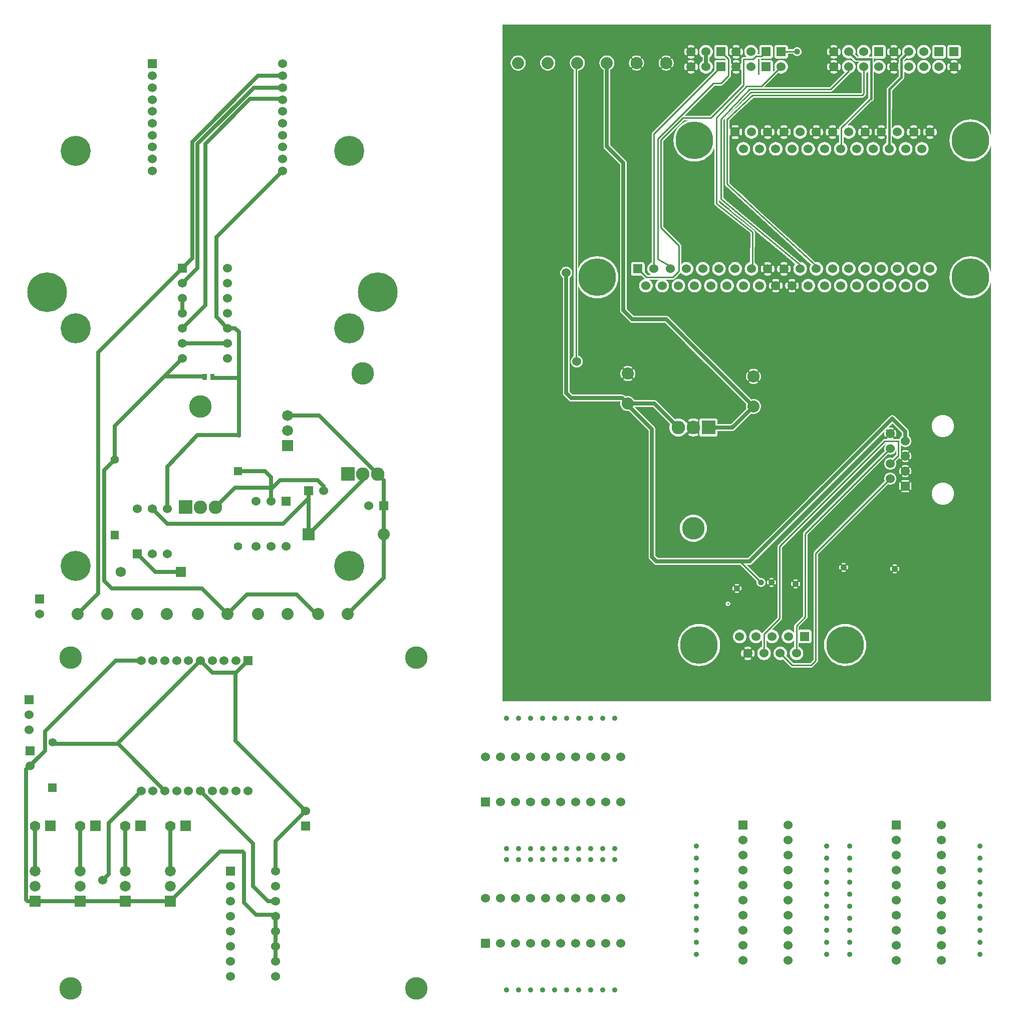
<source format=gbr>
G04 start of page 3 for group 1 idx 1 *
G04 Title: combined, solder *
G04 Creator: pcb 20110918 *
G04 CreationDate: Tue 12 Jun 2012 05:40:10 PM GMT UTC *
G04 For: ed *
G04 Format: Gerber/RS-274X *
G04 PCB-Dimensions: 650000 650000 *
G04 PCB-Coordinate-Origin: lower left *
%MOIN*%
%FSLAX25Y25*%
%LNBOTTOM*%
%ADD70C,0.0420*%
%ADD69C,0.0300*%
%ADD68C,0.1300*%
%ADD67C,0.1280*%
%ADD66C,0.0280*%
%ADD65C,0.0380*%
%ADD64C,0.1250*%
%ADD63C,0.0200*%
%ADD62C,0.1200*%
%ADD61C,0.0350*%
%ADD60C,0.1000*%
%ADD59C,0.2600*%
%ADD58C,0.0360*%
%ADD57C,0.0400*%
%ADD56C,0.2000*%
%ADD55C,0.2640*%
%ADD54R,0.0295X0.0295*%
%ADD53C,0.0700*%
%ADD52C,0.0720*%
%ADD51C,0.0680*%
%ADD50C,0.0550*%
%ADD49C,0.0900*%
%ADD48C,0.1500*%
%ADD47C,0.0800*%
%ADD46C,0.2500*%
%ADD45C,0.0600*%
%ADD44C,0.0150*%
%ADD43C,0.0100*%
%ADD42C,0.0250*%
%ADD41C,0.0001*%
G54D41*G36*
X474997Y409821D02*X487241Y397577D01*
X487230Y397550D01*
X487046Y396785D01*
X486985Y396000D01*
X487046Y395215D01*
X487230Y394450D01*
X487241Y394423D01*
X477068Y384250D01*
X474997D01*
Y409821D01*
G37*
G36*
X515010Y486372D02*X514972Y486261D01*
X514965Y486213D01*
Y488763D01*
X514969Y488739D01*
X515007Y488626D01*
X515106Y488355D01*
X515174Y488075D01*
X515216Y487789D01*
X515230Y487500D01*
X515216Y487211D01*
X515174Y486925D01*
X515106Y486645D01*
X515010Y486372D01*
G37*
G36*
Y577372D02*X514972Y577261D01*
X514965Y577213D01*
Y579763D01*
X514969Y579739D01*
X515007Y579626D01*
X515106Y579355D01*
X515174Y579075D01*
X515216Y578789D01*
X515230Y578500D01*
X515216Y578211D01*
X515174Y577925D01*
X515106Y577645D01*
X515010Y577372D01*
G37*
G36*
X522409Y313757D02*X580051Y371400D01*
X580893D01*
X580642Y371246D01*
X580163Y370837D01*
X579754Y370358D01*
X579425Y369822D01*
X579184Y369240D01*
X579037Y368628D01*
X578988Y368000D01*
X579037Y367372D01*
X579184Y366760D01*
X579317Y366439D01*
X525411Y312532D01*
X525366Y312494D01*
X525213Y312314D01*
X525089Y312113D01*
X524999Y311895D01*
X524944Y311665D01*
X524944Y311665D01*
X524925Y311430D01*
X524930Y311371D01*
Y256521D01*
X522409Y254000D01*
Y276569D01*
X522437Y276573D01*
X522512Y276598D01*
X522582Y276634D01*
X522645Y276681D01*
X522700Y276737D01*
X522746Y276801D01*
X522780Y276872D01*
X522879Y277144D01*
X522948Y277425D01*
X522990Y277711D01*
X523003Y278000D01*
X522990Y278289D01*
X522948Y278575D01*
X522879Y278856D01*
X522783Y279129D01*
X522748Y279200D01*
X522702Y279264D01*
X522647Y279321D01*
X522583Y279368D01*
X522513Y279404D01*
X522438Y279429D01*
X522409Y279434D01*
Y313757D01*
G37*
G36*
X520001Y311350D02*X522409Y313757D01*
Y279434D01*
X522360Y279442D01*
X522281Y279442D01*
X522203Y279431D01*
X522127Y279407D01*
X522056Y279371D01*
X521992Y279325D01*
X521936Y279270D01*
X521889Y279206D01*
X521853Y279136D01*
X521828Y279061D01*
X521815Y278983D01*
X521814Y278904D01*
X521826Y278826D01*
X521851Y278751D01*
X521917Y278570D01*
X521963Y278383D01*
X521991Y278192D01*
X522000Y278000D01*
X521991Y277808D01*
X521963Y277617D01*
X521917Y277430D01*
X521853Y277248D01*
X521828Y277174D01*
X521816Y277096D01*
X521817Y277017D01*
X521830Y276940D01*
X521855Y276865D01*
X521891Y276795D01*
X521938Y276732D01*
X521994Y276676D01*
X522058Y276631D01*
X522128Y276595D01*
X522203Y276572D01*
X522281Y276560D01*
X522360Y276560D01*
X522409Y276569D01*
Y254000D01*
X520001Y251592D01*
Y274997D01*
X520289Y275010D01*
X520575Y275052D01*
X520856Y275121D01*
X521129Y275217D01*
X521200Y275252D01*
X521264Y275298D01*
X521321Y275353D01*
X521368Y275417D01*
X521404Y275487D01*
X521429Y275562D01*
X521442Y275640D01*
X521442Y275719D01*
X521431Y275797D01*
X521407Y275873D01*
X521371Y275944D01*
X521325Y276008D01*
X521270Y276064D01*
X521206Y276111D01*
X521136Y276147D01*
X521061Y276172D01*
X520983Y276185D01*
X520904Y276186D01*
X520826Y276174D01*
X520751Y276149D01*
X520570Y276083D01*
X520383Y276037D01*
X520192Y276009D01*
X520001Y276000D01*
Y280000D01*
X520192Y279991D01*
X520383Y279963D01*
X520570Y279917D01*
X520752Y279853D01*
X520826Y279828D01*
X520904Y279816D01*
X520983Y279817D01*
X521060Y279830D01*
X521135Y279855D01*
X521205Y279891D01*
X521268Y279938D01*
X521324Y279994D01*
X521369Y280058D01*
X521405Y280128D01*
X521428Y280203D01*
X521440Y280281D01*
X521440Y280360D01*
X521427Y280437D01*
X521402Y280512D01*
X521366Y280582D01*
X521319Y280645D01*
X521263Y280700D01*
X521199Y280746D01*
X521128Y280780D01*
X520856Y280879D01*
X520575Y280948D01*
X520289Y280990D01*
X520001Y281003D01*
Y311350D01*
G37*
G36*
X517591Y308940D02*X520001Y311350D01*
Y281003D01*
X520000Y281003D01*
X519711Y280990D01*
X519425Y280948D01*
X519144Y280879D01*
X518871Y280783D01*
X518800Y280748D01*
X518736Y280702D01*
X518679Y280647D01*
X518632Y280583D01*
X518596Y280513D01*
X518571Y280438D01*
X518558Y280360D01*
X518558Y280281D01*
X518569Y280203D01*
X518593Y280127D01*
X518629Y280056D01*
X518675Y279992D01*
X518730Y279936D01*
X518794Y279889D01*
X518864Y279853D01*
X518939Y279828D01*
X519017Y279815D01*
X519096Y279814D01*
X519174Y279826D01*
X519249Y279851D01*
X519430Y279917D01*
X519617Y279963D01*
X519808Y279991D01*
X520000Y280000D01*
X520001Y280000D01*
Y276000D01*
X520000Y276000D01*
X519808Y276009D01*
X519617Y276037D01*
X519430Y276083D01*
X519248Y276147D01*
X519174Y276172D01*
X519096Y276184D01*
X519017Y276183D01*
X518940Y276170D01*
X518865Y276145D01*
X518795Y276109D01*
X518732Y276062D01*
X518676Y276006D01*
X518631Y275942D01*
X518595Y275872D01*
X518572Y275797D01*
X518560Y275719D01*
X518560Y275640D01*
X518573Y275563D01*
X518598Y275488D01*
X518634Y275418D01*
X518681Y275355D01*
X518737Y275300D01*
X518801Y275254D01*
X518872Y275220D01*
X519144Y275121D01*
X519425Y275052D01*
X519711Y275010D01*
X520000Y274997D01*
X520001Y274997D01*
Y251592D01*
X519611Y251202D01*
X519566Y251164D01*
X519413Y250984D01*
X519289Y250783D01*
X519199Y250565D01*
X519144Y250335D01*
X519144Y250335D01*
X519125Y250100D01*
X519130Y250041D01*
Y245248D01*
X518882Y245653D01*
X518422Y246192D01*
X517883Y246652D01*
X517591Y246831D01*
Y276566D01*
X517640Y276558D01*
X517719Y276558D01*
X517797Y276569D01*
X517873Y276593D01*
X517944Y276629D01*
X518008Y276675D01*
X518064Y276730D01*
X518111Y276794D01*
X518147Y276864D01*
X518172Y276939D01*
X518185Y277017D01*
X518186Y277096D01*
X518174Y277174D01*
X518149Y277249D01*
X518083Y277430D01*
X518037Y277617D01*
X518009Y277808D01*
X518000Y278000D01*
X518009Y278192D01*
X518037Y278383D01*
X518083Y278570D01*
X518147Y278752D01*
X518172Y278826D01*
X518184Y278904D01*
X518183Y278983D01*
X518170Y279060D01*
X518145Y279135D01*
X518109Y279205D01*
X518062Y279268D01*
X518006Y279324D01*
X517942Y279369D01*
X517872Y279405D01*
X517797Y279428D01*
X517719Y279440D01*
X517640Y279440D01*
X517591Y279431D01*
Y308940D01*
G37*
G36*
X514965Y306314D02*X517591Y308940D01*
Y279431D01*
X517563Y279427D01*
X517488Y279402D01*
X517418Y279366D01*
X517355Y279319D01*
X517300Y279263D01*
X517254Y279199D01*
X517220Y279128D01*
X517121Y278856D01*
X517052Y278575D01*
X517010Y278289D01*
X516997Y278000D01*
X517010Y277711D01*
X517052Y277425D01*
X517121Y277144D01*
X517217Y276871D01*
X517252Y276800D01*
X517298Y276736D01*
X517353Y276679D01*
X517417Y276632D01*
X517487Y276596D01*
X517562Y276571D01*
X517591Y276566D01*
Y246831D01*
X517279Y247022D01*
X516625Y247293D01*
X515936Y247458D01*
X515230Y247514D01*
X514965Y247493D01*
Y306314D01*
G37*
G36*
X586284Y382864D02*X590750Y378398D01*
Y376312D01*
X590642Y376246D01*
X590163Y375837D01*
X589754Y375358D01*
X589425Y374822D01*
X589184Y374241D01*
X589184Y374241D01*
X588966Y374331D01*
X588736Y374386D01*
X588501Y374400D01*
X588489D01*
X588430Y374405D01*
X588371Y374400D01*
X586284D01*
Y375869D01*
X586287Y375870D01*
X586355Y375909D01*
X586416Y375958D01*
X586469Y376017D01*
X586511Y376083D01*
X586674Y376408D01*
X586803Y376748D01*
X586901Y377098D01*
X586967Y377456D01*
X587000Y377818D01*
Y378182D01*
X586967Y378544D01*
X586901Y378902D01*
X586803Y379252D01*
X586674Y379592D01*
X586515Y379919D01*
X586472Y379985D01*
X586419Y380044D01*
X586357Y380094D01*
X586288Y380133D01*
X586284Y380135D01*
Y382864D01*
G37*
G36*
X514965Y315253D02*X579348Y379636D01*
X579326Y379592D01*
X579197Y379252D01*
X579099Y378902D01*
X579033Y378544D01*
X579000Y378182D01*
Y377818D01*
X579033Y377456D01*
X579099Y377098D01*
X579197Y376748D01*
X579326Y376408D01*
X579485Y376081D01*
X579528Y376015D01*
X579581Y375956D01*
X579643Y375906D01*
X579712Y375867D01*
X579786Y375839D01*
X579863Y375823D01*
X579942Y375819D01*
X580021Y375827D01*
X580097Y375848D01*
X580170Y375880D01*
X580236Y375923D01*
X580295Y375976D01*
X580344Y376038D01*
X580384Y376107D01*
X580412Y376181D01*
X580428Y376258D01*
X580432Y376337D01*
X580424Y376416D01*
X580403Y376493D01*
X580370Y376564D01*
X580247Y376807D01*
X580150Y377062D01*
X580077Y377324D01*
X580028Y377592D01*
X580003Y377864D01*
Y378136D01*
X580028Y378408D01*
X580077Y378676D01*
X580150Y378938D01*
X580247Y379193D01*
X580367Y379437D01*
X580400Y379509D01*
X580421Y379585D01*
X580429Y379663D01*
X580425Y379741D01*
X580409Y379818D01*
X580381Y379892D01*
X580342Y379960D01*
X580293Y380021D01*
X580234Y380074D01*
X580168Y380117D01*
X580096Y380149D01*
X580020Y380170D01*
X579942Y380178D01*
X579888Y380176D01*
X580821Y381109D01*
X580819Y381058D01*
X580827Y380979D01*
X580848Y380903D01*
X580880Y380830D01*
X580923Y380764D01*
X580976Y380705D01*
X581038Y380656D01*
X581107Y380616D01*
X581181Y380588D01*
X581258Y380572D01*
X581337Y380568D01*
X581416Y380576D01*
X581493Y380597D01*
X581564Y380630D01*
X581807Y380753D01*
X582062Y380850D01*
X582324Y380923D01*
X582592Y380972D01*
X582864Y380997D01*
X583136D01*
X583408Y380972D01*
X583676Y380923D01*
X583938Y380850D01*
X584193Y380753D01*
X584437Y380633D01*
X584509Y380600D01*
X584584Y380579D01*
X584663Y380571D01*
X584741Y380575D01*
X584818Y380591D01*
X584892Y380619D01*
X584960Y380658D01*
X585021Y380707D01*
X585074Y380766D01*
X585117Y380832D01*
X585149Y380904D01*
X585170Y380980D01*
X585178Y381058D01*
X585174Y381136D01*
X585158Y381213D01*
X585130Y381287D01*
X585091Y381355D01*
X585042Y381416D01*
X584983Y381469D01*
X584917Y381511D01*
X584592Y381674D01*
X584252Y381803D01*
X583902Y381901D01*
X583544Y381967D01*
X583182Y382000D01*
X582818D01*
X582456Y381967D01*
X582098Y381901D01*
X581748Y381803D01*
X581408Y381674D01*
X581365Y381653D01*
X584430Y384718D01*
X586284Y382864D01*
Y380135D01*
X586214Y380161D01*
X586137Y380177D01*
X586058Y380181D01*
X585979Y380173D01*
X585903Y380152D01*
X585830Y380120D01*
X585764Y380077D01*
X585705Y380024D01*
X585656Y379962D01*
X585616Y379893D01*
X585588Y379819D01*
X585572Y379742D01*
X585568Y379663D01*
X585576Y379584D01*
X585597Y379507D01*
X585630Y379436D01*
X585753Y379193D01*
X585850Y378938D01*
X585923Y378676D01*
X585972Y378408D01*
X585997Y378136D01*
Y377864D01*
X585972Y377592D01*
X585923Y377324D01*
X585850Y377062D01*
X585753Y376807D01*
X585633Y376563D01*
X585600Y376491D01*
X585579Y376416D01*
X585571Y376337D01*
X585575Y376259D01*
X585591Y376182D01*
X585619Y376108D01*
X585658Y376040D01*
X585707Y375979D01*
X585766Y375926D01*
X585832Y375883D01*
X585904Y375851D01*
X585980Y375830D01*
X586058Y375822D01*
X586136Y375826D01*
X586213Y375842D01*
X586284Y375869D01*
Y374400D01*
X584744D01*
X584919Y374485D01*
X584985Y374528D01*
X585044Y374581D01*
X585094Y374643D01*
X585133Y374712D01*
X585161Y374786D01*
X585177Y374863D01*
X585181Y374942D01*
X585173Y375021D01*
X585152Y375097D01*
X585120Y375170D01*
X585077Y375236D01*
X585024Y375295D01*
X584962Y375344D01*
X584893Y375384D01*
X584819Y375412D01*
X584742Y375428D01*
X584663Y375432D01*
X584584Y375424D01*
X584507Y375403D01*
X584436Y375370D01*
X584193Y375247D01*
X583938Y375150D01*
X583676Y375077D01*
X583408Y375028D01*
X583136Y375003D01*
X582864D01*
X582592Y375028D01*
X582324Y375077D01*
X582062Y375150D01*
X581807Y375247D01*
X581563Y375367D01*
X581491Y375400D01*
X581415Y375421D01*
X581337Y375429D01*
X581259Y375425D01*
X581182Y375409D01*
X581108Y375381D01*
X581040Y375342D01*
X580979Y375293D01*
X580926Y375234D01*
X580883Y375168D01*
X580851Y375096D01*
X580830Y375020D01*
X580822Y374942D01*
X580826Y374864D01*
X580842Y374787D01*
X580870Y374713D01*
X580909Y374645D01*
X580958Y374584D01*
X581017Y374531D01*
X581083Y374489D01*
X581261Y374400D01*
X579489D01*
X579430Y374405D01*
X579195Y374386D01*
X578965Y374331D01*
X578747Y374241D01*
X578546Y374117D01*
X578545Y374117D01*
X578366Y373964D01*
X578328Y373919D01*
X514965Y310556D01*
Y315253D01*
G37*
G36*
X625432Y473221D02*X626500Y471970D01*
X628176Y470539D01*
X630055Y469387D01*
X632090Y468544D01*
X634233Y468030D01*
X636430Y467857D01*
X638627Y468030D01*
X640770Y468544D01*
X642805Y469387D01*
X644684Y470539D01*
X646360Y471970D01*
X647791Y473646D01*
X648943Y475525D01*
X649786Y477560D01*
X650000Y478452D01*
Y200000D01*
X625432D01*
Y473221D01*
G37*
G36*
Y564221D02*X626500Y562970D01*
X628176Y561539D01*
X630055Y560387D01*
X632090Y559544D01*
X634233Y559030D01*
X636430Y558857D01*
X638627Y559030D01*
X640770Y559544D01*
X642805Y560387D01*
X644684Y561539D01*
X646360Y562970D01*
X647791Y564646D01*
X648943Y566525D01*
X649786Y568560D01*
X650000Y569452D01*
Y485348D01*
X649786Y486240D01*
X648943Y488275D01*
X647791Y490154D01*
X646360Y491830D01*
X644684Y493261D01*
X642805Y494413D01*
X640770Y495256D01*
X638627Y495770D01*
X636430Y495943D01*
X634233Y495770D01*
X632090Y495256D01*
X630055Y494413D01*
X628176Y493261D01*
X626500Y491830D01*
X625432Y490579D01*
Y564221D01*
G37*
G36*
X629043Y650000D02*X650000D01*
Y576348D01*
X649786Y577240D01*
X648943Y579275D01*
X647791Y581154D01*
X646360Y582830D01*
X644684Y584261D01*
X642805Y585413D01*
X640770Y586256D01*
X638627Y586770D01*
X636430Y586943D01*
X634233Y586770D01*
X632090Y586256D01*
X630055Y585413D01*
X629043Y584793D01*
Y619753D01*
X629086Y619760D01*
X629198Y619797D01*
X629303Y619852D01*
X629398Y619922D01*
X629481Y620006D01*
X629549Y620102D01*
X629600Y620208D01*
X629748Y620616D01*
X629852Y621037D01*
X629914Y621467D01*
X629935Y621900D01*
X629914Y622333D01*
X629852Y622763D01*
X629748Y623184D01*
X629605Y623594D01*
X629552Y623700D01*
X629483Y623796D01*
X629400Y623881D01*
X629305Y623951D01*
X629199Y624006D01*
X629087Y624043D01*
X629043Y624051D01*
Y627530D01*
X629113Y627559D01*
X629314Y627683D01*
X629494Y627836D01*
X629647Y628016D01*
X629771Y628217D01*
X629861Y628435D01*
X629916Y628665D01*
X629930Y628900D01*
X629916Y635135D01*
X629861Y635365D01*
X629771Y635583D01*
X629647Y635784D01*
X629494Y635964D01*
X629314Y636117D01*
X629113Y636241D01*
X629043Y636270D01*
Y650000D01*
G37*
G36*
Y584793D02*X628176Y584261D01*
X626500Y582830D01*
X625432Y581579D01*
Y617395D01*
X625863Y617416D01*
X626293Y617478D01*
X626714Y617582D01*
X627124Y617725D01*
X627230Y617778D01*
X627326Y617847D01*
X627411Y617930D01*
X627481Y618025D01*
X627536Y618131D01*
X627573Y618243D01*
X627593Y618360D01*
X627594Y618479D01*
X627576Y618596D01*
X627540Y618709D01*
X627487Y618815D01*
X627418Y618912D01*
X627335Y618996D01*
X627239Y619067D01*
X627134Y619121D01*
X627022Y619159D01*
X626905Y619178D01*
X626786Y619179D01*
X626669Y619161D01*
X626556Y619123D01*
X626285Y619024D01*
X626005Y618956D01*
X625719Y618914D01*
X625432Y618900D01*
Y624900D01*
X625719Y624886D01*
X626005Y624844D01*
X626285Y624776D01*
X626558Y624680D01*
X626669Y624642D01*
X626786Y624625D01*
X626904Y624625D01*
X627021Y624645D01*
X627133Y624682D01*
X627237Y624736D01*
X627332Y624806D01*
X627415Y624891D01*
X627484Y624987D01*
X627537Y625092D01*
X627573Y625205D01*
X627590Y625321D01*
X627589Y625439D01*
X627570Y625556D01*
X627533Y625668D01*
X627478Y625773D01*
X627408Y625868D01*
X627324Y625951D01*
X627228Y626019D01*
X627122Y626070D01*
X626714Y626218D01*
X626293Y626322D01*
X625863Y626384D01*
X625432Y626405D01*
Y627407D01*
X628665Y627414D01*
X628895Y627469D01*
X629043Y627530D01*
Y624051D01*
X628970Y624063D01*
X628851Y624064D01*
X628734Y624046D01*
X628621Y624010D01*
X628515Y623957D01*
X628418Y623888D01*
X628334Y623805D01*
X628263Y623709D01*
X628209Y623604D01*
X628171Y623492D01*
X628152Y623375D01*
X628151Y623256D01*
X628169Y623139D01*
X628207Y623026D01*
X628306Y622755D01*
X628374Y622475D01*
X628416Y622189D01*
X628430Y621900D01*
X628416Y621611D01*
X628374Y621325D01*
X628306Y621045D01*
X628210Y620772D01*
X628172Y620661D01*
X628155Y620544D01*
X628155Y620426D01*
X628175Y620309D01*
X628212Y620197D01*
X628266Y620093D01*
X628336Y619998D01*
X628421Y619915D01*
X628517Y619846D01*
X628622Y619793D01*
X628735Y619757D01*
X628851Y619740D01*
X628969Y619741D01*
X629043Y619753D01*
Y584793D01*
G37*
G36*
X625432Y650000D02*X629043D01*
Y636270D01*
X628895Y636331D01*
X628665Y636386D01*
X628430Y636400D01*
X625432Y636393D01*
Y650000D01*
G37*
G36*
X621817Y627530D02*X621965Y627469D01*
X622195Y627414D01*
X622430Y627400D01*
X625432Y627407D01*
Y626405D01*
X625430Y626405D01*
X624997Y626384D01*
X624567Y626322D01*
X624146Y626218D01*
X623736Y626075D01*
X623630Y626022D01*
X623534Y625953D01*
X623449Y625870D01*
X623379Y625775D01*
X623324Y625669D01*
X623287Y625557D01*
X623267Y625440D01*
X623266Y625321D01*
X623284Y625204D01*
X623320Y625091D01*
X623373Y624985D01*
X623442Y624888D01*
X623525Y624804D01*
X623621Y624733D01*
X623726Y624679D01*
X623838Y624641D01*
X623955Y624622D01*
X624074Y624621D01*
X624191Y624639D01*
X624304Y624677D01*
X624575Y624776D01*
X624855Y624844D01*
X625141Y624886D01*
X625430Y624900D01*
X625432Y624900D01*
Y618900D01*
X625430Y618900D01*
X625141Y618914D01*
X624855Y618956D01*
X624575Y619024D01*
X624302Y619120D01*
X624191Y619158D01*
X624074Y619175D01*
X623956Y619175D01*
X623839Y619155D01*
X623727Y619118D01*
X623623Y619064D01*
X623528Y618994D01*
X623445Y618909D01*
X623376Y618813D01*
X623323Y618708D01*
X623287Y618595D01*
X623270Y618479D01*
X623271Y618361D01*
X623290Y618244D01*
X623327Y618132D01*
X623382Y618027D01*
X623452Y617932D01*
X623536Y617849D01*
X623632Y617781D01*
X623738Y617730D01*
X624146Y617582D01*
X624567Y617478D01*
X624997Y617416D01*
X625430Y617395D01*
X625432Y617395D01*
Y581579D01*
X625069Y581154D01*
X623917Y579275D01*
X623074Y577240D01*
X622560Y575097D01*
X622387Y572900D01*
X622560Y570703D01*
X623074Y568560D01*
X623917Y566525D01*
X625069Y564646D01*
X625432Y564221D01*
Y490579D01*
X625069Y490154D01*
X623917Y488275D01*
X623074Y486240D01*
X622560Y484097D01*
X622387Y481900D01*
X622560Y479703D01*
X623074Y477560D01*
X623917Y475525D01*
X625069Y473646D01*
X625432Y473221D01*
Y200000D01*
X621817D01*
Y331660D01*
X622363Y331995D01*
X623249Y332751D01*
X624005Y333637D01*
X624614Y334630D01*
X625060Y335706D01*
X625331Y336839D01*
X625400Y338000D01*
X625331Y339161D01*
X625060Y340294D01*
X624614Y341370D01*
X624005Y342363D01*
X623249Y343249D01*
X622363Y344005D01*
X621817Y344340D01*
Y376660D01*
X622363Y376995D01*
X623249Y377751D01*
X624005Y378637D01*
X624614Y379630D01*
X625060Y380706D01*
X625331Y381839D01*
X625400Y383000D01*
X625331Y384161D01*
X625060Y385294D01*
X624614Y386370D01*
X624005Y387363D01*
X623249Y388249D01*
X622363Y389005D01*
X621817Y389340D01*
Y619749D01*
X621890Y619737D01*
X622009Y619736D01*
X622126Y619754D01*
X622239Y619790D01*
X622345Y619843D01*
X622442Y619912D01*
X622526Y619995D01*
X622597Y620091D01*
X622651Y620196D01*
X622689Y620308D01*
X622708Y620425D01*
X622709Y620544D01*
X622691Y620661D01*
X622653Y620774D01*
X622554Y621045D01*
X622486Y621325D01*
X622444Y621611D01*
X622430Y621900D01*
X622444Y622189D01*
X622486Y622475D01*
X622554Y622755D01*
X622650Y623028D01*
X622688Y623139D01*
X622705Y623256D01*
X622705Y623374D01*
X622685Y623491D01*
X622648Y623603D01*
X622594Y623707D01*
X622524Y623802D01*
X622439Y623885D01*
X622343Y623954D01*
X622238Y624007D01*
X622125Y624043D01*
X622009Y624060D01*
X621891Y624059D01*
X621817Y624047D01*
Y627530D01*
G37*
G36*
Y650000D02*X625432D01*
Y636393D01*
X622195Y636386D01*
X621965Y636331D01*
X621817Y636270D01*
Y650000D01*
G37*
G36*
Y344340D02*X621370Y344614D01*
X620294Y345060D01*
X619161Y345331D01*
X618000Y345423D01*
X616839Y345331D01*
X615706Y345060D01*
X614630Y344614D01*
X613637Y344005D01*
X613043Y343498D01*
Y377502D01*
X613637Y376995D01*
X614630Y376386D01*
X615706Y375940D01*
X616839Y375669D01*
X618000Y375577D01*
X619161Y375669D01*
X620294Y375940D01*
X621370Y376386D01*
X621817Y376660D01*
Y344340D01*
G37*
G36*
Y200000D02*X613043D01*
Y332502D01*
X613637Y331995D01*
X614630Y331386D01*
X615706Y330940D01*
X616839Y330669D01*
X618000Y330577D01*
X619161Y330669D01*
X620294Y330940D01*
X621370Y331386D01*
X621817Y331660D01*
Y200000D01*
G37*
G36*
X613043Y650000D02*X621817D01*
Y636270D01*
X621747Y636241D01*
X621546Y636117D01*
X621366Y635964D01*
X621213Y635784D01*
X621089Y635583D01*
X620999Y635365D01*
X620944Y635135D01*
X620930Y634900D01*
X620944Y628665D01*
X620999Y628435D01*
X621089Y628217D01*
X621213Y628016D01*
X621366Y627836D01*
X621546Y627683D01*
X621747Y627559D01*
X621817Y627530D01*
Y624047D01*
X621774Y624040D01*
X621662Y624003D01*
X621557Y623948D01*
X621462Y623878D01*
X621379Y623794D01*
X621311Y623698D01*
X621260Y623592D01*
X621112Y623184D01*
X621008Y622763D01*
X620946Y622333D01*
X620925Y621900D01*
X620946Y621467D01*
X621008Y621037D01*
X621112Y620616D01*
X621255Y620206D01*
X621308Y620100D01*
X621377Y620004D01*
X621460Y619919D01*
X621555Y619849D01*
X621661Y619794D01*
X621773Y619757D01*
X621817Y619749D01*
Y389340D01*
X621370Y389614D01*
X620294Y390060D01*
X619161Y390331D01*
X618000Y390423D01*
X616839Y390331D01*
X615706Y390060D01*
X614630Y389614D01*
X613637Y389005D01*
X613043Y388498D01*
Y484802D01*
X613082Y484847D01*
X613452Y485451D01*
X613723Y486105D01*
X613888Y486794D01*
X613930Y487500D01*
X613888Y488206D01*
X613723Y488895D01*
X613452Y489549D01*
X613082Y490153D01*
X613043Y490198D01*
Y576353D01*
X613086Y576360D01*
X613198Y576397D01*
X613303Y576452D01*
X613398Y576522D01*
X613481Y576606D01*
X613549Y576702D01*
X613600Y576808D01*
X613748Y577216D01*
X613852Y577637D01*
X613914Y578067D01*
X613935Y578500D01*
X613914Y578933D01*
X613852Y579363D01*
X613748Y579784D01*
X613605Y580194D01*
X613552Y580300D01*
X613483Y580396D01*
X613400Y580481D01*
X613305Y580551D01*
X613199Y580606D01*
X613087Y580643D01*
X613043Y580651D01*
Y618085D01*
X613381Y617878D01*
X614035Y617607D01*
X614724Y617442D01*
X615430Y617386D01*
X616136Y617442D01*
X616825Y617607D01*
X617479Y617878D01*
X618083Y618248D01*
X618622Y618708D01*
X619082Y619247D01*
X619452Y619851D01*
X619723Y620505D01*
X619888Y621194D01*
X619930Y621900D01*
X619888Y622606D01*
X619723Y623295D01*
X619452Y623949D01*
X619082Y624553D01*
X618622Y625092D01*
X618083Y625552D01*
X617479Y625922D01*
X616825Y626193D01*
X616136Y626358D01*
X615430Y626414D01*
X614724Y626358D01*
X614035Y626193D01*
X613381Y625922D01*
X613043Y625715D01*
Y627401D01*
X618665Y627414D01*
X618895Y627469D01*
X619113Y627559D01*
X619314Y627683D01*
X619494Y627836D01*
X619647Y628016D01*
X619771Y628217D01*
X619861Y628435D01*
X619916Y628665D01*
X619930Y628900D01*
X619916Y635135D01*
X619861Y635365D01*
X619771Y635583D01*
X619647Y635784D01*
X619494Y635964D01*
X619314Y636117D01*
X619113Y636241D01*
X618895Y636331D01*
X618665Y636386D01*
X618430Y636400D01*
X613043Y636388D01*
Y650000D01*
G37*
G36*
Y200000D02*X609432D01*
Y482986D01*
X610136Y483042D01*
X610825Y483207D01*
X611479Y483478D01*
X612083Y483848D01*
X612622Y484308D01*
X613043Y484802D01*
Y388498D01*
X612751Y388249D01*
X611995Y387363D01*
X611386Y386370D01*
X610940Y385294D01*
X610669Y384161D01*
X610577Y383000D01*
X610669Y381839D01*
X610940Y380706D01*
X611386Y379630D01*
X611995Y378637D01*
X612751Y377751D01*
X613043Y377502D01*
Y343498D01*
X612751Y343249D01*
X611995Y342363D01*
X611386Y341370D01*
X610940Y340294D01*
X610669Y339161D01*
X610577Y338000D01*
X610669Y336839D01*
X610940Y335706D01*
X611386Y334630D01*
X611995Y333637D01*
X612751Y332751D01*
X613043Y332502D01*
Y200000D01*
G37*
G36*
X609432Y650000D02*X613043D01*
Y636388D01*
X612195Y636386D01*
X611965Y636331D01*
X611747Y636241D01*
X611546Y636117D01*
X611366Y635964D01*
X611213Y635784D01*
X611089Y635583D01*
X610999Y635365D01*
X610944Y635135D01*
X610930Y634900D01*
X610944Y628665D01*
X610999Y628435D01*
X611089Y628217D01*
X611213Y628016D01*
X611366Y627836D01*
X611546Y627683D01*
X611747Y627559D01*
X611965Y627469D01*
X612195Y627414D01*
X612430Y627400D01*
X613043Y627401D01*
Y625715D01*
X612777Y625552D01*
X612238Y625092D01*
X611778Y624553D01*
X611408Y623949D01*
X611137Y623295D01*
X610972Y622606D01*
X610916Y621900D01*
X610972Y621194D01*
X611137Y620505D01*
X611408Y619851D01*
X611778Y619247D01*
X612238Y618708D01*
X612777Y618248D01*
X613043Y618085D01*
Y580651D01*
X612970Y580663D01*
X612851Y580664D01*
X612734Y580646D01*
X612621Y580610D01*
X612515Y580557D01*
X612418Y580488D01*
X612334Y580405D01*
X612263Y580309D01*
X612209Y580204D01*
X612171Y580092D01*
X612152Y579975D01*
X612151Y579856D01*
X612169Y579739D01*
X612207Y579626D01*
X612306Y579355D01*
X612374Y579075D01*
X612416Y578789D01*
X612430Y578500D01*
X612416Y578211D01*
X612374Y577925D01*
X612306Y577645D01*
X612210Y577372D01*
X612172Y577261D01*
X612155Y577144D01*
X612155Y577026D01*
X612175Y576909D01*
X612212Y576797D01*
X612266Y576693D01*
X612336Y576598D01*
X612421Y576515D01*
X612517Y576446D01*
X612622Y576393D01*
X612735Y576357D01*
X612851Y576340D01*
X612969Y576341D01*
X613043Y576353D01*
Y490198D01*
X612622Y490692D01*
X612083Y491152D01*
X611479Y491522D01*
X610825Y491793D01*
X610136Y491958D01*
X609432Y492014D01*
Y573995D01*
X609863Y574016D01*
X610293Y574078D01*
X610714Y574182D01*
X611124Y574325D01*
X611230Y574378D01*
X611326Y574447D01*
X611411Y574530D01*
X611481Y574625D01*
X611536Y574731D01*
X611573Y574843D01*
X611593Y574960D01*
X611594Y575079D01*
X611576Y575196D01*
X611540Y575309D01*
X611487Y575415D01*
X611418Y575512D01*
X611335Y575596D01*
X611239Y575667D01*
X611134Y575721D01*
X611022Y575759D01*
X610905Y575778D01*
X610786Y575779D01*
X610669Y575761D01*
X610556Y575723D01*
X610285Y575624D01*
X610005Y575556D01*
X609719Y575514D01*
X609432Y575500D01*
Y581500D01*
X609719Y581486D01*
X610005Y581444D01*
X610285Y581376D01*
X610558Y581280D01*
X610669Y581242D01*
X610786Y581225D01*
X610904Y581225D01*
X611021Y581245D01*
X611133Y581282D01*
X611237Y581336D01*
X611332Y581406D01*
X611415Y581491D01*
X611484Y581587D01*
X611537Y581692D01*
X611573Y581805D01*
X611590Y581921D01*
X611589Y582039D01*
X611570Y582156D01*
X611533Y582268D01*
X611478Y582373D01*
X611408Y582468D01*
X611324Y582551D01*
X611228Y582619D01*
X611122Y582670D01*
X610714Y582818D01*
X610293Y582922D01*
X609863Y582984D01*
X609432Y583005D01*
Y619818D01*
X609452Y619851D01*
X609723Y620505D01*
X609888Y621194D01*
X609930Y621900D01*
X609888Y622606D01*
X609723Y623295D01*
X609452Y623949D01*
X609432Y623982D01*
Y629818D01*
X609452Y629851D01*
X609723Y630505D01*
X609888Y631194D01*
X609930Y631900D01*
X609888Y632606D01*
X609723Y633295D01*
X609452Y633949D01*
X609432Y633982D01*
Y650000D01*
G37*
G36*
Y623982D02*X609082Y624553D01*
X608622Y625092D01*
X608083Y625552D01*
X607479Y625922D01*
X606825Y626193D01*
X606136Y626358D01*
X605430Y626414D01*
X604724Y626358D01*
X604035Y626193D01*
X603381Y625922D01*
X602777Y625552D01*
X602243Y625096D01*
Y628704D01*
X602777Y628248D01*
X603381Y627878D01*
X604035Y627607D01*
X604724Y627442D01*
X605430Y627386D01*
X606136Y627442D01*
X606825Y627607D01*
X607479Y627878D01*
X608083Y628248D01*
X608622Y628708D01*
X609082Y629247D01*
X609432Y629818D01*
Y623982D01*
G37*
G36*
X605817Y563169D02*X606079Y563278D01*
X606683Y563648D01*
X607222Y564108D01*
X607682Y564647D01*
X608052Y565251D01*
X608323Y565905D01*
X608488Y566594D01*
X608530Y567300D01*
X608488Y568006D01*
X608323Y568695D01*
X608052Y569349D01*
X607682Y569953D01*
X607222Y570492D01*
X606683Y570952D01*
X606079Y571322D01*
X605817Y571431D01*
Y576349D01*
X605890Y576337D01*
X606009Y576336D01*
X606126Y576354D01*
X606239Y576390D01*
X606345Y576443D01*
X606442Y576512D01*
X606526Y576595D01*
X606597Y576691D01*
X606651Y576796D01*
X606689Y576908D01*
X606708Y577025D01*
X606709Y577144D01*
X606691Y577261D01*
X606653Y577374D01*
X606554Y577645D01*
X606486Y577925D01*
X606444Y578211D01*
X606430Y578500D01*
X606444Y578789D01*
X606486Y579075D01*
X606554Y579355D01*
X606650Y579628D01*
X606688Y579739D01*
X606705Y579856D01*
X606705Y579974D01*
X606685Y580091D01*
X606648Y580203D01*
X606594Y580307D01*
X606524Y580402D01*
X606439Y580485D01*
X606343Y580554D01*
X606238Y580607D01*
X606125Y580643D01*
X606009Y580660D01*
X605891Y580659D01*
X605817Y580647D01*
Y617417D01*
X606136Y617442D01*
X606825Y617607D01*
X607479Y617878D01*
X608083Y618248D01*
X608622Y618708D01*
X609082Y619247D01*
X609432Y619818D01*
Y583005D01*
X609430Y583005D01*
X608997Y582984D01*
X608567Y582922D01*
X608146Y582818D01*
X607736Y582675D01*
X607630Y582622D01*
X607534Y582553D01*
X607449Y582470D01*
X607379Y582375D01*
X607324Y582269D01*
X607287Y582157D01*
X607267Y582040D01*
X607266Y581921D01*
X607284Y581804D01*
X607320Y581691D01*
X607373Y581585D01*
X607442Y581488D01*
X607525Y581404D01*
X607621Y581333D01*
X607726Y581279D01*
X607838Y581241D01*
X607955Y581222D01*
X608074Y581221D01*
X608191Y581239D01*
X608304Y581277D01*
X608575Y581376D01*
X608855Y581444D01*
X609141Y581486D01*
X609430Y581500D01*
X609432Y581500D01*
Y575500D01*
X609430Y575500D01*
X609141Y575514D01*
X608855Y575556D01*
X608575Y575624D01*
X608302Y575720D01*
X608191Y575758D01*
X608074Y575775D01*
X607956Y575775D01*
X607839Y575755D01*
X607727Y575718D01*
X607623Y575664D01*
X607528Y575594D01*
X607445Y575509D01*
X607376Y575413D01*
X607323Y575308D01*
X607287Y575195D01*
X607270Y575079D01*
X607271Y574961D01*
X607290Y574844D01*
X607327Y574732D01*
X607382Y574627D01*
X607452Y574532D01*
X607536Y574449D01*
X607632Y574381D01*
X607738Y574330D01*
X608146Y574182D01*
X608567Y574078D01*
X608997Y574016D01*
X609430Y573995D01*
X609432Y573995D01*
Y492014D01*
X609430Y492014D01*
X608724Y491958D01*
X608035Y491793D01*
X607381Y491522D01*
X606777Y491152D01*
X606238Y490692D01*
X605817Y490198D01*
Y563169D01*
G37*
G36*
X609432Y200000D02*X605817D01*
Y472169D01*
X606079Y472278D01*
X606683Y472648D01*
X607222Y473108D01*
X607682Y473647D01*
X608052Y474251D01*
X608323Y474905D01*
X608488Y475594D01*
X608530Y476300D01*
X608488Y477006D01*
X608323Y477695D01*
X608052Y478349D01*
X607682Y478953D01*
X607222Y479492D01*
X606683Y479952D01*
X606079Y480322D01*
X605817Y480431D01*
Y484802D01*
X606238Y484308D01*
X606777Y483848D01*
X607381Y483478D01*
X608035Y483207D01*
X608724Y483042D01*
X609430Y482986D01*
X609432Y482986D01*
Y200000D01*
G37*
G36*
X605817Y571431D02*X605425Y571593D01*
X604736Y571758D01*
X604030Y571814D01*
X603324Y571758D01*
X602635Y571593D01*
X602243Y571431D01*
Y576353D01*
X602286Y576360D01*
X602398Y576397D01*
X602503Y576452D01*
X602598Y576522D01*
X602681Y576606D01*
X602749Y576702D01*
X602800Y576808D01*
X602948Y577216D01*
X603052Y577637D01*
X603114Y578067D01*
X603135Y578500D01*
X603114Y578933D01*
X603052Y579363D01*
X602948Y579784D01*
X602805Y580194D01*
X602752Y580300D01*
X602683Y580396D01*
X602600Y580481D01*
X602505Y580551D01*
X602399Y580606D01*
X602287Y580643D01*
X602243Y580651D01*
Y618704D01*
X602777Y618248D01*
X603381Y617878D01*
X604035Y617607D01*
X604724Y617442D01*
X605430Y617386D01*
X605817Y617417D01*
Y580647D01*
X605774Y580640D01*
X605662Y580603D01*
X605557Y580548D01*
X605462Y580478D01*
X605379Y580394D01*
X605311Y580298D01*
X605260Y580192D01*
X605112Y579784D01*
X605008Y579363D01*
X604946Y578933D01*
X604925Y578500D01*
X604946Y578067D01*
X605008Y577637D01*
X605112Y577216D01*
X605255Y576806D01*
X605308Y576700D01*
X605377Y576604D01*
X605460Y576519D01*
X605555Y576449D01*
X605661Y576394D01*
X605773Y576357D01*
X605817Y576349D01*
Y571431D01*
G37*
G36*
Y480431D02*X605425Y480593D01*
X604736Y480758D01*
X604030Y480814D01*
X603324Y480758D01*
X602635Y480593D01*
X602243Y480431D01*
Y484802D01*
X602282Y484847D01*
X602652Y485451D01*
X602923Y486105D01*
X603088Y486794D01*
X603130Y487500D01*
X603088Y488206D01*
X602923Y488895D01*
X602652Y489549D01*
X602282Y490153D01*
X602243Y490198D01*
Y563169D01*
X602635Y563007D01*
X603324Y562842D01*
X604030Y562786D01*
X604736Y562842D01*
X605425Y563007D01*
X605817Y563169D01*
Y490198D01*
X605778Y490153D01*
X605408Y489549D01*
X605137Y488895D01*
X604972Y488206D01*
X604916Y487500D01*
X604972Y486794D01*
X605137Y486105D01*
X605408Y485451D01*
X605778Y484847D01*
X605817Y484802D01*
Y480431D01*
G37*
G36*
Y200000D02*X602243D01*
Y472169D01*
X602635Y472007D01*
X603324Y471842D01*
X604030Y471786D01*
X604736Y471842D01*
X605425Y472007D01*
X605817Y472169D01*
Y200000D01*
G37*
G36*
X602243Y650000D02*X609432D01*
Y633982D01*
X609082Y634553D01*
X608622Y635092D01*
X608083Y635552D01*
X607479Y635922D01*
X606825Y636193D01*
X606136Y636358D01*
X605430Y636414D01*
X604724Y636358D01*
X604035Y636193D01*
X603381Y635922D01*
X602777Y635552D01*
X602243Y635096D01*
Y650000D01*
G37*
G36*
Y200000D02*X598632D01*
Y482986D01*
X599336Y483042D01*
X600025Y483207D01*
X600679Y483478D01*
X601283Y483848D01*
X601822Y484308D01*
X602243Y484802D01*
Y480431D01*
X601981Y480322D01*
X601377Y479952D01*
X600838Y479492D01*
X600378Y478953D01*
X600008Y478349D01*
X599737Y477695D01*
X599572Y477006D01*
X599516Y476300D01*
X599572Y475594D01*
X599737Y474905D01*
X600008Y474251D01*
X600378Y473647D01*
X600838Y473108D01*
X601377Y472648D01*
X601981Y472278D01*
X602243Y472169D01*
Y200000D01*
G37*
G36*
X598632Y650000D02*X602243D01*
Y635096D01*
X602238Y635092D01*
X601778Y634553D01*
X601408Y633949D01*
X601137Y633295D01*
X600972Y632606D01*
X600916Y631900D01*
X600972Y631194D01*
X601137Y630505D01*
X601408Y629851D01*
X601778Y629247D01*
X602238Y628708D01*
X602243Y628704D01*
Y625096D01*
X602238Y625092D01*
X601778Y624553D01*
X601408Y623949D01*
X601137Y623295D01*
X600972Y622606D01*
X600916Y621900D01*
X600972Y621194D01*
X601137Y620505D01*
X601408Y619851D01*
X601778Y619247D01*
X602238Y618708D01*
X602243Y618704D01*
Y580651D01*
X602170Y580663D01*
X602051Y580664D01*
X601934Y580646D01*
X601821Y580610D01*
X601715Y580557D01*
X601618Y580488D01*
X601534Y580405D01*
X601463Y580309D01*
X601409Y580204D01*
X601371Y580092D01*
X601352Y579975D01*
X601351Y579856D01*
X601369Y579739D01*
X601407Y579626D01*
X601506Y579355D01*
X601574Y579075D01*
X601616Y578789D01*
X601630Y578500D01*
X601616Y578211D01*
X601574Y577925D01*
X601506Y577645D01*
X601410Y577372D01*
X601372Y577261D01*
X601355Y577144D01*
X601355Y577026D01*
X601375Y576909D01*
X601412Y576797D01*
X601466Y576693D01*
X601536Y576598D01*
X601621Y576515D01*
X601717Y576446D01*
X601822Y576393D01*
X601935Y576357D01*
X602051Y576340D01*
X602169Y576341D01*
X602243Y576353D01*
Y571431D01*
X601981Y571322D01*
X601377Y570952D01*
X600838Y570492D01*
X600378Y569953D01*
X600008Y569349D01*
X599737Y568695D01*
X599572Y568006D01*
X599516Y567300D01*
X599572Y566594D01*
X599737Y565905D01*
X600008Y565251D01*
X600378Y564647D01*
X600838Y564108D01*
X601377Y563648D01*
X601981Y563278D01*
X602243Y563169D01*
Y490198D01*
X601822Y490692D01*
X601283Y491152D01*
X600679Y491522D01*
X600025Y491793D01*
X599336Y491958D01*
X598632Y492014D01*
Y573995D01*
X599063Y574016D01*
X599493Y574078D01*
X599914Y574182D01*
X600324Y574325D01*
X600430Y574378D01*
X600526Y574447D01*
X600611Y574530D01*
X600681Y574625D01*
X600736Y574731D01*
X600773Y574843D01*
X600793Y574960D01*
X600794Y575079D01*
X600776Y575196D01*
X600740Y575309D01*
X600687Y575415D01*
X600618Y575512D01*
X600535Y575596D01*
X600439Y575667D01*
X600334Y575721D01*
X600222Y575759D01*
X600105Y575778D01*
X599986Y575779D01*
X599869Y575761D01*
X599756Y575723D01*
X599485Y575624D01*
X599205Y575556D01*
X598919Y575514D01*
X598632Y575500D01*
Y581500D01*
X598919Y581486D01*
X599205Y581444D01*
X599485Y581376D01*
X599758Y581280D01*
X599869Y581242D01*
X599986Y581225D01*
X600104Y581225D01*
X600221Y581245D01*
X600333Y581282D01*
X600437Y581336D01*
X600532Y581406D01*
X600615Y581491D01*
X600684Y581587D01*
X600737Y581692D01*
X600773Y581805D01*
X600790Y581921D01*
X600789Y582039D01*
X600770Y582156D01*
X600733Y582268D01*
X600678Y582373D01*
X600608Y582468D01*
X600524Y582551D01*
X600428Y582619D01*
X600322Y582670D01*
X599914Y582818D01*
X599493Y582922D01*
X599063Y582984D01*
X598632Y583005D01*
Y618720D01*
X599082Y619247D01*
X599452Y619851D01*
X599723Y620505D01*
X599888Y621194D01*
X599930Y621900D01*
X599888Y622606D01*
X599723Y623295D01*
X599452Y623949D01*
X599082Y624553D01*
X598632Y625080D01*
Y628720D01*
X599082Y629247D01*
X599452Y629851D01*
X599723Y630505D01*
X599888Y631194D01*
X599930Y631900D01*
X599888Y632606D01*
X599723Y633295D01*
X599452Y633949D01*
X599082Y634553D01*
X598632Y635080D01*
Y650000D01*
G37*
G36*
Y625080D02*X598622Y625092D01*
X598083Y625552D01*
X597479Y625922D01*
X596825Y626193D01*
X596136Y626358D01*
X595430Y626414D01*
X594724Y626358D01*
X594035Y626193D01*
X593381Y625922D01*
X592777Y625552D01*
X592238Y625092D01*
X592180Y625024D01*
Y626175D01*
X593736Y627731D01*
X594035Y627607D01*
X594724Y627442D01*
X595430Y627386D01*
X596136Y627442D01*
X596825Y627607D01*
X597479Y627878D01*
X598083Y628248D01*
X598622Y628708D01*
X598632Y628720D01*
Y625080D01*
G37*
G36*
X595017Y563169D02*X595279Y563278D01*
X595883Y563648D01*
X596422Y564108D01*
X596882Y564647D01*
X597252Y565251D01*
X597523Y565905D01*
X597688Y566594D01*
X597730Y567300D01*
X597688Y568006D01*
X597523Y568695D01*
X597252Y569349D01*
X596882Y569953D01*
X596422Y570492D01*
X595883Y570952D01*
X595279Y571322D01*
X595017Y571431D01*
Y576349D01*
X595090Y576337D01*
X595209Y576336D01*
X595326Y576354D01*
X595439Y576390D01*
X595545Y576443D01*
X595642Y576512D01*
X595726Y576595D01*
X595797Y576691D01*
X595851Y576796D01*
X595889Y576908D01*
X595908Y577025D01*
X595909Y577144D01*
X595891Y577261D01*
X595853Y577374D01*
X595754Y577645D01*
X595686Y577925D01*
X595644Y578211D01*
X595630Y578500D01*
X595644Y578789D01*
X595686Y579075D01*
X595754Y579355D01*
X595850Y579628D01*
X595888Y579739D01*
X595905Y579856D01*
X595905Y579974D01*
X595885Y580091D01*
X595848Y580203D01*
X595794Y580307D01*
X595724Y580402D01*
X595639Y580485D01*
X595543Y580554D01*
X595438Y580607D01*
X595325Y580643D01*
X595209Y580660D01*
X595091Y580659D01*
X595017Y580647D01*
Y617419D01*
X595430Y617386D01*
X596136Y617442D01*
X596825Y617607D01*
X597479Y617878D01*
X598083Y618248D01*
X598622Y618708D01*
X598632Y618720D01*
Y583005D01*
X598630Y583005D01*
X598197Y582984D01*
X597767Y582922D01*
X597346Y582818D01*
X596936Y582675D01*
X596830Y582622D01*
X596734Y582553D01*
X596649Y582470D01*
X596579Y582375D01*
X596524Y582269D01*
X596487Y582157D01*
X596467Y582040D01*
X596466Y581921D01*
X596484Y581804D01*
X596520Y581691D01*
X596573Y581585D01*
X596642Y581488D01*
X596725Y581404D01*
X596821Y581333D01*
X596926Y581279D01*
X597038Y581241D01*
X597155Y581222D01*
X597274Y581221D01*
X597391Y581239D01*
X597504Y581277D01*
X597775Y581376D01*
X598055Y581444D01*
X598341Y581486D01*
X598630Y581500D01*
X598632Y581500D01*
Y575500D01*
X598630Y575500D01*
X598341Y575514D01*
X598055Y575556D01*
X597775Y575624D01*
X597502Y575720D01*
X597391Y575758D01*
X597274Y575775D01*
X597156Y575775D01*
X597039Y575755D01*
X596927Y575718D01*
X596823Y575664D01*
X596728Y575594D01*
X596645Y575509D01*
X596576Y575413D01*
X596523Y575308D01*
X596487Y575195D01*
X596470Y575079D01*
X596471Y574961D01*
X596490Y574844D01*
X596527Y574732D01*
X596582Y574627D01*
X596652Y574532D01*
X596736Y574449D01*
X596832Y574381D01*
X596938Y574330D01*
X597346Y574182D01*
X597767Y574078D01*
X598197Y574016D01*
X598630Y573995D01*
X598632Y573995D01*
Y492014D01*
X598630Y492014D01*
X597924Y491958D01*
X597235Y491793D01*
X596581Y491522D01*
X595977Y491152D01*
X595438Y490692D01*
X595017Y490198D01*
Y563169D01*
G37*
G36*
X598632Y200000D02*X596284D01*
Y340548D01*
X596345Y340523D01*
X596422Y340505D01*
X596500Y340498D01*
X596578Y340505D01*
X596655Y340523D01*
X596728Y340553D01*
X596795Y340594D01*
X596855Y340645D01*
X596906Y340705D01*
X596947Y340772D01*
X596977Y340845D01*
X596995Y340922D01*
X597000Y341000D01*
Y345000D01*
X596995Y345078D01*
X596977Y345155D01*
X596947Y345228D01*
X596906Y345295D01*
X596855Y345355D01*
X596795Y345406D01*
X596728Y345447D01*
X596655Y345477D01*
X596578Y345495D01*
X596500Y345502D01*
X596422Y345495D01*
X596345Y345477D01*
X596284Y345452D01*
Y350869D01*
X596287Y350870D01*
X596355Y350909D01*
X596416Y350958D01*
X596469Y351017D01*
X596511Y351083D01*
X596674Y351408D01*
X596803Y351748D01*
X596901Y352098D01*
X596967Y352456D01*
X597000Y352818D01*
Y353182D01*
X596967Y353544D01*
X596901Y353902D01*
X596803Y354252D01*
X596674Y354592D01*
X596515Y354919D01*
X596472Y354985D01*
X596419Y355044D01*
X596357Y355094D01*
X596288Y355133D01*
X596284Y355135D01*
Y360869D01*
X596287Y360870D01*
X596355Y360909D01*
X596416Y360958D01*
X596469Y361017D01*
X596511Y361083D01*
X596674Y361408D01*
X596803Y361748D01*
X596901Y362098D01*
X596967Y362456D01*
X597000Y362818D01*
Y363182D01*
X596967Y363544D01*
X596901Y363902D01*
X596803Y364252D01*
X596674Y364592D01*
X596515Y364919D01*
X596472Y364985D01*
X596419Y365044D01*
X596357Y365094D01*
X596288Y365133D01*
X596284Y365135D01*
Y370703D01*
X596575Y371178D01*
X596816Y371760D01*
X596963Y372372D01*
X597000Y373000D01*
X596963Y373628D01*
X596816Y374240D01*
X596575Y374822D01*
X596284Y375297D01*
Y472990D01*
X596422Y473108D01*
X596882Y473647D01*
X597252Y474251D01*
X597523Y474905D01*
X597688Y475594D01*
X597730Y476300D01*
X597688Y477006D01*
X597523Y477695D01*
X597252Y478349D01*
X596882Y478953D01*
X596422Y479492D01*
X596284Y479610D01*
Y483660D01*
X596581Y483478D01*
X597235Y483207D01*
X597924Y483042D01*
X598630Y482986D01*
X598632Y482986D01*
Y200000D01*
G37*
G36*
X596284Y479610D02*X595883Y479952D01*
X595279Y480322D01*
X595017Y480431D01*
Y484802D01*
X595438Y484308D01*
X595977Y483848D01*
X596284Y483660D01*
Y479610D01*
G37*
G36*
Y375297D02*X596246Y375358D01*
X595837Y375837D01*
X595358Y376246D01*
X595250Y376312D01*
Y379242D01*
X595257Y379330D01*
X595229Y379683D01*
X595146Y380027D01*
X595107Y380123D01*
X595017Y380340D01*
Y472169D01*
X595279Y472278D01*
X595883Y472648D01*
X596284Y472990D01*
Y375297D01*
G37*
G36*
Y200000D02*X595017D01*
Y339001D01*
X595078Y339005D01*
X595155Y339023D01*
X595228Y339053D01*
X595295Y339094D01*
X595355Y339145D01*
X595406Y339205D01*
X595447Y339272D01*
X595477Y339345D01*
X595495Y339422D01*
X595502Y339500D01*
X595495Y339578D01*
X595477Y339655D01*
X595447Y339728D01*
X595406Y339795D01*
X595355Y339855D01*
X595295Y339906D01*
X595228Y339947D01*
X595155Y339977D01*
X595078Y339995D01*
X595017Y339999D01*
Y346001D01*
X595078Y346005D01*
X595155Y346023D01*
X595228Y346053D01*
X595295Y346094D01*
X595355Y346145D01*
X595406Y346205D01*
X595447Y346272D01*
X595477Y346345D01*
X595495Y346422D01*
X595502Y346500D01*
X595495Y346578D01*
X595477Y346655D01*
X595447Y346728D01*
X595406Y346795D01*
X595355Y346855D01*
X595295Y346906D01*
X595228Y346947D01*
X595155Y346977D01*
X595078Y346995D01*
X595017Y346999D01*
Y349557D01*
X595044Y349581D01*
X595094Y349643D01*
X595133Y349712D01*
X595161Y349786D01*
X595177Y349863D01*
X595181Y349942D01*
X595173Y350021D01*
X595152Y350097D01*
X595120Y350170D01*
X595077Y350236D01*
X595024Y350295D01*
X595017Y350300D01*
Y355704D01*
X595021Y355707D01*
X595074Y355766D01*
X595117Y355832D01*
X595149Y355904D01*
X595170Y355980D01*
X595178Y356058D01*
X595174Y356136D01*
X595158Y356213D01*
X595130Y356287D01*
X595091Y356355D01*
X595042Y356416D01*
X595017Y356439D01*
Y359557D01*
X595044Y359581D01*
X595094Y359643D01*
X595133Y359712D01*
X595161Y359786D01*
X595177Y359863D01*
X595181Y359942D01*
X595173Y360021D01*
X595152Y360097D01*
X595120Y360170D01*
X595077Y360236D01*
X595024Y360295D01*
X595017Y360300D01*
Y365704D01*
X595021Y365707D01*
X595074Y365766D01*
X595117Y365832D01*
X595149Y365904D01*
X595170Y365980D01*
X595178Y366058D01*
X595174Y366136D01*
X595158Y366213D01*
X595130Y366287D01*
X595091Y366355D01*
X595042Y366416D01*
X595017Y366439D01*
Y369545D01*
X595358Y369754D01*
X595837Y370163D01*
X596246Y370642D01*
X596284Y370703D01*
Y365135D01*
X596214Y365161D01*
X596137Y365177D01*
X596058Y365181D01*
X595979Y365173D01*
X595903Y365152D01*
X595830Y365120D01*
X595764Y365077D01*
X595705Y365024D01*
X595656Y364962D01*
X595616Y364893D01*
X595588Y364819D01*
X595572Y364742D01*
X595568Y364663D01*
X595576Y364584D01*
X595597Y364507D01*
X595630Y364436D01*
X595753Y364193D01*
X595850Y363938D01*
X595923Y363676D01*
X595972Y363408D01*
X595997Y363136D01*
Y362864D01*
X595972Y362592D01*
X595923Y362324D01*
X595850Y362062D01*
X595753Y361807D01*
X595633Y361563D01*
X595600Y361491D01*
X595579Y361416D01*
X595571Y361337D01*
X595575Y361259D01*
X595591Y361182D01*
X595619Y361108D01*
X595658Y361040D01*
X595707Y360979D01*
X595766Y360926D01*
X595832Y360883D01*
X595904Y360851D01*
X595980Y360830D01*
X596058Y360822D01*
X596136Y360826D01*
X596213Y360842D01*
X596284Y360869D01*
Y355135D01*
X596214Y355161D01*
X596137Y355177D01*
X596058Y355181D01*
X595979Y355173D01*
X595903Y355152D01*
X595830Y355120D01*
X595764Y355077D01*
X595705Y355024D01*
X595656Y354962D01*
X595616Y354893D01*
X595588Y354819D01*
X595572Y354742D01*
X595568Y354663D01*
X595576Y354584D01*
X595597Y354507D01*
X595630Y354436D01*
X595753Y354193D01*
X595850Y353938D01*
X595923Y353676D01*
X595972Y353408D01*
X595997Y353136D01*
Y352864D01*
X595972Y352592D01*
X595923Y352324D01*
X595850Y352062D01*
X595753Y351807D01*
X595633Y351563D01*
X595600Y351491D01*
X595579Y351416D01*
X595571Y351337D01*
X595575Y351259D01*
X595591Y351182D01*
X595619Y351108D01*
X595658Y351040D01*
X595707Y350979D01*
X595766Y350926D01*
X595832Y350883D01*
X595904Y350851D01*
X595980Y350830D01*
X596058Y350822D01*
X596136Y350826D01*
X596213Y350842D01*
X596284Y350869D01*
Y345452D01*
X596272Y345447D01*
X596205Y345406D01*
X596145Y345355D01*
X596094Y345295D01*
X596053Y345228D01*
X596023Y345155D01*
X596005Y345078D01*
X596000Y345000D01*
Y341000D01*
X596005Y340922D01*
X596023Y340845D01*
X596053Y340772D01*
X596094Y340705D01*
X596145Y340645D01*
X596205Y340594D01*
X596272Y340553D01*
X596284Y340548D01*
Y200000D01*
G37*
G36*
X595017Y571431D02*X594625Y571593D01*
X593936Y571758D01*
X593230Y571814D01*
X592524Y571758D01*
X591835Y571593D01*
X591181Y571322D01*
X590577Y570952D01*
X590038Y570492D01*
X589578Y569953D01*
X589208Y569349D01*
X588937Y568695D01*
X588923Y568637D01*
Y574135D01*
X589225Y574207D01*
X589879Y574478D01*
X590483Y574848D01*
X591022Y575308D01*
X591482Y575847D01*
X591852Y576451D01*
X592123Y577105D01*
X592288Y577794D01*
X592330Y578500D01*
X592288Y579206D01*
X592123Y579895D01*
X591852Y580549D01*
X591482Y581153D01*
X591022Y581692D01*
X590483Y582152D01*
X589879Y582522D01*
X589225Y582793D01*
X588923Y582865D01*
Y610918D01*
X591619Y613614D01*
X591671Y613659D01*
X591850Y613868D01*
X591994Y614103D01*
X592099Y614358D01*
X592164Y614625D01*
X592185Y614900D01*
X592180Y614969D01*
Y618776D01*
X592238Y618708D01*
X592777Y618248D01*
X593381Y617878D01*
X594035Y617607D01*
X594724Y617442D01*
X595017Y617419D01*
Y580647D01*
X594974Y580640D01*
X594862Y580603D01*
X594757Y580548D01*
X594662Y580478D01*
X594579Y580394D01*
X594511Y580298D01*
X594460Y580192D01*
X594312Y579784D01*
X594208Y579363D01*
X594146Y578933D01*
X594125Y578500D01*
X594146Y578067D01*
X594208Y577637D01*
X594312Y577216D01*
X594455Y576806D01*
X594508Y576700D01*
X594577Y576604D01*
X594660Y576519D01*
X594755Y576449D01*
X594861Y576394D01*
X594973Y576357D01*
X595017Y576349D01*
Y571431D01*
G37*
G36*
Y480431D02*X594625Y480593D01*
X593936Y480758D01*
X593230Y480814D01*
X592524Y480758D01*
X591835Y480593D01*
X591181Y480322D01*
X590577Y479952D01*
X590038Y479492D01*
X589578Y478953D01*
X589208Y478349D01*
X588937Y477695D01*
X588923Y477637D01*
Y483135D01*
X589225Y483207D01*
X589879Y483478D01*
X590483Y483848D01*
X591022Y484308D01*
X591482Y484847D01*
X591852Y485451D01*
X592123Y486105D01*
X592288Y486794D01*
X592330Y487500D01*
X592288Y488206D01*
X592123Y488895D01*
X591852Y489549D01*
X591482Y490153D01*
X591022Y490692D01*
X590483Y491152D01*
X589879Y491522D01*
X589225Y491793D01*
X588923Y491865D01*
Y565963D01*
X588937Y565905D01*
X589208Y565251D01*
X589578Y564647D01*
X590038Y564108D01*
X590577Y563648D01*
X591181Y563278D01*
X591835Y563007D01*
X592524Y562842D01*
X593230Y562786D01*
X593936Y562842D01*
X594625Y563007D01*
X595017Y563169D01*
Y490198D01*
X594978Y490153D01*
X594608Y489549D01*
X594337Y488895D01*
X594172Y488206D01*
X594116Y487500D01*
X594172Y486794D01*
X594337Y486105D01*
X594608Y485451D01*
X594978Y484847D01*
X595017Y484802D01*
Y480431D01*
G37*
G36*
Y380340D02*X595011Y380355D01*
X594896Y380542D01*
X594826Y380657D01*
X594826Y380657D01*
X594596Y380926D01*
X594529Y380983D01*
X588923Y386589D01*
Y474963D01*
X588937Y474905D01*
X589208Y474251D01*
X589578Y473647D01*
X590038Y473108D01*
X590577Y472648D01*
X591181Y472278D01*
X591835Y472007D01*
X592524Y471842D01*
X593230Y471786D01*
X593936Y471842D01*
X594625Y472007D01*
X595017Y472169D01*
Y380340D01*
G37*
G36*
Y200000D02*X589716D01*
Y340548D01*
X589728Y340553D01*
X589795Y340594D01*
X589855Y340645D01*
X589906Y340705D01*
X589947Y340772D01*
X589977Y340845D01*
X589995Y340922D01*
X590000Y341000D01*
Y345000D01*
X589995Y345078D01*
X589977Y345155D01*
X589947Y345228D01*
X589906Y345295D01*
X589855Y345355D01*
X589795Y345406D01*
X589728Y345447D01*
X589716Y345452D01*
Y350865D01*
X589786Y350839D01*
X589863Y350823D01*
X589942Y350819D01*
X590021Y350827D01*
X590097Y350848D01*
X590170Y350880D01*
X590236Y350923D01*
X590295Y350976D01*
X590344Y351038D01*
X590384Y351107D01*
X590412Y351181D01*
X590428Y351258D01*
X590432Y351337D01*
X590424Y351416D01*
X590403Y351493D01*
X590370Y351564D01*
X590247Y351807D01*
X590150Y352062D01*
X590077Y352324D01*
X590028Y352592D01*
X590003Y352864D01*
Y353136D01*
X590028Y353408D01*
X590077Y353676D01*
X590150Y353938D01*
X590247Y354193D01*
X590367Y354437D01*
X590400Y354509D01*
X590421Y354585D01*
X590429Y354663D01*
X590425Y354741D01*
X590409Y354818D01*
X590381Y354892D01*
X590342Y354960D01*
X590293Y355021D01*
X590234Y355074D01*
X590168Y355117D01*
X590096Y355149D01*
X590020Y355170D01*
X589942Y355178D01*
X589864Y355174D01*
X589787Y355158D01*
X589716Y355131D01*
Y360865D01*
X589786Y360839D01*
X589863Y360823D01*
X589942Y360819D01*
X590021Y360827D01*
X590097Y360848D01*
X590170Y360880D01*
X590236Y360923D01*
X590295Y360976D01*
X590344Y361038D01*
X590384Y361107D01*
X590412Y361181D01*
X590428Y361258D01*
X590432Y361337D01*
X590424Y361416D01*
X590403Y361493D01*
X590370Y361564D01*
X590247Y361807D01*
X590150Y362062D01*
X590077Y362324D01*
X590028Y362592D01*
X590003Y362864D01*
Y363136D01*
X590028Y363408D01*
X590077Y363676D01*
X590150Y363938D01*
X590247Y364193D01*
X590367Y364437D01*
X590400Y364509D01*
X590421Y364585D01*
X590429Y364663D01*
X590425Y364741D01*
X590409Y364818D01*
X590381Y364892D01*
X590342Y364960D01*
X590293Y365021D01*
X590234Y365074D01*
X590168Y365117D01*
X590096Y365149D01*
X590020Y365170D01*
X589942Y365178D01*
X589930Y365178D01*
Y370435D01*
X590163Y370163D01*
X590642Y369754D01*
X591178Y369425D01*
X591760Y369184D01*
X592372Y369037D01*
X593000Y368988D01*
X593628Y369037D01*
X594240Y369184D01*
X594822Y369425D01*
X595017Y369545D01*
Y366439D01*
X594983Y366469D01*
X594917Y366511D01*
X594592Y366674D01*
X594252Y366803D01*
X593902Y366901D01*
X593544Y366967D01*
X593182Y367000D01*
X592818D01*
X592456Y366967D01*
X592098Y366901D01*
X591748Y366803D01*
X591408Y366674D01*
X591081Y366515D01*
X591015Y366472D01*
X590956Y366419D01*
X590906Y366357D01*
X590867Y366288D01*
X590839Y366214D01*
X590823Y366137D01*
X590819Y366058D01*
X590827Y365979D01*
X590848Y365903D01*
X590880Y365830D01*
X590923Y365764D01*
X590976Y365705D01*
X591038Y365656D01*
X591107Y365616D01*
X591181Y365588D01*
X591258Y365572D01*
X591337Y365568D01*
X591416Y365576D01*
X591493Y365597D01*
X591564Y365630D01*
X591807Y365753D01*
X592062Y365850D01*
X592324Y365923D01*
X592592Y365972D01*
X592864Y365997D01*
X593136D01*
X593408Y365972D01*
X593676Y365923D01*
X593938Y365850D01*
X594193Y365753D01*
X594437Y365633D01*
X594509Y365600D01*
X594584Y365579D01*
X594663Y365571D01*
X594741Y365575D01*
X594818Y365591D01*
X594892Y365619D01*
X594960Y365658D01*
X595017Y365704D01*
Y360300D01*
X594962Y360344D01*
X594893Y360384D01*
X594819Y360412D01*
X594742Y360428D01*
X594663Y360432D01*
X594584Y360424D01*
X594507Y360403D01*
X594436Y360370D01*
X594193Y360247D01*
X593938Y360150D01*
X593676Y360077D01*
X593408Y360028D01*
X593136Y360003D01*
X592864D01*
X592592Y360028D01*
X592324Y360077D01*
X592062Y360150D01*
X591807Y360247D01*
X591563Y360367D01*
X591491Y360400D01*
X591415Y360421D01*
X591337Y360429D01*
X591259Y360425D01*
X591182Y360409D01*
X591108Y360381D01*
X591040Y360342D01*
X590979Y360293D01*
X590926Y360234D01*
X590883Y360168D01*
X590851Y360096D01*
X590830Y360020D01*
X590822Y359942D01*
X590826Y359864D01*
X590842Y359787D01*
X590870Y359713D01*
X590909Y359645D01*
X590958Y359584D01*
X591017Y359531D01*
X591083Y359489D01*
X591408Y359326D01*
X591748Y359197D01*
X592098Y359099D01*
X592456Y359033D01*
X592818Y359000D01*
X593182D01*
X593544Y359033D01*
X593902Y359099D01*
X594252Y359197D01*
X594592Y359326D01*
X594919Y359485D01*
X594985Y359528D01*
X595017Y359557D01*
Y356439D01*
X594983Y356469D01*
X594917Y356511D01*
X594592Y356674D01*
X594252Y356803D01*
X593902Y356901D01*
X593544Y356967D01*
X593182Y357000D01*
X592818D01*
X592456Y356967D01*
X592098Y356901D01*
X591748Y356803D01*
X591408Y356674D01*
X591081Y356515D01*
X591015Y356472D01*
X590956Y356419D01*
X590906Y356357D01*
X590867Y356288D01*
X590839Y356214D01*
X590823Y356137D01*
X590819Y356058D01*
X590827Y355979D01*
X590848Y355903D01*
X590880Y355830D01*
X590923Y355764D01*
X590976Y355705D01*
X591038Y355656D01*
X591107Y355616D01*
X591181Y355588D01*
X591258Y355572D01*
X591337Y355568D01*
X591416Y355576D01*
X591493Y355597D01*
X591564Y355630D01*
X591807Y355753D01*
X592062Y355850D01*
X592324Y355923D01*
X592592Y355972D01*
X592864Y355997D01*
X593136D01*
X593408Y355972D01*
X593676Y355923D01*
X593938Y355850D01*
X594193Y355753D01*
X594437Y355633D01*
X594509Y355600D01*
X594584Y355579D01*
X594663Y355571D01*
X594741Y355575D01*
X594818Y355591D01*
X594892Y355619D01*
X594960Y355658D01*
X595017Y355704D01*
Y350300D01*
X594962Y350344D01*
X594893Y350384D01*
X594819Y350412D01*
X594742Y350428D01*
X594663Y350432D01*
X594584Y350424D01*
X594507Y350403D01*
X594436Y350370D01*
X594193Y350247D01*
X593938Y350150D01*
X593676Y350077D01*
X593408Y350028D01*
X593136Y350003D01*
X592864D01*
X592592Y350028D01*
X592324Y350077D01*
X592062Y350150D01*
X591807Y350247D01*
X591563Y350367D01*
X591491Y350400D01*
X591415Y350421D01*
X591337Y350429D01*
X591259Y350425D01*
X591182Y350409D01*
X591108Y350381D01*
X591040Y350342D01*
X590979Y350293D01*
X590926Y350234D01*
X590883Y350168D01*
X590851Y350096D01*
X590830Y350020D01*
X590822Y349942D01*
X590826Y349864D01*
X590842Y349787D01*
X590870Y349713D01*
X590909Y349645D01*
X590958Y349584D01*
X591017Y349531D01*
X591083Y349489D01*
X591408Y349326D01*
X591748Y349197D01*
X592098Y349099D01*
X592456Y349033D01*
X592818Y349000D01*
X593182D01*
X593544Y349033D01*
X593902Y349099D01*
X594252Y349197D01*
X594592Y349326D01*
X594919Y349485D01*
X594985Y349528D01*
X595017Y349557D01*
Y346999D01*
X595000Y347000D01*
X591000D01*
X590922Y346995D01*
X590845Y346977D01*
X590772Y346947D01*
X590705Y346906D01*
X590645Y346855D01*
X590594Y346795D01*
X590553Y346728D01*
X590523Y346655D01*
X590505Y346578D01*
X590498Y346500D01*
X590505Y346422D01*
X590523Y346345D01*
X590553Y346272D01*
X590594Y346205D01*
X590645Y346145D01*
X590705Y346094D01*
X590772Y346053D01*
X590845Y346023D01*
X590922Y346005D01*
X591000Y346000D01*
X595000D01*
X595017Y346001D01*
Y339999D01*
X595000Y340000D01*
X591000D01*
X590922Y339995D01*
X590845Y339977D01*
X590772Y339947D01*
X590705Y339906D01*
X590645Y339855D01*
X590594Y339795D01*
X590553Y339728D01*
X590523Y339655D01*
X590505Y339578D01*
X590498Y339500D01*
X590505Y339422D01*
X590523Y339345D01*
X590553Y339272D01*
X590594Y339205D01*
X590645Y339145D01*
X590705Y339094D01*
X590772Y339053D01*
X590845Y339023D01*
X590922Y339005D01*
X591000Y339000D01*
X595000D01*
X595017Y339001D01*
Y200000D01*
G37*
G36*
X589716D02*X588923D01*
Y287324D01*
X588948Y287425D01*
X588990Y287711D01*
X589003Y288000D01*
X588990Y288289D01*
X588948Y288575D01*
X588923Y288676D01*
Y361802D01*
X589125Y362004D01*
X589197Y361748D01*
X589326Y361408D01*
X589485Y361081D01*
X589528Y361015D01*
X589581Y360956D01*
X589643Y360906D01*
X589712Y360867D01*
X589716Y360865D01*
Y355131D01*
X589713Y355130D01*
X589645Y355091D01*
X589584Y355042D01*
X589531Y354983D01*
X589489Y354917D01*
X589326Y354592D01*
X589197Y354252D01*
X589099Y353902D01*
X589033Y353544D01*
X589000Y353182D01*
Y352818D01*
X589033Y352456D01*
X589099Y352098D01*
X589197Y351748D01*
X589326Y351408D01*
X589485Y351081D01*
X589528Y351015D01*
X589581Y350956D01*
X589643Y350906D01*
X589712Y350867D01*
X589716Y350865D01*
Y345452D01*
X589655Y345477D01*
X589578Y345495D01*
X589500Y345502D01*
X589422Y345495D01*
X589345Y345477D01*
X589272Y345447D01*
X589205Y345406D01*
X589145Y345355D01*
X589094Y345295D01*
X589053Y345228D01*
X589023Y345155D01*
X589005Y345078D01*
X589000Y345000D01*
Y341000D01*
X589005Y340922D01*
X589023Y340845D01*
X589053Y340772D01*
X589094Y340705D01*
X589145Y340645D01*
X589205Y340594D01*
X589272Y340553D01*
X589345Y340523D01*
X589422Y340505D01*
X589500Y340498D01*
X589578Y340505D01*
X589655Y340523D01*
X589716Y340548D01*
Y200000D01*
G37*
G36*
X588923Y650000D02*X598632D01*
Y635080D01*
X598622Y635092D01*
X598083Y635552D01*
X597479Y635922D01*
X596825Y636193D01*
X596136Y636358D01*
X595430Y636414D01*
X594724Y636358D01*
X594035Y636193D01*
X593381Y635922D01*
X592777Y635552D01*
X592238Y635092D01*
X591778Y634553D01*
X591408Y633949D01*
X591137Y633295D01*
X590972Y632606D01*
X590916Y631900D01*
X590972Y631194D01*
X591137Y630505D01*
X591261Y630206D01*
X589241Y628186D01*
X589189Y628141D01*
X589010Y627932D01*
X588923Y627790D01*
Y629740D01*
X588969Y629741D01*
X589086Y629760D01*
X589198Y629797D01*
X589303Y629852D01*
X589398Y629922D01*
X589481Y630006D01*
X589549Y630102D01*
X589600Y630208D01*
X589748Y630616D01*
X589852Y631037D01*
X589914Y631467D01*
X589935Y631900D01*
X589914Y632333D01*
X589852Y632763D01*
X589748Y633184D01*
X589605Y633594D01*
X589552Y633700D01*
X589483Y633796D01*
X589400Y633881D01*
X589305Y633951D01*
X589199Y634006D01*
X589087Y634043D01*
X588970Y634063D01*
X588923Y634063D01*
Y650000D01*
G37*
G36*
Y582865D02*X588536Y582958D01*
X587830Y583014D01*
X587124Y582958D01*
X586435Y582793D01*
X585781Y582522D01*
X585177Y582152D01*
X584638Y581692D01*
X584178Y581153D01*
X584038Y580925D01*
X584176Y606171D01*
X588923Y610918D01*
Y582865D01*
G37*
G36*
X586001Y365355D02*X586246Y365642D01*
X586575Y366178D01*
X586816Y366760D01*
X586930Y367235D01*
Y364051D01*
X586001Y363122D01*
Y365355D01*
G37*
G36*
X588923Y200000D02*X586001D01*
Y284997D01*
X586289Y285010D01*
X586575Y285052D01*
X586856Y285121D01*
X587129Y285217D01*
X587200Y285252D01*
X587264Y285298D01*
X587321Y285353D01*
X587368Y285417D01*
X587404Y285487D01*
X587429Y285562D01*
X587442Y285640D01*
X587442Y285719D01*
X587431Y285797D01*
X587407Y285873D01*
X587371Y285944D01*
X587325Y286008D01*
X587270Y286064D01*
X587206Y286111D01*
X587136Y286147D01*
X587061Y286172D01*
X586983Y286185D01*
X586904Y286186D01*
X586826Y286174D01*
X586751Y286149D01*
X586570Y286083D01*
X586383Y286037D01*
X586192Y286009D01*
X586001Y286000D01*
Y290000D01*
X586192Y289991D01*
X586383Y289963D01*
X586570Y289917D01*
X586752Y289853D01*
X586826Y289828D01*
X586904Y289816D01*
X586983Y289817D01*
X587060Y289830D01*
X587135Y289855D01*
X587205Y289891D01*
X587268Y289938D01*
X587324Y289994D01*
X587369Y290058D01*
X587405Y290128D01*
X587428Y290203D01*
X587440Y290281D01*
X587440Y290360D01*
X587427Y290437D01*
X587402Y290512D01*
X587366Y290582D01*
X587319Y290645D01*
X587263Y290700D01*
X587199Y290746D01*
X587128Y290780D01*
X586856Y290879D01*
X586575Y290948D01*
X586289Y290990D01*
X586001Y291003D01*
Y345355D01*
X586246Y345642D01*
X586575Y346178D01*
X586816Y346760D01*
X586963Y347372D01*
X587000Y348000D01*
X586963Y348628D01*
X586816Y349240D01*
X586575Y349822D01*
X586246Y350358D01*
X586001Y350645D01*
Y355355D01*
X586246Y355642D01*
X586575Y356178D01*
X586816Y356760D01*
X586963Y357372D01*
X587000Y358000D01*
X586963Y358628D01*
X586816Y359240D01*
X586683Y359561D01*
X588923Y361802D01*
Y288676D01*
X588879Y288856D01*
X588783Y289129D01*
X588748Y289200D01*
X588702Y289264D01*
X588647Y289321D01*
X588583Y289368D01*
X588513Y289404D01*
X588438Y289429D01*
X588360Y289442D01*
X588281Y289442D01*
X588203Y289431D01*
X588127Y289407D01*
X588056Y289371D01*
X587992Y289325D01*
X587936Y289270D01*
X587889Y289206D01*
X587853Y289136D01*
X587828Y289061D01*
X587815Y288983D01*
X587814Y288904D01*
X587826Y288826D01*
X587851Y288751D01*
X587917Y288570D01*
X587963Y288383D01*
X587991Y288192D01*
X588000Y288000D01*
X587991Y287808D01*
X587963Y287617D01*
X587917Y287430D01*
X587853Y287248D01*
X587828Y287174D01*
X587816Y287096D01*
X587817Y287017D01*
X587830Y286940D01*
X587855Y286865D01*
X587891Y286795D01*
X587938Y286732D01*
X587994Y286676D01*
X588058Y286631D01*
X588128Y286595D01*
X588203Y286572D01*
X588281Y286560D01*
X588360Y286560D01*
X588437Y286573D01*
X588512Y286598D01*
X588582Y286634D01*
X588645Y286681D01*
X588700Y286737D01*
X588746Y286801D01*
X588780Y286872D01*
X588879Y287144D01*
X588923Y287324D01*
Y200000D01*
G37*
G36*
X586001Y350645D02*X585837Y350837D01*
X585358Y351246D01*
X584822Y351575D01*
X584240Y351816D01*
X583628Y351963D01*
X583000Y352012D01*
X582372Y351963D01*
X581760Y351816D01*
X581178Y351575D01*
X580642Y351246D01*
X580163Y350837D01*
X579754Y350358D01*
X579425Y349822D01*
X579184Y349240D01*
X579037Y348628D01*
X578988Y348000D01*
X579037Y347372D01*
X579184Y346760D01*
X579317Y346439D01*
X532411Y299532D01*
X532366Y299494D01*
X532213Y299314D01*
X532089Y299113D01*
X531999Y298895D01*
X531944Y298665D01*
X531944Y298665D01*
X531925Y298430D01*
X531930Y298371D01*
Y227521D01*
X529809Y225400D01*
X518351D01*
X514965Y228786D01*
Y238507D01*
X515230Y238486D01*
X515936Y238542D01*
X516625Y238707D01*
X517279Y238978D01*
X517883Y239348D01*
X518422Y239808D01*
X518882Y240347D01*
X519130Y240752D01*
Y236049D01*
X518581Y235822D01*
X517977Y235452D01*
X517438Y234992D01*
X516978Y234453D01*
X516608Y233849D01*
X516337Y233195D01*
X516172Y232506D01*
X516116Y231800D01*
X516172Y231094D01*
X516337Y230405D01*
X516608Y229751D01*
X516978Y229147D01*
X517438Y228608D01*
X517977Y228148D01*
X518581Y227778D01*
X519235Y227507D01*
X519924Y227342D01*
X520630Y227286D01*
X521336Y227342D01*
X522025Y227507D01*
X522679Y227778D01*
X523283Y228148D01*
X523822Y228608D01*
X524282Y229147D01*
X524652Y229751D01*
X524923Y230405D01*
X525088Y231094D01*
X525130Y231800D01*
X525088Y232506D01*
X524923Y233195D01*
X524652Y233849D01*
X524282Y234453D01*
X523822Y234992D01*
X523283Y235452D01*
X522679Y235822D01*
X522130Y236049D01*
Y238796D01*
X522146Y238783D01*
X522347Y238659D01*
X522565Y238569D01*
X522795Y238514D01*
X523030Y238500D01*
X529265Y238514D01*
X529495Y238569D01*
X529713Y238659D01*
X529914Y238783D01*
X530094Y238936D01*
X530247Y239116D01*
X530371Y239317D01*
X530461Y239535D01*
X530516Y239765D01*
X530530Y240000D01*
X530516Y246235D01*
X530461Y246465D01*
X530371Y246683D01*
X530247Y246884D01*
X530094Y247064D01*
X529914Y247217D01*
X529713Y247341D01*
X529495Y247431D01*
X529265Y247486D01*
X529030Y247500D01*
X522795Y247486D01*
X522565Y247431D01*
X522347Y247341D01*
X522146Y247217D01*
X522130Y247204D01*
Y249479D01*
X527449Y254798D01*
X527494Y254836D01*
X527647Y255015D01*
X527647Y255016D01*
X527771Y255217D01*
X527861Y255435D01*
X527916Y255665D01*
X527935Y255900D01*
X527930Y255959D01*
Y310809D01*
X581439Y364317D01*
X581760Y364184D01*
X582372Y364037D01*
X583000Y363988D01*
X583628Y364037D01*
X584240Y364184D01*
X584822Y364425D01*
X585358Y364754D01*
X585837Y365163D01*
X586001Y365355D01*
Y363122D01*
X584561Y361683D01*
X584240Y361816D01*
X583628Y361963D01*
X583000Y362012D01*
X582372Y361963D01*
X581760Y361816D01*
X581178Y361575D01*
X580642Y361246D01*
X580163Y360837D01*
X579754Y360358D01*
X579425Y359822D01*
X579184Y359240D01*
X579037Y358628D01*
X578988Y358000D01*
X579037Y357372D01*
X579184Y356760D01*
X579425Y356178D01*
X579754Y355642D01*
X580163Y355163D01*
X580642Y354754D01*
X581178Y354425D01*
X581760Y354184D01*
X582372Y354037D01*
X583000Y353988D01*
X583628Y354037D01*
X584240Y354184D01*
X584822Y354425D01*
X585358Y354754D01*
X585837Y355163D01*
X586001Y355355D01*
Y350645D01*
G37*
G36*
Y200000D02*X583591D01*
Y286566D01*
X583640Y286558D01*
X583719Y286558D01*
X583797Y286569D01*
X583873Y286593D01*
X583944Y286629D01*
X584008Y286675D01*
X584064Y286730D01*
X584111Y286794D01*
X584147Y286864D01*
X584172Y286939D01*
X584185Y287017D01*
X584186Y287096D01*
X584174Y287174D01*
X584149Y287249D01*
X584083Y287430D01*
X584037Y287617D01*
X584009Y287808D01*
X584000Y288000D01*
X584009Y288192D01*
X584037Y288383D01*
X584083Y288570D01*
X584147Y288752D01*
X584172Y288826D01*
X584184Y288904D01*
X584183Y288983D01*
X584170Y289060D01*
X584145Y289135D01*
X584109Y289205D01*
X584062Y289268D01*
X584006Y289324D01*
X583942Y289369D01*
X583872Y289405D01*
X583797Y289428D01*
X583719Y289440D01*
X583640Y289440D01*
X583591Y289431D01*
Y344034D01*
X583628Y344037D01*
X584240Y344184D01*
X584822Y344425D01*
X585358Y344754D01*
X585837Y345163D01*
X586001Y345355D01*
Y291003D01*
X586000Y291003D01*
X585711Y290990D01*
X585425Y290948D01*
X585144Y290879D01*
X584871Y290783D01*
X584800Y290748D01*
X584736Y290702D01*
X584679Y290647D01*
X584632Y290583D01*
X584596Y290513D01*
X584571Y290438D01*
X584558Y290360D01*
X584558Y290281D01*
X584569Y290203D01*
X584593Y290127D01*
X584629Y290056D01*
X584675Y289992D01*
X584730Y289936D01*
X584794Y289889D01*
X584864Y289853D01*
X584939Y289828D01*
X585017Y289815D01*
X585096Y289814D01*
X585174Y289826D01*
X585249Y289851D01*
X585430Y289917D01*
X585617Y289963D01*
X585808Y289991D01*
X586000Y290000D01*
X586001Y290000D01*
Y286000D01*
X586000Y286000D01*
X585808Y286009D01*
X585617Y286037D01*
X585430Y286083D01*
X585248Y286147D01*
X585174Y286172D01*
X585096Y286184D01*
X585017Y286183D01*
X584940Y286170D01*
X584865Y286145D01*
X584795Y286109D01*
X584732Y286062D01*
X584676Y286006D01*
X584631Y285942D01*
X584595Y285872D01*
X584572Y285797D01*
X584560Y285719D01*
X584560Y285640D01*
X584573Y285563D01*
X584598Y285488D01*
X584634Y285418D01*
X584681Y285355D01*
X584737Y285300D01*
X584801Y285254D01*
X584872Y285220D01*
X585144Y285121D01*
X585425Y285052D01*
X585711Y285010D01*
X586000Y284997D01*
X586001Y284997D01*
Y200000D01*
G37*
G36*
X583591D02*X554409D01*
Y223465D01*
X555227Y223530D01*
X557370Y224044D01*
X559405Y224887D01*
X561284Y226039D01*
X562960Y227470D01*
X564391Y229146D01*
X565543Y231025D01*
X566386Y233060D01*
X566900Y235203D01*
X567030Y237400D01*
X566900Y239597D01*
X566386Y241740D01*
X565543Y243775D01*
X564391Y245654D01*
X562960Y247330D01*
X561284Y248761D01*
X559405Y249913D01*
X557370Y250756D01*
X555227Y251270D01*
X554409Y251335D01*
Y287569D01*
X554437Y287573D01*
X554512Y287598D01*
X554582Y287634D01*
X554645Y287681D01*
X554700Y287737D01*
X554746Y287801D01*
X554780Y287872D01*
X554879Y288144D01*
X554948Y288425D01*
X554990Y288711D01*
X555003Y289000D01*
X554990Y289289D01*
X554948Y289575D01*
X554879Y289856D01*
X554783Y290129D01*
X554748Y290200D01*
X554702Y290264D01*
X554647Y290321D01*
X554583Y290368D01*
X554513Y290404D01*
X554438Y290429D01*
X554409Y290434D01*
Y317287D01*
X581439Y344317D01*
X581760Y344184D01*
X582372Y344037D01*
X583000Y343988D01*
X583591Y344034D01*
Y289431D01*
X583563Y289427D01*
X583488Y289402D01*
X583418Y289366D01*
X583355Y289319D01*
X583300Y289263D01*
X583254Y289199D01*
X583220Y289128D01*
X583121Y288856D01*
X583052Y288575D01*
X583010Y288289D01*
X582997Y288000D01*
X583010Y287711D01*
X583052Y287425D01*
X583121Y287144D01*
X583217Y286871D01*
X583252Y286800D01*
X583298Y286736D01*
X583353Y286679D01*
X583417Y286632D01*
X583487Y286596D01*
X583562Y286571D01*
X583591Y286566D01*
Y200000D01*
G37*
G36*
X554409Y251335D02*X553030Y251443D01*
X552001Y251362D01*
Y285997D01*
X552289Y286010D01*
X552575Y286052D01*
X552856Y286121D01*
X553129Y286217D01*
X553200Y286252D01*
X553264Y286298D01*
X553321Y286353D01*
X553368Y286417D01*
X553404Y286487D01*
X553429Y286562D01*
X553442Y286640D01*
X553442Y286719D01*
X553431Y286797D01*
X553407Y286873D01*
X553371Y286944D01*
X553325Y287008D01*
X553270Y287064D01*
X553206Y287111D01*
X553136Y287147D01*
X553061Y287172D01*
X552983Y287185D01*
X552904Y287186D01*
X552826Y287174D01*
X552751Y287149D01*
X552570Y287083D01*
X552383Y287037D01*
X552192Y287009D01*
X552001Y287000D01*
Y291000D01*
X552192Y290991D01*
X552383Y290963D01*
X552570Y290917D01*
X552752Y290853D01*
X552826Y290828D01*
X552904Y290816D01*
X552983Y290817D01*
X553060Y290830D01*
X553135Y290855D01*
X553205Y290891D01*
X553268Y290938D01*
X553324Y290994D01*
X553369Y291058D01*
X553405Y291128D01*
X553428Y291203D01*
X553440Y291281D01*
X553440Y291360D01*
X553427Y291437D01*
X553402Y291512D01*
X553366Y291582D01*
X553319Y291645D01*
X553263Y291700D01*
X553199Y291746D01*
X553128Y291780D01*
X552856Y291879D01*
X552575Y291948D01*
X552289Y291990D01*
X552001Y292003D01*
Y314880D01*
X554409Y317287D01*
Y290434D01*
X554360Y290442D01*
X554281Y290442D01*
X554203Y290431D01*
X554127Y290407D01*
X554056Y290371D01*
X553992Y290325D01*
X553936Y290270D01*
X553889Y290206D01*
X553853Y290136D01*
X553828Y290061D01*
X553815Y289983D01*
X553814Y289904D01*
X553826Y289826D01*
X553851Y289751D01*
X553917Y289570D01*
X553963Y289383D01*
X553991Y289192D01*
X554000Y289000D01*
X553991Y288808D01*
X553963Y288617D01*
X553917Y288430D01*
X553853Y288248D01*
X553828Y288174D01*
X553816Y288096D01*
X553817Y288017D01*
X553830Y287940D01*
X553855Y287865D01*
X553891Y287795D01*
X553938Y287732D01*
X553994Y287676D01*
X554058Y287631D01*
X554128Y287595D01*
X554203Y287572D01*
X554281Y287560D01*
X554360Y287560D01*
X554409Y287569D01*
Y251335D01*
G37*
G36*
Y200000D02*X552001D01*
Y223438D01*
X553030Y223357D01*
X554409Y223465D01*
Y200000D01*
G37*
G36*
X549591Y312470D02*X552001Y314880D01*
Y292003D01*
X552000Y292003D01*
X551711Y291990D01*
X551425Y291948D01*
X551144Y291879D01*
X550871Y291783D01*
X550800Y291748D01*
X550736Y291702D01*
X550679Y291647D01*
X550632Y291583D01*
X550596Y291513D01*
X550571Y291438D01*
X550558Y291360D01*
X550558Y291281D01*
X550569Y291203D01*
X550593Y291127D01*
X550629Y291056D01*
X550675Y290992D01*
X550730Y290936D01*
X550794Y290889D01*
X550864Y290853D01*
X550939Y290828D01*
X551017Y290815D01*
X551096Y290814D01*
X551174Y290826D01*
X551249Y290851D01*
X551430Y290917D01*
X551617Y290963D01*
X551808Y290991D01*
X552000Y291000D01*
X552001Y291000D01*
Y287000D01*
X552000Y287000D01*
X551808Y287009D01*
X551617Y287037D01*
X551430Y287083D01*
X551248Y287147D01*
X551174Y287172D01*
X551096Y287184D01*
X551017Y287183D01*
X550940Y287170D01*
X550865Y287145D01*
X550795Y287109D01*
X550732Y287062D01*
X550676Y287006D01*
X550631Y286942D01*
X550595Y286872D01*
X550572Y286797D01*
X550560Y286719D01*
X550560Y286640D01*
X550573Y286563D01*
X550598Y286488D01*
X550634Y286418D01*
X550681Y286355D01*
X550737Y286300D01*
X550801Y286254D01*
X550872Y286220D01*
X551144Y286121D01*
X551425Y286052D01*
X551711Y286010D01*
X552000Y285997D01*
X552001Y285997D01*
Y251362D01*
X550833Y251270D01*
X549591Y250972D01*
Y287566D01*
X549640Y287558D01*
X549719Y287558D01*
X549797Y287569D01*
X549873Y287593D01*
X549944Y287629D01*
X550008Y287675D01*
X550064Y287730D01*
X550111Y287794D01*
X550147Y287864D01*
X550172Y287939D01*
X550185Y288017D01*
X550186Y288096D01*
X550174Y288174D01*
X550149Y288249D01*
X550083Y288430D01*
X550037Y288617D01*
X550009Y288808D01*
X550000Y289000D01*
X550009Y289192D01*
X550037Y289383D01*
X550083Y289570D01*
X550147Y289752D01*
X550172Y289826D01*
X550184Y289904D01*
X550183Y289983D01*
X550170Y290060D01*
X550145Y290135D01*
X550109Y290205D01*
X550062Y290268D01*
X550006Y290324D01*
X549942Y290369D01*
X549872Y290405D01*
X549797Y290428D01*
X549719Y290440D01*
X549640Y290440D01*
X549591Y290431D01*
Y312470D01*
G37*
G36*
X552001Y200000D02*X549591D01*
Y223828D01*
X550833Y223530D01*
X552001Y223438D01*
Y200000D01*
G37*
G36*
X549591D02*X514965D01*
Y224544D01*
X516628Y222881D01*
X516666Y222836D01*
X516846Y222683D01*
X517047Y222559D01*
X517265Y222469D01*
X517495Y222414D01*
X517730Y222395D01*
X517789Y222400D01*
X530371D01*
X530430Y222395D01*
X530665Y222414D01*
X530665Y222414D01*
X530895Y222469D01*
X531113Y222559D01*
X531314Y222683D01*
X531494Y222836D01*
X531532Y222881D01*
X534449Y225798D01*
X534494Y225836D01*
X534647Y226015D01*
X534647Y226016D01*
X534771Y226217D01*
X534861Y226435D01*
X534916Y226665D01*
X534935Y226900D01*
X534930Y226959D01*
Y297809D01*
X549591Y312470D01*
Y290431D01*
X549563Y290427D01*
X549488Y290402D01*
X549418Y290366D01*
X549355Y290319D01*
X549300Y290263D01*
X549254Y290199D01*
X549220Y290128D01*
X549121Y289856D01*
X549052Y289575D01*
X549010Y289289D01*
X548997Y289000D01*
X549010Y288711D01*
X549052Y288425D01*
X549121Y288144D01*
X549217Y287871D01*
X549252Y287800D01*
X549298Y287736D01*
X549353Y287679D01*
X549417Y287632D01*
X549487Y287596D01*
X549562Y287571D01*
X549591Y287566D01*
Y250972D01*
X548690Y250756D01*
X546655Y249913D01*
X544776Y248761D01*
X543100Y247330D01*
X541669Y245654D01*
X540517Y243775D01*
X539674Y241740D01*
X539160Y239597D01*
X538987Y237400D01*
X539160Y235203D01*
X539674Y233060D01*
X540517Y231025D01*
X541669Y229146D01*
X543100Y227470D01*
X544776Y226039D01*
X546655Y224887D01*
X548690Y224044D01*
X549591Y223828D01*
Y200000D01*
G37*
G36*
X566232Y602580D02*X566449Y602798D01*
X566494Y602836D01*
X566647Y603015D01*
X566647Y603016D01*
X566771Y603217D01*
X566861Y603435D01*
X566916Y603665D01*
X566935Y603900D01*
X566930Y603959D01*
Y617651D01*
X567479Y617878D01*
X568083Y618248D01*
X568430Y618544D01*
Y601271D01*
X566232Y599073D01*
Y602580D01*
G37*
G36*
X585432Y483692D02*X585781Y483478D01*
X586435Y483207D01*
X587124Y483042D01*
X587830Y482986D01*
X588536Y483042D01*
X588923Y483135D01*
Y477637D01*
X588772Y477006D01*
X588716Y476300D01*
X588772Y475594D01*
X588923Y474963D01*
Y386589D01*
X586083Y389429D01*
X586026Y389496D01*
X585757Y389726D01*
X585455Y389911D01*
X585432Y389920D01*
Y472946D01*
X585622Y473108D01*
X586082Y473647D01*
X586452Y474251D01*
X586723Y474905D01*
X586888Y475594D01*
X586930Y476300D01*
X586888Y477006D01*
X586723Y477695D01*
X586452Y478349D01*
X586082Y478953D01*
X585622Y479492D01*
X585432Y479654D01*
Y483692D01*
G37*
G36*
Y563946D02*X585622Y564108D01*
X586082Y564647D01*
X586452Y565251D01*
X586723Y565905D01*
X586888Y566594D01*
X586930Y567300D01*
X586888Y568006D01*
X586723Y568695D01*
X586452Y569349D01*
X586082Y569953D01*
X585622Y570492D01*
X585432Y570654D01*
Y574692D01*
X585781Y574478D01*
X586435Y574207D01*
X587124Y574042D01*
X587830Y573986D01*
X588536Y574042D01*
X588923Y574135D01*
Y568637D01*
X588772Y568006D01*
X588716Y567300D01*
X588772Y566594D01*
X588923Y565963D01*
Y491865D01*
X588536Y491958D01*
X587830Y492014D01*
X587124Y491958D01*
X586435Y491793D01*
X585781Y491522D01*
X585432Y491308D01*
Y563946D01*
G37*
G36*
Y650000D02*X588923D01*
Y634063D01*
X588851Y634064D01*
X588734Y634046D01*
X588621Y634010D01*
X588515Y633957D01*
X588418Y633888D01*
X588334Y633805D01*
X588263Y633709D01*
X588209Y633604D01*
X588171Y633492D01*
X588152Y633375D01*
X588151Y633256D01*
X588169Y633139D01*
X588207Y633026D01*
X588306Y632755D01*
X588374Y632475D01*
X588416Y632189D01*
X588430Y631900D01*
X588416Y631611D01*
X588374Y631325D01*
X588306Y631045D01*
X588210Y630772D01*
X588172Y630661D01*
X588155Y630544D01*
X588155Y630426D01*
X588175Y630309D01*
X588212Y630197D01*
X588266Y630093D01*
X588336Y629998D01*
X588421Y629915D01*
X588517Y629846D01*
X588622Y629793D01*
X588735Y629757D01*
X588851Y629740D01*
X588923Y629740D01*
Y627790D01*
X588866Y627697D01*
X588761Y627442D01*
X588696Y627175D01*
X588696Y627174D01*
X588675Y626900D01*
X588680Y626831D01*
Y624029D01*
X588621Y624010D01*
X588515Y623957D01*
X588418Y623888D01*
X588334Y623805D01*
X588263Y623709D01*
X588209Y623604D01*
X588171Y623492D01*
X588152Y623375D01*
X588151Y623256D01*
X588169Y623139D01*
X588207Y623026D01*
X588306Y622755D01*
X588374Y622475D01*
X588416Y622189D01*
X588430Y621900D01*
X588416Y621611D01*
X588374Y621325D01*
X588306Y621045D01*
X588210Y620772D01*
X588172Y620661D01*
X588155Y620544D01*
X588155Y620426D01*
X588175Y620309D01*
X588212Y620197D01*
X588266Y620093D01*
X588336Y619998D01*
X588421Y619915D01*
X588517Y619846D01*
X588622Y619793D01*
X588680Y619775D01*
Y615625D01*
X585432Y612377D01*
Y617395D01*
X585863Y617416D01*
X586293Y617478D01*
X586714Y617582D01*
X587124Y617725D01*
X587230Y617778D01*
X587326Y617847D01*
X587411Y617930D01*
X587481Y618025D01*
X587536Y618131D01*
X587573Y618243D01*
X587593Y618360D01*
X587594Y618479D01*
X587576Y618596D01*
X587540Y618709D01*
X587487Y618815D01*
X587418Y618912D01*
X587335Y618996D01*
X587239Y619067D01*
X587134Y619121D01*
X587022Y619159D01*
X586905Y619178D01*
X586786Y619179D01*
X586669Y619161D01*
X586556Y619123D01*
X586285Y619024D01*
X586005Y618956D01*
X585719Y618914D01*
X585432Y618900D01*
Y624900D01*
X585719Y624886D01*
X586005Y624844D01*
X586285Y624776D01*
X586558Y624680D01*
X586669Y624642D01*
X586786Y624625D01*
X586904Y624625D01*
X587021Y624645D01*
X587133Y624682D01*
X587237Y624736D01*
X587332Y624806D01*
X587415Y624891D01*
X587484Y624987D01*
X587537Y625092D01*
X587573Y625205D01*
X587590Y625321D01*
X587589Y625439D01*
X587570Y625556D01*
X587533Y625668D01*
X587478Y625773D01*
X587408Y625868D01*
X587324Y625951D01*
X587228Y626019D01*
X587122Y626070D01*
X586714Y626218D01*
X586293Y626322D01*
X585863Y626384D01*
X585432Y626405D01*
Y627395D01*
X585863Y627416D01*
X586293Y627478D01*
X586714Y627582D01*
X587124Y627725D01*
X587230Y627778D01*
X587326Y627847D01*
X587411Y627930D01*
X587481Y628025D01*
X587536Y628131D01*
X587573Y628243D01*
X587593Y628360D01*
X587594Y628479D01*
X587576Y628596D01*
X587540Y628709D01*
X587487Y628815D01*
X587418Y628912D01*
X587335Y628996D01*
X587239Y629067D01*
X587134Y629121D01*
X587022Y629159D01*
X586905Y629178D01*
X586786Y629179D01*
X586669Y629161D01*
X586556Y629123D01*
X586285Y629024D01*
X586005Y628956D01*
X585719Y628914D01*
X585432Y628900D01*
Y634900D01*
X585719Y634886D01*
X586005Y634844D01*
X586285Y634776D01*
X586558Y634680D01*
X586669Y634642D01*
X586786Y634625D01*
X586904Y634625D01*
X587021Y634645D01*
X587133Y634682D01*
X587237Y634736D01*
X587332Y634806D01*
X587415Y634891D01*
X587484Y634987D01*
X587537Y635092D01*
X587573Y635205D01*
X587590Y635321D01*
X587589Y635439D01*
X587570Y635556D01*
X587533Y635668D01*
X587478Y635773D01*
X587408Y635868D01*
X587324Y635951D01*
X587228Y636019D01*
X587122Y636070D01*
X586714Y636218D01*
X586293Y636322D01*
X585863Y636384D01*
X585432Y636405D01*
Y650000D01*
G37*
G36*
Y570654D02*X585083Y570952D01*
X584479Y571322D01*
X583987Y571526D01*
X584012Y576118D01*
X584178Y575847D01*
X584638Y575308D01*
X585177Y574848D01*
X585432Y574692D01*
Y570654D01*
G37*
G36*
X581817Y471834D02*X582430Y471786D01*
X583136Y471842D01*
X583825Y472007D01*
X584479Y472278D01*
X585083Y472648D01*
X585432Y472946D01*
Y389920D01*
X585127Y390046D01*
X584783Y390129D01*
X584430Y390157D01*
X584430D01*
X584077Y390129D01*
X583733Y390046D01*
X583405Y389911D01*
X583103Y389726D01*
X583103Y389726D01*
X582834Y389496D01*
X582777Y389429D01*
X581817Y388469D01*
Y471834D01*
G37*
G36*
Y562834D02*X582430Y562786D01*
X583136Y562842D01*
X583825Y563007D01*
X584479Y563278D01*
X585083Y563648D01*
X585432Y563946D01*
Y491308D01*
X585177Y491152D01*
X584638Y490692D01*
X584178Y490153D01*
X583808Y489549D01*
X583537Y488895D01*
X583372Y488206D01*
X583316Y487500D01*
X583372Y486794D01*
X583537Y486105D01*
X583808Y485451D01*
X584178Y484847D01*
X584638Y484308D01*
X585177Y483848D01*
X585432Y483692D01*
Y479654D01*
X585083Y479952D01*
X584479Y480322D01*
X583825Y480593D01*
X583136Y480758D01*
X582430Y480814D01*
X581817Y480766D01*
Y562834D01*
G37*
G36*
Y650000D02*X585432D01*
Y636405D01*
X585430Y636405D01*
X584997Y636384D01*
X584567Y636322D01*
X584146Y636218D01*
X583736Y636075D01*
X583630Y636022D01*
X583534Y635953D01*
X583449Y635870D01*
X583379Y635775D01*
X583324Y635669D01*
X583287Y635557D01*
X583267Y635440D01*
X583266Y635321D01*
X583284Y635204D01*
X583320Y635091D01*
X583373Y634985D01*
X583442Y634888D01*
X583525Y634804D01*
X583621Y634733D01*
X583726Y634679D01*
X583838Y634641D01*
X583955Y634622D01*
X584074Y634621D01*
X584191Y634639D01*
X584304Y634677D01*
X584575Y634776D01*
X584855Y634844D01*
X585141Y634886D01*
X585430Y634900D01*
X585432Y634900D01*
Y628900D01*
X585430Y628900D01*
X585141Y628914D01*
X584855Y628956D01*
X584575Y629024D01*
X584302Y629120D01*
X584191Y629158D01*
X584074Y629175D01*
X583956Y629175D01*
X583839Y629155D01*
X583727Y629118D01*
X583623Y629064D01*
X583528Y628994D01*
X583445Y628909D01*
X583376Y628813D01*
X583323Y628708D01*
X583287Y628595D01*
X583270Y628479D01*
X583271Y628361D01*
X583290Y628244D01*
X583327Y628132D01*
X583382Y628027D01*
X583452Y627932D01*
X583536Y627849D01*
X583632Y627781D01*
X583738Y627730D01*
X584146Y627582D01*
X584567Y627478D01*
X584997Y627416D01*
X585430Y627395D01*
X585432Y627395D01*
Y626405D01*
X585430Y626405D01*
X584997Y626384D01*
X584567Y626322D01*
X584146Y626218D01*
X583736Y626075D01*
X583630Y626022D01*
X583534Y625953D01*
X583449Y625870D01*
X583379Y625775D01*
X583324Y625669D01*
X583287Y625557D01*
X583267Y625440D01*
X583266Y625321D01*
X583284Y625204D01*
X583320Y625091D01*
X583373Y624985D01*
X583442Y624888D01*
X583525Y624804D01*
X583621Y624733D01*
X583726Y624679D01*
X583838Y624641D01*
X583955Y624622D01*
X584074Y624621D01*
X584191Y624639D01*
X584304Y624677D01*
X584575Y624776D01*
X584855Y624844D01*
X585141Y624886D01*
X585430Y624900D01*
X585432Y624900D01*
Y618900D01*
X585430Y618900D01*
X585141Y618914D01*
X584855Y618956D01*
X584575Y619024D01*
X584302Y619120D01*
X584191Y619158D01*
X584074Y619175D01*
X583956Y619175D01*
X583839Y619155D01*
X583727Y619118D01*
X583623Y619064D01*
X583528Y618994D01*
X583445Y618909D01*
X583376Y618813D01*
X583323Y618708D01*
X583287Y618595D01*
X583270Y618479D01*
X583271Y618361D01*
X583290Y618244D01*
X583327Y618132D01*
X583382Y618027D01*
X583452Y617932D01*
X583536Y617849D01*
X583632Y617781D01*
X583738Y617730D01*
X584146Y617582D01*
X584567Y617478D01*
X584997Y617416D01*
X585430Y617395D01*
X585432Y617395D01*
Y612377D01*
X581817Y608762D01*
Y619749D01*
X581890Y619737D01*
X582009Y619736D01*
X582126Y619754D01*
X582239Y619790D01*
X582345Y619843D01*
X582442Y619912D01*
X582526Y619995D01*
X582597Y620091D01*
X582651Y620196D01*
X582689Y620308D01*
X582708Y620425D01*
X582709Y620544D01*
X582691Y620661D01*
X582653Y620774D01*
X582554Y621045D01*
X582486Y621325D01*
X582444Y621611D01*
X582430Y621900D01*
X582444Y622189D01*
X582486Y622475D01*
X582554Y622755D01*
X582650Y623028D01*
X582688Y623139D01*
X582705Y623256D01*
X582705Y623374D01*
X582685Y623491D01*
X582648Y623603D01*
X582594Y623707D01*
X582524Y623802D01*
X582439Y623885D01*
X582343Y623954D01*
X582238Y624007D01*
X582125Y624043D01*
X582009Y624060D01*
X581891Y624059D01*
X581817Y624047D01*
Y629749D01*
X581890Y629737D01*
X582009Y629736D01*
X582126Y629754D01*
X582239Y629790D01*
X582345Y629843D01*
X582442Y629912D01*
X582526Y629995D01*
X582597Y630091D01*
X582651Y630196D01*
X582689Y630308D01*
X582708Y630425D01*
X582709Y630544D01*
X582691Y630661D01*
X582653Y630774D01*
X582554Y631045D01*
X582486Y631325D01*
X582444Y631611D01*
X582430Y631900D01*
X582444Y632189D01*
X582486Y632475D01*
X582554Y632755D01*
X582650Y633028D01*
X582688Y633139D01*
X582705Y633256D01*
X582705Y633374D01*
X582685Y633491D01*
X582648Y633603D01*
X582594Y633707D01*
X582524Y633802D01*
X582439Y633885D01*
X582343Y633954D01*
X582238Y634007D01*
X582125Y634043D01*
X582009Y634060D01*
X581891Y634059D01*
X581817Y634047D01*
Y650000D01*
G37*
G36*
X577032D02*X581817D01*
Y634047D01*
X581774Y634040D01*
X581662Y634003D01*
X581557Y633948D01*
X581462Y633878D01*
X581379Y633794D01*
X581311Y633698D01*
X581260Y633592D01*
X581112Y633184D01*
X581008Y632763D01*
X580946Y632333D01*
X580925Y631900D01*
X580946Y631467D01*
X581008Y631037D01*
X581112Y630616D01*
X581255Y630206D01*
X581308Y630100D01*
X581377Y630004D01*
X581460Y629919D01*
X581555Y629849D01*
X581661Y629794D01*
X581773Y629757D01*
X581817Y629749D01*
Y624047D01*
X581774Y624040D01*
X581662Y624003D01*
X581557Y623948D01*
X581462Y623878D01*
X581379Y623794D01*
X581311Y623698D01*
X581260Y623592D01*
X581112Y623184D01*
X581008Y622763D01*
X580946Y622333D01*
X580925Y621900D01*
X580946Y621467D01*
X581008Y621037D01*
X581112Y620616D01*
X581255Y620206D01*
X581308Y620100D01*
X581377Y620004D01*
X581460Y619919D01*
X581555Y619849D01*
X581661Y619794D01*
X581773Y619757D01*
X581817Y619749D01*
Y608762D01*
X581244Y608189D01*
X581196Y608148D01*
X581016Y607940D01*
X581013Y607935D01*
X581010Y607932D01*
X580941Y607819D01*
X580870Y607705D01*
X580868Y607701D01*
X580866Y607697D01*
X580816Y607575D01*
X580764Y607452D01*
X580762Y607447D01*
X580761Y607442D01*
X580730Y607315D01*
X580698Y607184D01*
X580697Y607180D01*
X580696Y607175D01*
X580675Y606900D01*
X580680Y606836D01*
X580537Y580663D01*
X580451Y580664D01*
X580334Y580646D01*
X580221Y580610D01*
X580115Y580557D01*
X580018Y580488D01*
X579934Y580405D01*
X579863Y580309D01*
X579809Y580204D01*
X579771Y580092D01*
X579752Y579975D01*
X579751Y579856D01*
X579769Y579739D01*
X579807Y579626D01*
X579906Y579355D01*
X579974Y579075D01*
X580016Y578789D01*
X580030Y578500D01*
X580016Y578211D01*
X579974Y577925D01*
X579906Y577645D01*
X579810Y577372D01*
X579772Y577261D01*
X579755Y577144D01*
X579755Y577026D01*
X579775Y576909D01*
X579812Y576797D01*
X579866Y576693D01*
X579936Y576598D01*
X580021Y576515D01*
X580117Y576446D01*
X580222Y576393D01*
X580335Y576357D01*
X580451Y576340D01*
X580513Y576340D01*
X580486Y571365D01*
X580381Y571322D01*
X579777Y570952D01*
X579238Y570492D01*
X578778Y569953D01*
X578408Y569349D01*
X578137Y568695D01*
X577972Y568006D01*
X577916Y567300D01*
X577972Y566594D01*
X578137Y565905D01*
X578408Y565251D01*
X578778Y564647D01*
X579238Y564108D01*
X579777Y563648D01*
X580381Y563278D01*
X581035Y563007D01*
X581724Y562842D01*
X581817Y562834D01*
Y480766D01*
X581724Y480758D01*
X581035Y480593D01*
X580381Y480322D01*
X579777Y479952D01*
X579238Y479492D01*
X578778Y478953D01*
X578408Y478349D01*
X578137Y477695D01*
X577972Y477006D01*
X577916Y476300D01*
X577972Y475594D01*
X578137Y474905D01*
X578408Y474251D01*
X578778Y473647D01*
X579238Y473108D01*
X579777Y472648D01*
X580381Y472278D01*
X581035Y472007D01*
X581724Y471842D01*
X581817Y471834D01*
Y388469D01*
X577032Y383684D01*
Y482986D01*
X577736Y483042D01*
X578425Y483207D01*
X579079Y483478D01*
X579683Y483848D01*
X580222Y484308D01*
X580682Y484847D01*
X581052Y485451D01*
X581323Y486105D01*
X581488Y486794D01*
X581530Y487500D01*
X581488Y488206D01*
X581323Y488895D01*
X581052Y489549D01*
X580682Y490153D01*
X580222Y490692D01*
X579683Y491152D01*
X579079Y491522D01*
X578425Y491793D01*
X577736Y491958D01*
X577032Y492014D01*
Y573995D01*
X577463Y574016D01*
X577893Y574078D01*
X578314Y574182D01*
X578724Y574325D01*
X578830Y574378D01*
X578926Y574447D01*
X579011Y574530D01*
X579081Y574625D01*
X579136Y574731D01*
X579173Y574843D01*
X579193Y574960D01*
X579194Y575079D01*
X579176Y575196D01*
X579140Y575309D01*
X579087Y575415D01*
X579018Y575512D01*
X578935Y575596D01*
X578839Y575667D01*
X578734Y575721D01*
X578622Y575759D01*
X578505Y575778D01*
X578386Y575779D01*
X578269Y575761D01*
X578156Y575723D01*
X577885Y575624D01*
X577605Y575556D01*
X577319Y575514D01*
X577032Y575500D01*
Y581500D01*
X577319Y581486D01*
X577605Y581444D01*
X577885Y581376D01*
X578158Y581280D01*
X578269Y581242D01*
X578386Y581225D01*
X578504Y581225D01*
X578621Y581245D01*
X578733Y581282D01*
X578837Y581336D01*
X578932Y581406D01*
X579015Y581491D01*
X579084Y581587D01*
X579137Y581692D01*
X579173Y581805D01*
X579190Y581921D01*
X579189Y582039D01*
X579170Y582156D01*
X579133Y582268D01*
X579078Y582373D01*
X579008Y582468D01*
X578924Y582551D01*
X578828Y582619D01*
X578722Y582670D01*
X578314Y582818D01*
X577893Y582922D01*
X577463Y582984D01*
X577032Y583005D01*
Y617693D01*
X577479Y617878D01*
X578083Y618248D01*
X578622Y618708D01*
X579082Y619247D01*
X579452Y619851D01*
X579723Y620505D01*
X579888Y621194D01*
X579930Y621900D01*
X579888Y622606D01*
X579723Y623295D01*
X579452Y623949D01*
X579082Y624553D01*
X578622Y625092D01*
X578083Y625552D01*
X577479Y625922D01*
X577032Y626107D01*
Y627410D01*
X578665Y627414D01*
X578895Y627469D01*
X579113Y627559D01*
X579314Y627683D01*
X579494Y627836D01*
X579647Y628016D01*
X579771Y628217D01*
X579861Y628435D01*
X579916Y628665D01*
X579930Y628900D01*
X579916Y635135D01*
X579861Y635365D01*
X579771Y635583D01*
X579647Y635784D01*
X579494Y635964D01*
X579314Y636117D01*
X579113Y636241D01*
X578895Y636331D01*
X578665Y636386D01*
X578430Y636400D01*
X577032Y636397D01*
Y650000D01*
G37*
G36*
Y626107D02*X576825Y626193D01*
X576136Y626358D01*
X575430Y626414D01*
X574724Y626358D01*
X574035Y626193D01*
X573381Y625922D01*
X572777Y625552D01*
X572238Y625092D01*
X571930Y624731D01*
Y626831D01*
X571935Y626900D01*
X571914Y627175D01*
X571849Y627442D01*
X571812Y627532D01*
X571965Y627469D01*
X572195Y627414D01*
X572430Y627400D01*
X577032Y627410D01*
Y626107D01*
G37*
G36*
X573417Y563169D02*X573679Y563278D01*
X574283Y563648D01*
X574822Y564108D01*
X575282Y564647D01*
X575652Y565251D01*
X575923Y565905D01*
X576088Y566594D01*
X576130Y567300D01*
X576088Y568006D01*
X575923Y568695D01*
X575652Y569349D01*
X575282Y569953D01*
X574822Y570492D01*
X574283Y570952D01*
X573679Y571322D01*
X573417Y571431D01*
Y576349D01*
X573490Y576337D01*
X573609Y576336D01*
X573726Y576354D01*
X573839Y576390D01*
X573945Y576443D01*
X574042Y576512D01*
X574126Y576595D01*
X574197Y576691D01*
X574251Y576796D01*
X574289Y576908D01*
X574308Y577025D01*
X574309Y577144D01*
X574291Y577261D01*
X574253Y577374D01*
X574154Y577645D01*
X574086Y577925D01*
X574044Y578211D01*
X574030Y578500D01*
X574044Y578789D01*
X574086Y579075D01*
X574154Y579355D01*
X574250Y579628D01*
X574288Y579739D01*
X574305Y579856D01*
X574305Y579974D01*
X574285Y580091D01*
X574248Y580203D01*
X574194Y580307D01*
X574124Y580402D01*
X574039Y580485D01*
X573943Y580554D01*
X573838Y580607D01*
X573725Y580643D01*
X573609Y580660D01*
X573491Y580659D01*
X573417Y580647D01*
Y617863D01*
X574035Y617607D01*
X574724Y617442D01*
X575430Y617386D01*
X576136Y617442D01*
X576825Y617607D01*
X577032Y617693D01*
Y583005D01*
X577030Y583005D01*
X576597Y582984D01*
X576167Y582922D01*
X575746Y582818D01*
X575336Y582675D01*
X575230Y582622D01*
X575134Y582553D01*
X575049Y582470D01*
X574979Y582375D01*
X574924Y582269D01*
X574887Y582157D01*
X574867Y582040D01*
X574866Y581921D01*
X574884Y581804D01*
X574920Y581691D01*
X574973Y581585D01*
X575042Y581488D01*
X575125Y581404D01*
X575221Y581333D01*
X575326Y581279D01*
X575438Y581241D01*
X575555Y581222D01*
X575674Y581221D01*
X575791Y581239D01*
X575904Y581277D01*
X576175Y581376D01*
X576455Y581444D01*
X576741Y581486D01*
X577030Y581500D01*
X577032Y581500D01*
Y575500D01*
X577030Y575500D01*
X576741Y575514D01*
X576455Y575556D01*
X576175Y575624D01*
X575902Y575720D01*
X575791Y575758D01*
X575674Y575775D01*
X575556Y575775D01*
X575439Y575755D01*
X575327Y575718D01*
X575223Y575664D01*
X575128Y575594D01*
X575045Y575509D01*
X574976Y575413D01*
X574923Y575308D01*
X574887Y575195D01*
X574870Y575079D01*
X574871Y574961D01*
X574890Y574844D01*
X574927Y574732D01*
X574982Y574627D01*
X575052Y574532D01*
X575136Y574449D01*
X575232Y574381D01*
X575338Y574330D01*
X575746Y574182D01*
X576167Y574078D01*
X576597Y574016D01*
X577030Y573995D01*
X577032Y573995D01*
Y492014D01*
X577030Y492014D01*
X576324Y491958D01*
X575635Y491793D01*
X574981Y491522D01*
X574377Y491152D01*
X573838Y490692D01*
X573417Y490198D01*
Y563169D01*
G37*
G36*
X577032Y383684D02*X573417Y380069D01*
Y472169D01*
X573679Y472278D01*
X574283Y472648D01*
X574822Y473108D01*
X575282Y473647D01*
X575652Y474251D01*
X575923Y474905D01*
X576088Y475594D01*
X576130Y476300D01*
X576088Y477006D01*
X575923Y477695D01*
X575652Y478349D01*
X575282Y478953D01*
X574822Y479492D01*
X574283Y479952D01*
X573679Y480322D01*
X573417Y480431D01*
Y484802D01*
X573838Y484308D01*
X574377Y483848D01*
X574981Y483478D01*
X575635Y483207D01*
X576324Y483042D01*
X577030Y482986D01*
X577032Y482986D01*
Y383684D01*
G37*
G36*
X573417Y571431D02*X573025Y571593D01*
X572336Y571758D01*
X571630Y571814D01*
X570924Y571758D01*
X570235Y571593D01*
X569843Y571431D01*
Y576353D01*
X569886Y576360D01*
X569998Y576397D01*
X570103Y576452D01*
X570198Y576522D01*
X570281Y576606D01*
X570349Y576702D01*
X570400Y576808D01*
X570548Y577216D01*
X570652Y577637D01*
X570714Y578067D01*
X570735Y578500D01*
X570714Y578933D01*
X570652Y579363D01*
X570548Y579784D01*
X570405Y580194D01*
X570352Y580300D01*
X570283Y580396D01*
X570200Y580481D01*
X570105Y580551D01*
X569999Y580606D01*
X569887Y580643D01*
X569843Y580651D01*
Y598442D01*
X570306Y598905D01*
X570455Y598916D01*
X570722Y598981D01*
X570977Y599086D01*
X571212Y599230D01*
X571421Y599409D01*
X571600Y599618D01*
X571744Y599853D01*
X571849Y600108D01*
X571914Y600375D01*
X571930Y600650D01*
Y619069D01*
X572238Y618708D01*
X572777Y618248D01*
X573381Y617878D01*
X573417Y617863D01*
Y580647D01*
X573374Y580640D01*
X573262Y580603D01*
X573157Y580548D01*
X573062Y580478D01*
X572979Y580394D01*
X572911Y580298D01*
X572860Y580192D01*
X572712Y579784D01*
X572608Y579363D01*
X572546Y578933D01*
X572525Y578500D01*
X572546Y578067D01*
X572608Y577637D01*
X572712Y577216D01*
X572855Y576806D01*
X572908Y576700D01*
X572977Y576604D01*
X573060Y576519D01*
X573155Y576449D01*
X573261Y576394D01*
X573373Y576357D01*
X573417Y576349D01*
Y571431D01*
G37*
G36*
Y480431D02*X573025Y480593D01*
X572336Y480758D01*
X571630Y480814D01*
X570924Y480758D01*
X570235Y480593D01*
X569843Y480431D01*
Y484802D01*
X569882Y484847D01*
X570252Y485451D01*
X570523Y486105D01*
X570688Y486794D01*
X570730Y487500D01*
X570688Y488206D01*
X570523Y488895D01*
X570252Y489549D01*
X569882Y490153D01*
X569843Y490198D01*
Y563169D01*
X570235Y563007D01*
X570924Y562842D01*
X571630Y562786D01*
X572336Y562842D01*
X573025Y563007D01*
X573417Y563169D01*
Y490198D01*
X573378Y490153D01*
X573008Y489549D01*
X572737Y488895D01*
X572572Y488206D01*
X572516Y487500D01*
X572572Y486794D01*
X572737Y486105D01*
X573008Y485451D01*
X573378Y484847D01*
X573417Y484802D01*
Y480431D01*
G37*
G36*
Y380069D02*X569843Y376495D01*
Y472169D01*
X570235Y472007D01*
X570924Y471842D01*
X571630Y471786D01*
X572336Y471842D01*
X573025Y472007D01*
X573417Y472169D01*
Y380069D01*
G37*
G36*
X569843Y650000D02*X577032D01*
Y636397D01*
X572195Y636386D01*
X571965Y636331D01*
X571747Y636241D01*
X571546Y636117D01*
X571366Y635964D01*
X571213Y635784D01*
X571089Y635583D01*
X570999Y635365D01*
X570944Y635135D01*
X570930Y634900D01*
X570944Y628665D01*
X570995Y628453D01*
X570977Y628464D01*
X570722Y628569D01*
X570455Y628634D01*
X570180Y628655D01*
X570111Y628650D01*
X569843D01*
Y631006D01*
X569888Y631194D01*
X569930Y631900D01*
X569888Y632606D01*
X569843Y632794D01*
Y650000D01*
G37*
G36*
Y628650D02*X568554D01*
X568622Y628708D01*
X569082Y629247D01*
X569452Y629851D01*
X569723Y630505D01*
X569843Y631006D01*
Y628650D01*
G37*
G36*
Y490198D02*X569422Y490692D01*
X568883Y491152D01*
X568279Y491522D01*
X567625Y491793D01*
X566936Y491958D01*
X566232Y492014D01*
Y573995D01*
X566663Y574016D01*
X567093Y574078D01*
X567514Y574182D01*
X567924Y574325D01*
X568030Y574378D01*
X568126Y574447D01*
X568211Y574530D01*
X568281Y574625D01*
X568336Y574731D01*
X568373Y574843D01*
X568393Y574960D01*
X568394Y575079D01*
X568376Y575196D01*
X568340Y575309D01*
X568287Y575415D01*
X568218Y575512D01*
X568135Y575596D01*
X568039Y575667D01*
X567934Y575721D01*
X567822Y575759D01*
X567705Y575778D01*
X567586Y575779D01*
X567469Y575761D01*
X567356Y575723D01*
X567085Y575624D01*
X566805Y575556D01*
X566519Y575514D01*
X566232Y575500D01*
Y581500D01*
X566519Y581486D01*
X566805Y581444D01*
X567085Y581376D01*
X567358Y581280D01*
X567469Y581242D01*
X567586Y581225D01*
X567704Y581225D01*
X567821Y581245D01*
X567933Y581282D01*
X568037Y581336D01*
X568132Y581406D01*
X568215Y581491D01*
X568284Y581587D01*
X568337Y581692D01*
X568373Y581805D01*
X568390Y581921D01*
X568389Y582039D01*
X568370Y582156D01*
X568333Y582268D01*
X568278Y582373D01*
X568208Y582468D01*
X568124Y582551D01*
X568028Y582619D01*
X567922Y582670D01*
X567514Y582818D01*
X567093Y582922D01*
X566663Y582984D01*
X566232Y583005D01*
Y594830D01*
X569843Y598442D01*
Y580651D01*
X569770Y580663D01*
X569651Y580664D01*
X569534Y580646D01*
X569421Y580610D01*
X569315Y580557D01*
X569218Y580488D01*
X569134Y580405D01*
X569063Y580309D01*
X569009Y580204D01*
X568971Y580092D01*
X568952Y579975D01*
X568951Y579856D01*
X568969Y579739D01*
X569007Y579626D01*
X569106Y579355D01*
X569174Y579075D01*
X569216Y578789D01*
X569230Y578500D01*
X569216Y578211D01*
X569174Y577925D01*
X569106Y577645D01*
X569010Y577372D01*
X568972Y577261D01*
X568955Y577144D01*
X568955Y577026D01*
X568975Y576909D01*
X569012Y576797D01*
X569066Y576693D01*
X569136Y576598D01*
X569221Y576515D01*
X569317Y576446D01*
X569422Y576393D01*
X569535Y576357D01*
X569651Y576340D01*
X569769Y576341D01*
X569843Y576353D01*
Y571431D01*
X569581Y571322D01*
X568977Y570952D01*
X568438Y570492D01*
X567978Y569953D01*
X567608Y569349D01*
X567337Y568695D01*
X567172Y568006D01*
X567116Y567300D01*
X567172Y566594D01*
X567337Y565905D01*
X567608Y565251D01*
X567978Y564647D01*
X568438Y564108D01*
X568977Y563648D01*
X569581Y563278D01*
X569843Y563169D01*
Y490198D01*
G37*
G36*
Y376495D02*X566232Y372884D01*
Y482986D01*
X566936Y483042D01*
X567625Y483207D01*
X568279Y483478D01*
X568883Y483848D01*
X569422Y484308D01*
X569843Y484802D01*
Y480431D01*
X569581Y480322D01*
X568977Y479952D01*
X568438Y479492D01*
X567978Y478953D01*
X567608Y478349D01*
X567337Y477695D01*
X567172Y477006D01*
X567116Y476300D01*
X567172Y475594D01*
X567337Y474905D01*
X567608Y474251D01*
X567978Y473647D01*
X568438Y473108D01*
X568977Y472648D01*
X569581Y472278D01*
X569843Y472169D01*
Y376495D01*
G37*
G36*
X566232Y650000D02*X569843D01*
Y632794D01*
X569723Y633295D01*
X569452Y633949D01*
X569082Y634553D01*
X568622Y635092D01*
X568083Y635552D01*
X567479Y635922D01*
X566825Y636193D01*
X566232Y636335D01*
Y650000D01*
G37*
G36*
X562617Y591216D02*X566232Y594830D01*
Y583005D01*
X566230Y583005D01*
X565797Y582984D01*
X565367Y582922D01*
X564946Y582818D01*
X564536Y582675D01*
X564430Y582622D01*
X564334Y582553D01*
X564249Y582470D01*
X564179Y582375D01*
X564124Y582269D01*
X564087Y582157D01*
X564067Y582040D01*
X564066Y581921D01*
X564084Y581804D01*
X564120Y581691D01*
X564173Y581585D01*
X564242Y581488D01*
X564325Y581404D01*
X564421Y581333D01*
X564526Y581279D01*
X564638Y581241D01*
X564755Y581222D01*
X564874Y581221D01*
X564991Y581239D01*
X565104Y581277D01*
X565375Y581376D01*
X565655Y581444D01*
X565941Y581486D01*
X566230Y581500D01*
X566232Y581500D01*
Y575500D01*
X566230Y575500D01*
X565941Y575514D01*
X565655Y575556D01*
X565375Y575624D01*
X565102Y575720D01*
X564991Y575758D01*
X564874Y575775D01*
X564756Y575775D01*
X564639Y575755D01*
X564527Y575718D01*
X564423Y575664D01*
X564328Y575594D01*
X564245Y575509D01*
X564176Y575413D01*
X564123Y575308D01*
X564087Y575195D01*
X564070Y575079D01*
X564071Y574961D01*
X564090Y574844D01*
X564127Y574732D01*
X564182Y574627D01*
X564252Y574532D01*
X564336Y574449D01*
X564432Y574381D01*
X564538Y574330D01*
X564946Y574182D01*
X565367Y574078D01*
X565797Y574016D01*
X566230Y573995D01*
X566232Y573995D01*
Y492014D01*
X566230Y492014D01*
X565524Y491958D01*
X564835Y491793D01*
X564181Y491522D01*
X563577Y491152D01*
X563038Y490692D01*
X562617Y490198D01*
Y563169D01*
X562879Y563278D01*
X563483Y563648D01*
X564022Y564108D01*
X564482Y564647D01*
X564852Y565251D01*
X565123Y565905D01*
X565288Y566594D01*
X565330Y567300D01*
X565288Y568006D01*
X565123Y568695D01*
X564852Y569349D01*
X564482Y569953D01*
X564022Y570492D01*
X563483Y570952D01*
X562879Y571322D01*
X562617Y571431D01*
Y576349D01*
X562690Y576337D01*
X562809Y576336D01*
X562926Y576354D01*
X563039Y576390D01*
X563145Y576443D01*
X563242Y576512D01*
X563326Y576595D01*
X563397Y576691D01*
X563451Y576796D01*
X563489Y576908D01*
X563508Y577025D01*
X563509Y577144D01*
X563491Y577261D01*
X563453Y577374D01*
X563354Y577645D01*
X563286Y577925D01*
X563244Y578211D01*
X563230Y578500D01*
X563244Y578789D01*
X563286Y579075D01*
X563354Y579355D01*
X563450Y579628D01*
X563488Y579739D01*
X563505Y579856D01*
X563505Y579974D01*
X563485Y580091D01*
X563448Y580203D01*
X563394Y580307D01*
X563324Y580402D01*
X563239Y580485D01*
X563143Y580554D01*
X563038Y580607D01*
X562925Y580643D01*
X562809Y580660D01*
X562691Y580659D01*
X562617Y580647D01*
Y591216D01*
G37*
G36*
Y601400D02*X564371D01*
X564430Y601395D01*
X564665Y601414D01*
X564665Y601414D01*
X564895Y601469D01*
X565113Y601559D01*
X565314Y601683D01*
X565494Y601836D01*
X565532Y601881D01*
X566232Y602580D01*
Y599073D01*
X562617Y595458D01*
Y601400D01*
G37*
G36*
X566232Y372884D02*X562617Y369269D01*
Y472169D01*
X562879Y472278D01*
X563483Y472648D01*
X564022Y473108D01*
X564482Y473647D01*
X564852Y474251D01*
X565123Y474905D01*
X565288Y475594D01*
X565330Y476300D01*
X565288Y477006D01*
X565123Y477695D01*
X564852Y478349D01*
X564482Y478953D01*
X564022Y479492D01*
X563483Y479952D01*
X562879Y480322D01*
X562617Y480431D01*
Y484802D01*
X563038Y484308D01*
X563577Y483848D01*
X564181Y483478D01*
X564835Y483207D01*
X565524Y483042D01*
X566230Y482986D01*
X566232Y482986D01*
Y372884D01*
G37*
G36*
X555423Y601400D02*X562617D01*
Y595458D01*
X555423Y588264D01*
Y601400D01*
G37*
G36*
X562617Y369269D02*X555423Y362075D01*
Y482987D01*
X555430Y482986D01*
X556136Y483042D01*
X556825Y483207D01*
X557479Y483478D01*
X558083Y483848D01*
X558622Y484308D01*
X559082Y484847D01*
X559452Y485451D01*
X559723Y486105D01*
X559888Y486794D01*
X559930Y487500D01*
X559888Y488206D01*
X559723Y488895D01*
X559452Y489549D01*
X559082Y490153D01*
X558622Y490692D01*
X558083Y491152D01*
X557479Y491522D01*
X556825Y491793D01*
X556136Y491958D01*
X555430Y492014D01*
X555423Y492013D01*
Y573987D01*
X555430Y573986D01*
X556136Y574042D01*
X556825Y574207D01*
X557479Y574478D01*
X558083Y574848D01*
X558622Y575308D01*
X559082Y575847D01*
X559452Y576451D01*
X559723Y577105D01*
X559888Y577794D01*
X559930Y578500D01*
X559888Y579206D01*
X559723Y579895D01*
X559452Y580549D01*
X559082Y581153D01*
X558622Y581692D01*
X558083Y582152D01*
X557479Y582522D01*
X556825Y582793D01*
X556136Y582958D01*
X555430Y583014D01*
X555423Y583013D01*
Y584022D01*
X562617Y591216D01*
Y580647D01*
X562574Y580640D01*
X562462Y580603D01*
X562357Y580548D01*
X562262Y580478D01*
X562179Y580394D01*
X562111Y580298D01*
X562060Y580192D01*
X561912Y579784D01*
X561808Y579363D01*
X561746Y578933D01*
X561725Y578500D01*
X561746Y578067D01*
X561808Y577637D01*
X561912Y577216D01*
X562055Y576806D01*
X562108Y576700D01*
X562177Y576604D01*
X562260Y576519D01*
X562355Y576449D01*
X562461Y576394D01*
X562573Y576357D01*
X562617Y576349D01*
Y571431D01*
X562225Y571593D01*
X561536Y571758D01*
X560830Y571814D01*
X560124Y571758D01*
X559435Y571593D01*
X558781Y571322D01*
X558177Y570952D01*
X557638Y570492D01*
X557178Y569953D01*
X556808Y569349D01*
X556537Y568695D01*
X556372Y568006D01*
X556316Y567300D01*
X556372Y566594D01*
X556537Y565905D01*
X556808Y565251D01*
X557178Y564647D01*
X557638Y564108D01*
X558177Y563648D01*
X558781Y563278D01*
X559435Y563007D01*
X560124Y562842D01*
X560830Y562786D01*
X561536Y562842D01*
X562225Y563007D01*
X562617Y563169D01*
Y490198D01*
X562578Y490153D01*
X562208Y489549D01*
X561937Y488895D01*
X561772Y488206D01*
X561716Y487500D01*
X561772Y486794D01*
X561937Y486105D01*
X562208Y485451D01*
X562578Y484847D01*
X562617Y484802D01*
Y480431D01*
X562225Y480593D01*
X561536Y480758D01*
X560830Y480814D01*
X560124Y480758D01*
X559435Y480593D01*
X558781Y480322D01*
X558177Y479952D01*
X557638Y479492D01*
X557178Y478953D01*
X556808Y478349D01*
X556537Y477695D01*
X556372Y477006D01*
X556316Y476300D01*
X556372Y475594D01*
X556537Y474905D01*
X556808Y474251D01*
X557178Y473647D01*
X557638Y473108D01*
X558177Y472648D01*
X558781Y472278D01*
X559435Y472007D01*
X560124Y471842D01*
X560830Y471786D01*
X561536Y471842D01*
X562225Y472007D01*
X562617Y472169D01*
Y369269D01*
G37*
G36*
X555423Y583013D02*X554724Y582958D01*
X554245Y582843D01*
X555423Y584022D01*
Y583013D01*
G37*
G36*
X550023Y601400D02*X555423D01*
Y588264D01*
X550023Y582864D01*
Y601400D01*
G37*
G36*
X555423Y362075D02*X550023Y356675D01*
Y471787D01*
X550030Y471786D01*
X550736Y471842D01*
X551425Y472007D01*
X552079Y472278D01*
X552683Y472648D01*
X553222Y473108D01*
X553682Y473647D01*
X554052Y474251D01*
X554323Y474905D01*
X554488Y475594D01*
X554530Y476300D01*
X554488Y477006D01*
X554323Y477695D01*
X554052Y478349D01*
X553682Y478953D01*
X553222Y479492D01*
X552683Y479952D01*
X552079Y480322D01*
X551425Y480593D01*
X550736Y480758D01*
X550030Y480814D01*
X550023Y480813D01*
Y562787D01*
X550030Y562786D01*
X550736Y562842D01*
X551425Y563007D01*
X552079Y563278D01*
X552683Y563648D01*
X553222Y564108D01*
X553682Y564647D01*
X554052Y565251D01*
X554323Y565905D01*
X554488Y566594D01*
X554530Y567300D01*
X554488Y568006D01*
X554323Y568695D01*
X554052Y569349D01*
X553682Y569953D01*
X553222Y570492D01*
X552683Y570952D01*
X552079Y571322D01*
X551929Y571384D01*
X551930Y571400D01*
Y575669D01*
X552238Y575308D01*
X552777Y574848D01*
X553381Y574478D01*
X554035Y574207D01*
X554724Y574042D01*
X555423Y573987D01*
Y492013D01*
X554724Y491958D01*
X554035Y491793D01*
X553381Y491522D01*
X552777Y491152D01*
X552238Y490692D01*
X551778Y490153D01*
X551408Y489549D01*
X551137Y488895D01*
X550972Y488206D01*
X550916Y487500D01*
X550972Y486794D01*
X551137Y486105D01*
X551408Y485451D01*
X551778Y484847D01*
X552238Y484308D01*
X552777Y483848D01*
X553381Y483478D01*
X554035Y483207D01*
X554724Y483042D01*
X555423Y482987D01*
Y362075D01*
G37*
G36*
X550023Y356675D02*X544632Y351284D01*
Y482986D01*
X545336Y483042D01*
X546025Y483207D01*
X546679Y483478D01*
X547283Y483848D01*
X547822Y484308D01*
X548282Y484847D01*
X548652Y485451D01*
X548923Y486105D01*
X549088Y486794D01*
X549130Y487500D01*
X549088Y488206D01*
X548923Y488895D01*
X548652Y489549D01*
X548282Y490153D01*
X547822Y490692D01*
X547283Y491152D01*
X546679Y491522D01*
X546025Y491793D01*
X545336Y491958D01*
X544632Y492014D01*
Y573995D01*
X545063Y574016D01*
X545493Y574078D01*
X545914Y574182D01*
X546324Y574325D01*
X546430Y574378D01*
X546526Y574447D01*
X546611Y574530D01*
X546681Y574625D01*
X546736Y574731D01*
X546773Y574843D01*
X546793Y574960D01*
X546794Y575079D01*
X546776Y575196D01*
X546740Y575309D01*
X546687Y575415D01*
X546618Y575512D01*
X546535Y575596D01*
X546439Y575667D01*
X546334Y575721D01*
X546222Y575759D01*
X546105Y575778D01*
X545986Y575779D01*
X545869Y575761D01*
X545756Y575723D01*
X545485Y575624D01*
X545205Y575556D01*
X544919Y575514D01*
X544632Y575500D01*
Y581500D01*
X544919Y581486D01*
X545205Y581444D01*
X545485Y581376D01*
X545758Y581280D01*
X545869Y581242D01*
X545986Y581225D01*
X546104Y581225D01*
X546221Y581245D01*
X546333Y581282D01*
X546437Y581336D01*
X546532Y581406D01*
X546615Y581491D01*
X546684Y581587D01*
X546737Y581692D01*
X546773Y581805D01*
X546790Y581921D01*
X546789Y582039D01*
X546770Y582156D01*
X546733Y582268D01*
X546678Y582373D01*
X546608Y582468D01*
X546524Y582551D01*
X546428Y582619D01*
X546322Y582670D01*
X545914Y582818D01*
X545493Y582922D01*
X545063Y582984D01*
X544632Y583005D01*
Y601400D01*
X550023D01*
Y582864D01*
X549411Y582252D01*
X549366Y582214D01*
X549213Y582034D01*
X549089Y581833D01*
X548999Y581615D01*
X548944Y581385D01*
X548944Y581385D01*
X548925Y581150D01*
X548930Y581091D01*
Y579836D01*
X548805Y580194D01*
X548752Y580300D01*
X548683Y580396D01*
X548600Y580481D01*
X548505Y580551D01*
X548399Y580606D01*
X548287Y580643D01*
X548170Y580663D01*
X548051Y580664D01*
X547934Y580646D01*
X547821Y580610D01*
X547715Y580557D01*
X547618Y580488D01*
X547534Y580405D01*
X547463Y580309D01*
X547409Y580204D01*
X547371Y580092D01*
X547352Y579975D01*
X547351Y579856D01*
X547369Y579739D01*
X547407Y579626D01*
X547506Y579355D01*
X547574Y579075D01*
X547616Y578789D01*
X547630Y578500D01*
X547616Y578211D01*
X547574Y577925D01*
X547506Y577645D01*
X547410Y577372D01*
X547372Y577261D01*
X547355Y577144D01*
X547355Y577026D01*
X547375Y576909D01*
X547412Y576797D01*
X547466Y576693D01*
X547536Y576598D01*
X547621Y576515D01*
X547717Y576446D01*
X547822Y576393D01*
X547935Y576357D01*
X548051Y576340D01*
X548169Y576341D01*
X548286Y576360D01*
X548398Y576397D01*
X548503Y576452D01*
X548598Y576522D01*
X548681Y576606D01*
X548749Y576702D01*
X548800Y576808D01*
X548930Y577166D01*
Y571942D01*
X548914Y571660D01*
X548635Y571593D01*
X547981Y571322D01*
X547377Y570952D01*
X546838Y570492D01*
X546378Y569953D01*
X546008Y569349D01*
X545737Y568695D01*
X545572Y568006D01*
X545516Y567300D01*
X545572Y566594D01*
X545737Y565905D01*
X546008Y565251D01*
X546378Y564647D01*
X546838Y564108D01*
X547377Y563648D01*
X547981Y563278D01*
X548635Y563007D01*
X549324Y562842D01*
X550023Y562787D01*
Y480813D01*
X549324Y480758D01*
X548635Y480593D01*
X547981Y480322D01*
X547377Y479952D01*
X546838Y479492D01*
X546378Y478953D01*
X546008Y478349D01*
X545737Y477695D01*
X545572Y477006D01*
X545516Y476300D01*
X545572Y475594D01*
X545737Y474905D01*
X546008Y474251D01*
X546378Y473647D01*
X546838Y473108D01*
X547377Y472648D01*
X547981Y472278D01*
X548635Y472007D01*
X549324Y471842D01*
X550023Y471787D01*
Y356675D01*
G37*
G36*
X549043Y650000D02*X566232D01*
Y636335D01*
X566136Y636358D01*
X565430Y636414D01*
X564724Y636358D01*
X564035Y636193D01*
X563381Y635922D01*
X562777Y635552D01*
X562238Y635092D01*
X561778Y634553D01*
X561408Y633949D01*
X561137Y633295D01*
X560972Y632606D01*
X560916Y631900D01*
X560972Y631194D01*
X561137Y630505D01*
X561408Y629851D01*
X561778Y629247D01*
X562238Y628708D01*
X562306Y628650D01*
X561155D01*
X559599Y630206D01*
X559723Y630505D01*
X559888Y631194D01*
X559930Y631900D01*
X559888Y632606D01*
X559723Y633295D01*
X559452Y633949D01*
X559082Y634553D01*
X558622Y635092D01*
X558083Y635552D01*
X557479Y635922D01*
X556825Y636193D01*
X556136Y636358D01*
X555430Y636414D01*
X554724Y636358D01*
X554035Y636193D01*
X553381Y635922D01*
X552777Y635552D01*
X552238Y635092D01*
X551778Y634553D01*
X551408Y633949D01*
X551137Y633295D01*
X550972Y632606D01*
X550916Y631900D01*
X550972Y631194D01*
X551137Y630505D01*
X551408Y629851D01*
X551778Y629247D01*
X552238Y628708D01*
X552777Y628248D01*
X553381Y627878D01*
X554035Y627607D01*
X554724Y627442D01*
X555430Y627386D01*
X556136Y627442D01*
X556825Y627607D01*
X557124Y627731D01*
X559144Y625711D01*
X559189Y625659D01*
X559398Y625480D01*
X559633Y625336D01*
X559888Y625231D01*
X560155Y625166D01*
X560156Y625166D01*
X560430Y625145D01*
X560499Y625150D01*
X562306D01*
X562238Y625092D01*
X561778Y624553D01*
X561408Y623949D01*
X561137Y623295D01*
X560972Y622606D01*
X560916Y621900D01*
X560972Y621194D01*
X561137Y620505D01*
X561408Y619851D01*
X561778Y619247D01*
X562238Y618708D01*
X562777Y618248D01*
X563381Y617878D01*
X563930Y617651D01*
Y604521D01*
X563809Y604400D01*
X549043D01*
Y610392D01*
X556089Y617438D01*
X556136Y617442D01*
X556825Y617607D01*
X557479Y617878D01*
X558083Y618248D01*
X558622Y618708D01*
X559082Y619247D01*
X559452Y619851D01*
X559723Y620505D01*
X559888Y621194D01*
X559930Y621900D01*
X559888Y622606D01*
X559723Y623295D01*
X559452Y623949D01*
X559082Y624553D01*
X558622Y625092D01*
X558083Y625552D01*
X557479Y625922D01*
X556825Y626193D01*
X556136Y626358D01*
X555430Y626414D01*
X554724Y626358D01*
X554035Y626193D01*
X553381Y625922D01*
X552777Y625552D01*
X552238Y625092D01*
X551778Y624553D01*
X551408Y623949D01*
X551137Y623295D01*
X550972Y622606D01*
X550916Y621900D01*
X550972Y621194D01*
X551137Y620505D01*
X551408Y619851D01*
X551778Y619247D01*
X552238Y618708D01*
X552712Y618303D01*
X549043Y614634D01*
Y619753D01*
X549086Y619760D01*
X549198Y619797D01*
X549303Y619852D01*
X549398Y619922D01*
X549481Y620006D01*
X549549Y620102D01*
X549600Y620208D01*
X549748Y620616D01*
X549852Y621037D01*
X549914Y621467D01*
X549935Y621900D01*
X549914Y622333D01*
X549852Y622763D01*
X549748Y623184D01*
X549605Y623594D01*
X549552Y623700D01*
X549483Y623796D01*
X549400Y623881D01*
X549305Y623951D01*
X549199Y624006D01*
X549087Y624043D01*
X549043Y624051D01*
Y629753D01*
X549086Y629760D01*
X549198Y629797D01*
X549303Y629852D01*
X549398Y629922D01*
X549481Y630006D01*
X549549Y630102D01*
X549600Y630208D01*
X549748Y630616D01*
X549852Y631037D01*
X549914Y631467D01*
X549935Y631900D01*
X549914Y632333D01*
X549852Y632763D01*
X549748Y633184D01*
X549605Y633594D01*
X549552Y633700D01*
X549483Y633796D01*
X549400Y633881D01*
X549305Y633951D01*
X549199Y634006D01*
X549087Y634043D01*
X549043Y634051D01*
Y650000D01*
G37*
G36*
Y604400D02*X544632D01*
Y605980D01*
X549043Y610392D01*
Y604400D01*
G37*
G36*
X544632Y650000D02*X549043D01*
Y634051D01*
X548970Y634063D01*
X548851Y634064D01*
X548734Y634046D01*
X548621Y634010D01*
X548515Y633957D01*
X548418Y633888D01*
X548334Y633805D01*
X548263Y633709D01*
X548209Y633604D01*
X548171Y633492D01*
X548152Y633375D01*
X548151Y633256D01*
X548169Y633139D01*
X548207Y633026D01*
X548306Y632755D01*
X548374Y632475D01*
X548416Y632189D01*
X548430Y631900D01*
X548416Y631611D01*
X548374Y631325D01*
X548306Y631045D01*
X548210Y630772D01*
X548172Y630661D01*
X548155Y630544D01*
X548155Y630426D01*
X548175Y630309D01*
X548212Y630197D01*
X548266Y630093D01*
X548336Y629998D01*
X548421Y629915D01*
X548517Y629846D01*
X548622Y629793D01*
X548735Y629757D01*
X548851Y629740D01*
X548969Y629741D01*
X549043Y629753D01*
Y624051D01*
X548970Y624063D01*
X548851Y624064D01*
X548734Y624046D01*
X548621Y624010D01*
X548515Y623957D01*
X548418Y623888D01*
X548334Y623805D01*
X548263Y623709D01*
X548209Y623604D01*
X548171Y623492D01*
X548152Y623375D01*
X548151Y623256D01*
X548169Y623139D01*
X548207Y623026D01*
X548306Y622755D01*
X548374Y622475D01*
X548416Y622189D01*
X548430Y621900D01*
X548416Y621611D01*
X548374Y621325D01*
X548306Y621045D01*
X548210Y620772D01*
X548172Y620661D01*
X548155Y620544D01*
X548155Y620426D01*
X548175Y620309D01*
X548212Y620197D01*
X548266Y620093D01*
X548336Y619998D01*
X548421Y619915D01*
X548517Y619846D01*
X548622Y619793D01*
X548735Y619757D01*
X548851Y619740D01*
X548969Y619741D01*
X549043Y619753D01*
Y614634D01*
X544632Y610223D01*
Y617469D01*
X544997Y617416D01*
X545430Y617395D01*
X545863Y617416D01*
X546293Y617478D01*
X546714Y617582D01*
X547124Y617725D01*
X547230Y617778D01*
X547326Y617847D01*
X547411Y617930D01*
X547481Y618025D01*
X547536Y618131D01*
X547573Y618243D01*
X547593Y618360D01*
X547594Y618479D01*
X547576Y618596D01*
X547540Y618709D01*
X547487Y618815D01*
X547418Y618912D01*
X547335Y618996D01*
X547239Y619067D01*
X547134Y619121D01*
X547022Y619159D01*
X546905Y619178D01*
X546786Y619179D01*
X546669Y619161D01*
X546556Y619123D01*
X546285Y619024D01*
X546005Y618956D01*
X545719Y618914D01*
X545430Y618900D01*
X545141Y618914D01*
X544855Y618956D01*
X544632Y619010D01*
Y624790D01*
X544855Y624844D01*
X545141Y624886D01*
X545430Y624900D01*
X545719Y624886D01*
X546005Y624844D01*
X546285Y624776D01*
X546558Y624680D01*
X546669Y624642D01*
X546786Y624625D01*
X546904Y624625D01*
X547021Y624645D01*
X547133Y624682D01*
X547237Y624736D01*
X547332Y624806D01*
X547415Y624891D01*
X547484Y624987D01*
X547537Y625092D01*
X547573Y625205D01*
X547590Y625321D01*
X547589Y625439D01*
X547570Y625556D01*
X547533Y625668D01*
X547478Y625773D01*
X547408Y625868D01*
X547324Y625951D01*
X547228Y626019D01*
X547122Y626070D01*
X546714Y626218D01*
X546293Y626322D01*
X545863Y626384D01*
X545430Y626405D01*
X544997Y626384D01*
X544632Y626331D01*
Y627469D01*
X544997Y627416D01*
X545430Y627395D01*
X545863Y627416D01*
X546293Y627478D01*
X546714Y627582D01*
X547124Y627725D01*
X547230Y627778D01*
X547326Y627847D01*
X547411Y627930D01*
X547481Y628025D01*
X547536Y628131D01*
X547573Y628243D01*
X547593Y628360D01*
X547594Y628479D01*
X547576Y628596D01*
X547540Y628709D01*
X547487Y628815D01*
X547418Y628912D01*
X547335Y628996D01*
X547239Y629067D01*
X547134Y629121D01*
X547022Y629159D01*
X546905Y629178D01*
X546786Y629179D01*
X546669Y629161D01*
X546556Y629123D01*
X546285Y629024D01*
X546005Y628956D01*
X545719Y628914D01*
X545430Y628900D01*
X545141Y628914D01*
X544855Y628956D01*
X544632Y629010D01*
Y634790D01*
X544855Y634844D01*
X545141Y634886D01*
X545430Y634900D01*
X545719Y634886D01*
X546005Y634844D01*
X546285Y634776D01*
X546558Y634680D01*
X546669Y634642D01*
X546786Y634625D01*
X546904Y634625D01*
X547021Y634645D01*
X547133Y634682D01*
X547237Y634736D01*
X547332Y634806D01*
X547415Y634891D01*
X547484Y634987D01*
X547537Y635092D01*
X547573Y635205D01*
X547590Y635321D01*
X547589Y635439D01*
X547570Y635556D01*
X547533Y635668D01*
X547478Y635773D01*
X547408Y635868D01*
X547324Y635951D01*
X547228Y636019D01*
X547122Y636070D01*
X546714Y636218D01*
X546293Y636322D01*
X545863Y636384D01*
X545430Y636405D01*
X544997Y636384D01*
X544632Y636331D01*
Y650000D01*
G37*
G36*
Y604400D02*X514965D01*
Y605400D01*
X543371D01*
X543430Y605395D01*
X543665Y605414D01*
X543665Y605414D01*
X543895Y605469D01*
X544113Y605559D01*
X544314Y605683D01*
X544494Y605836D01*
X544532Y605881D01*
X544632Y605980D01*
Y604400D01*
G37*
G36*
X541017Y601400D02*X544632D01*
Y583005D01*
X544630Y583005D01*
X544197Y582984D01*
X543767Y582922D01*
X543346Y582818D01*
X542936Y582675D01*
X542830Y582622D01*
X542734Y582553D01*
X542649Y582470D01*
X542579Y582375D01*
X542524Y582269D01*
X542487Y582157D01*
X542467Y582040D01*
X542466Y581921D01*
X542484Y581804D01*
X542520Y581691D01*
X542573Y581585D01*
X542642Y581488D01*
X542725Y581404D01*
X542821Y581333D01*
X542926Y581279D01*
X543038Y581241D01*
X543155Y581222D01*
X543274Y581221D01*
X543391Y581239D01*
X543504Y581277D01*
X543775Y581376D01*
X544055Y581444D01*
X544341Y581486D01*
X544630Y581500D01*
X544632Y581500D01*
Y575500D01*
X544630Y575500D01*
X544341Y575514D01*
X544055Y575556D01*
X543775Y575624D01*
X543502Y575720D01*
X543391Y575758D01*
X543274Y575775D01*
X543156Y575775D01*
X543039Y575755D01*
X542927Y575718D01*
X542823Y575664D01*
X542728Y575594D01*
X542645Y575509D01*
X542576Y575413D01*
X542523Y575308D01*
X542487Y575195D01*
X542470Y575079D01*
X542471Y574961D01*
X542490Y574844D01*
X542527Y574732D01*
X542582Y574627D01*
X542652Y574532D01*
X542736Y574449D01*
X542832Y574381D01*
X542938Y574330D01*
X543346Y574182D01*
X543767Y574078D01*
X544197Y574016D01*
X544630Y573995D01*
X544632Y573995D01*
Y492014D01*
X544630Y492014D01*
X543924Y491958D01*
X543235Y491793D01*
X542581Y491522D01*
X541977Y491152D01*
X541438Y490692D01*
X541017Y490198D01*
Y563169D01*
X541279Y563278D01*
X541883Y563648D01*
X542422Y564108D01*
X542882Y564647D01*
X543252Y565251D01*
X543523Y565905D01*
X543688Y566594D01*
X543730Y567300D01*
X543688Y568006D01*
X543523Y568695D01*
X543252Y569349D01*
X542882Y569953D01*
X542422Y570492D01*
X541883Y570952D01*
X541279Y571322D01*
X541017Y571431D01*
Y576349D01*
X541090Y576337D01*
X541209Y576336D01*
X541326Y576354D01*
X541439Y576390D01*
X541545Y576443D01*
X541642Y576512D01*
X541726Y576595D01*
X541797Y576691D01*
X541851Y576796D01*
X541889Y576908D01*
X541908Y577025D01*
X541909Y577144D01*
X541891Y577261D01*
X541853Y577374D01*
X541754Y577645D01*
X541686Y577925D01*
X541644Y578211D01*
X541630Y578500D01*
X541644Y578789D01*
X541686Y579075D01*
X541754Y579355D01*
X541850Y579628D01*
X541888Y579739D01*
X541905Y579856D01*
X541905Y579974D01*
X541885Y580091D01*
X541848Y580203D01*
X541794Y580307D01*
X541724Y580402D01*
X541639Y580485D01*
X541543Y580554D01*
X541438Y580607D01*
X541325Y580643D01*
X541209Y580660D01*
X541091Y580659D01*
X541017Y580647D01*
Y601400D01*
G37*
G36*
X544632Y351284D02*X541017Y347669D01*
Y472169D01*
X541279Y472278D01*
X541883Y472648D01*
X542422Y473108D01*
X542882Y473647D01*
X543252Y474251D01*
X543523Y474905D01*
X543688Y475594D01*
X543730Y476300D01*
X543688Y477006D01*
X543523Y477695D01*
X543252Y478349D01*
X542882Y478953D01*
X542422Y479492D01*
X541883Y479952D01*
X541279Y480322D01*
X541017Y480431D01*
Y484802D01*
X541438Y484308D01*
X541977Y483848D01*
X542581Y483478D01*
X543235Y483207D01*
X543924Y483042D01*
X544630Y482986D01*
X544632Y482986D01*
Y351284D01*
G37*
G36*
X537443Y601400D02*X541017D01*
Y580647D01*
X540974Y580640D01*
X540862Y580603D01*
X540757Y580548D01*
X540662Y580478D01*
X540579Y580394D01*
X540511Y580298D01*
X540460Y580192D01*
X540312Y579784D01*
X540208Y579363D01*
X540146Y578933D01*
X540125Y578500D01*
X540146Y578067D01*
X540208Y577637D01*
X540312Y577216D01*
X540455Y576806D01*
X540508Y576700D01*
X540577Y576604D01*
X540660Y576519D01*
X540755Y576449D01*
X540861Y576394D01*
X540973Y576357D01*
X541017Y576349D01*
Y571431D01*
X540625Y571593D01*
X539936Y571758D01*
X539230Y571814D01*
X538524Y571758D01*
X537835Y571593D01*
X537443Y571431D01*
Y576353D01*
X537486Y576360D01*
X537598Y576397D01*
X537703Y576452D01*
X537798Y576522D01*
X537881Y576606D01*
X537949Y576702D01*
X538000Y576808D01*
X538148Y577216D01*
X538252Y577637D01*
X538314Y578067D01*
X538335Y578500D01*
X538314Y578933D01*
X538252Y579363D01*
X538148Y579784D01*
X538005Y580194D01*
X537952Y580300D01*
X537883Y580396D01*
X537800Y580481D01*
X537705Y580551D01*
X537599Y580606D01*
X537487Y580643D01*
X537443Y580651D01*
Y601400D01*
G37*
G36*
Y484802D02*X537482Y484847D01*
X537852Y485451D01*
X538123Y486105D01*
X538288Y486794D01*
X538330Y487500D01*
X538288Y488206D01*
X538123Y488895D01*
X537852Y489549D01*
X537482Y490153D01*
X537443Y490198D01*
Y563169D01*
X537835Y563007D01*
X538524Y562842D01*
X539230Y562786D01*
X539936Y562842D01*
X540625Y563007D01*
X541017Y563169D01*
Y490198D01*
X540978Y490153D01*
X540608Y489549D01*
X540337Y488895D01*
X540172Y488206D01*
X540116Y487500D01*
X540172Y486794D01*
X540337Y486105D01*
X540608Y485451D01*
X540978Y484847D01*
X541017Y484802D01*
Y480431D01*
X540625Y480593D01*
X539936Y480758D01*
X539230Y480814D01*
X538524Y480758D01*
X537835Y480593D01*
X537443Y480431D01*
Y484802D01*
G37*
G36*
X541017Y347669D02*X537443Y344095D01*
Y472169D01*
X537835Y472007D01*
X538524Y471842D01*
X539230Y471786D01*
X539936Y471842D01*
X540625Y472007D01*
X541017Y472169D01*
Y347669D01*
G37*
G36*
X537443Y490198D02*X537022Y490692D01*
X536483Y491152D01*
X535879Y491522D01*
X535225Y491793D01*
X534536Y491958D01*
X533832Y492014D01*
Y573995D01*
X534263Y574016D01*
X534693Y574078D01*
X535114Y574182D01*
X535524Y574325D01*
X535630Y574378D01*
X535726Y574447D01*
X535811Y574530D01*
X535881Y574625D01*
X535936Y574731D01*
X535973Y574843D01*
X535993Y574960D01*
X535994Y575079D01*
X535976Y575196D01*
X535940Y575309D01*
X535887Y575415D01*
X535818Y575512D01*
X535735Y575596D01*
X535639Y575667D01*
X535534Y575721D01*
X535422Y575759D01*
X535305Y575778D01*
X535186Y575779D01*
X535069Y575761D01*
X534956Y575723D01*
X534685Y575624D01*
X534405Y575556D01*
X534119Y575514D01*
X533832Y575500D01*
Y581500D01*
X534119Y581486D01*
X534405Y581444D01*
X534685Y581376D01*
X534958Y581280D01*
X535069Y581242D01*
X535186Y581225D01*
X535304Y581225D01*
X535421Y581245D01*
X535533Y581282D01*
X535637Y581336D01*
X535732Y581406D01*
X535815Y581491D01*
X535884Y581587D01*
X535937Y581692D01*
X535973Y581805D01*
X535990Y581921D01*
X535989Y582039D01*
X535970Y582156D01*
X535933Y582268D01*
X535878Y582373D01*
X535808Y582468D01*
X535724Y582551D01*
X535628Y582619D01*
X535522Y582670D01*
X535114Y582818D01*
X534693Y582922D01*
X534263Y582984D01*
X533832Y583005D01*
Y601400D01*
X537443D01*
Y580651D01*
X537370Y580663D01*
X537251Y580664D01*
X537134Y580646D01*
X537021Y580610D01*
X536915Y580557D01*
X536818Y580488D01*
X536734Y580405D01*
X536663Y580309D01*
X536609Y580204D01*
X536571Y580092D01*
X536552Y579975D01*
X536551Y579856D01*
X536569Y579739D01*
X536607Y579626D01*
X536706Y579355D01*
X536774Y579075D01*
X536816Y578789D01*
X536830Y578500D01*
X536816Y578211D01*
X536774Y577925D01*
X536706Y577645D01*
X536610Y577372D01*
X536572Y577261D01*
X536555Y577144D01*
X536555Y577026D01*
X536575Y576909D01*
X536612Y576797D01*
X536666Y576693D01*
X536736Y576598D01*
X536821Y576515D01*
X536917Y576446D01*
X537022Y576393D01*
X537135Y576357D01*
X537251Y576340D01*
X537369Y576341D01*
X537443Y576353D01*
Y571431D01*
X537181Y571322D01*
X536577Y570952D01*
X536038Y570492D01*
X535578Y569953D01*
X535208Y569349D01*
X534937Y568695D01*
X534772Y568006D01*
X534716Y567300D01*
X534772Y566594D01*
X534937Y565905D01*
X535208Y565251D01*
X535578Y564647D01*
X536038Y564108D01*
X536577Y563648D01*
X537181Y563278D01*
X537443Y563169D01*
Y490198D01*
G37*
G36*
Y344095D02*X533832Y340484D01*
Y482986D01*
X534536Y483042D01*
X535225Y483207D01*
X535879Y483478D01*
X536483Y483848D01*
X537022Y484308D01*
X537443Y484802D01*
Y480431D01*
X537181Y480322D01*
X536577Y479952D01*
X536038Y479492D01*
X535578Y478953D01*
X535208Y478349D01*
X534937Y477695D01*
X534772Y477006D01*
X534716Y476300D01*
X534772Y475594D01*
X534937Y474905D01*
X535208Y474251D01*
X535578Y473647D01*
X536038Y473108D01*
X536577Y472648D01*
X537181Y472278D01*
X537443Y472169D01*
Y344095D01*
G37*
G36*
X533832Y492014D02*X533830Y492014D01*
X533124Y491958D01*
X533038Y491938D01*
X530217Y494537D01*
Y563169D01*
X530479Y563278D01*
X531083Y563648D01*
X531622Y564108D01*
X532082Y564647D01*
X532452Y565251D01*
X532723Y565905D01*
X532888Y566594D01*
X532930Y567300D01*
X532888Y568006D01*
X532723Y568695D01*
X532452Y569349D01*
X532082Y569953D01*
X531622Y570492D01*
X531083Y570952D01*
X530479Y571322D01*
X530217Y571431D01*
Y576349D01*
X530290Y576337D01*
X530409Y576336D01*
X530526Y576354D01*
X530639Y576390D01*
X530745Y576443D01*
X530842Y576512D01*
X530926Y576595D01*
X530997Y576691D01*
X531051Y576796D01*
X531089Y576908D01*
X531108Y577025D01*
X531109Y577144D01*
X531091Y577261D01*
X531053Y577374D01*
X530954Y577645D01*
X530886Y577925D01*
X530844Y578211D01*
X530830Y578500D01*
X530844Y578789D01*
X530886Y579075D01*
X530954Y579355D01*
X531050Y579628D01*
X531088Y579739D01*
X531105Y579856D01*
X531105Y579974D01*
X531085Y580091D01*
X531048Y580203D01*
X530994Y580307D01*
X530924Y580402D01*
X530839Y580485D01*
X530743Y580554D01*
X530638Y580607D01*
X530525Y580643D01*
X530409Y580660D01*
X530291Y580659D01*
X530217Y580647D01*
Y601400D01*
X533832D01*
Y583005D01*
X533830Y583005D01*
X533397Y582984D01*
X532967Y582922D01*
X532546Y582818D01*
X532136Y582675D01*
X532030Y582622D01*
X531934Y582553D01*
X531849Y582470D01*
X531779Y582375D01*
X531724Y582269D01*
X531687Y582157D01*
X531667Y582040D01*
X531666Y581921D01*
X531684Y581804D01*
X531720Y581691D01*
X531773Y581585D01*
X531842Y581488D01*
X531925Y581404D01*
X532021Y581333D01*
X532126Y581279D01*
X532238Y581241D01*
X532355Y581222D01*
X532474Y581221D01*
X532591Y581239D01*
X532704Y581277D01*
X532975Y581376D01*
X533255Y581444D01*
X533541Y581486D01*
X533830Y581500D01*
X533832Y581500D01*
Y575500D01*
X533830Y575500D01*
X533541Y575514D01*
X533255Y575556D01*
X532975Y575624D01*
X532702Y575720D01*
X532591Y575758D01*
X532474Y575775D01*
X532356Y575775D01*
X532239Y575755D01*
X532127Y575718D01*
X532023Y575664D01*
X531928Y575594D01*
X531845Y575509D01*
X531776Y575413D01*
X531723Y575308D01*
X531687Y575195D01*
X531670Y575079D01*
X531671Y574961D01*
X531690Y574844D01*
X531727Y574732D01*
X531782Y574627D01*
X531852Y574532D01*
X531936Y574449D01*
X532032Y574381D01*
X532138Y574330D01*
X532546Y574182D01*
X532967Y574078D01*
X533397Y574016D01*
X533830Y573995D01*
X533832Y573995D01*
Y492014D01*
G37*
G36*
X530217Y494537D02*X523023Y501166D01*
Y573987D01*
X523030Y573986D01*
X523736Y574042D01*
X524425Y574207D01*
X525079Y574478D01*
X525683Y574848D01*
X526222Y575308D01*
X526682Y575847D01*
X527052Y576451D01*
X527323Y577105D01*
X527488Y577794D01*
X527530Y578500D01*
X527488Y579206D01*
X527323Y579895D01*
X527052Y580549D01*
X526682Y581153D01*
X526222Y581692D01*
X525683Y582152D01*
X525079Y582522D01*
X524425Y582793D01*
X523736Y582958D01*
X523030Y583014D01*
X523023Y583013D01*
Y601400D01*
X530217D01*
Y580647D01*
X530174Y580640D01*
X530062Y580603D01*
X529957Y580548D01*
X529862Y580478D01*
X529779Y580394D01*
X529711Y580298D01*
X529660Y580192D01*
X529512Y579784D01*
X529408Y579363D01*
X529346Y578933D01*
X529325Y578500D01*
X529346Y578067D01*
X529408Y577637D01*
X529512Y577216D01*
X529655Y576806D01*
X529708Y576700D01*
X529777Y576604D01*
X529860Y576519D01*
X529955Y576449D01*
X530061Y576394D01*
X530173Y576357D01*
X530217Y576349D01*
Y571431D01*
X529825Y571593D01*
X529136Y571758D01*
X528430Y571814D01*
X527724Y571758D01*
X527035Y571593D01*
X526381Y571322D01*
X525777Y570952D01*
X525238Y570492D01*
X524778Y569953D01*
X524408Y569349D01*
X524137Y568695D01*
X523972Y568006D01*
X523916Y567300D01*
X523972Y566594D01*
X524137Y565905D01*
X524408Y565251D01*
X524778Y564647D01*
X525238Y564108D01*
X525777Y563648D01*
X526381Y563278D01*
X527035Y563007D01*
X527724Y562842D01*
X528430Y562786D01*
X529136Y562842D01*
X529825Y563007D01*
X530217Y563169D01*
Y494537D01*
G37*
G36*
X533832Y340484D02*X528423Y335075D01*
Y471787D01*
X528430Y471786D01*
X529136Y471842D01*
X529825Y472007D01*
X530479Y472278D01*
X531083Y472648D01*
X531622Y473108D01*
X532082Y473647D01*
X532452Y474251D01*
X532723Y474905D01*
X532888Y475594D01*
X532930Y476300D01*
X532888Y477006D01*
X532723Y477695D01*
X532452Y478349D01*
X532082Y478953D01*
X531622Y479492D01*
X531083Y479952D01*
X530479Y480322D01*
X529825Y480593D01*
X529136Y480758D01*
X528430Y480814D01*
X528423Y480813D01*
Y492111D01*
X530341Y490344D01*
X530178Y490153D01*
X529808Y489549D01*
X529537Y488895D01*
X529372Y488206D01*
X529316Y487500D01*
X529372Y486794D01*
X529537Y486105D01*
X529808Y485451D01*
X530178Y484847D01*
X530638Y484308D01*
X531177Y483848D01*
X531781Y483478D01*
X532435Y483207D01*
X533124Y483042D01*
X533830Y482986D01*
X533832Y482986D01*
Y340484D01*
G37*
G36*
X528423Y335075D02*X523023Y329675D01*
Y482987D01*
X523030Y482986D01*
X523736Y483042D01*
X524425Y483207D01*
X525079Y483478D01*
X525683Y483848D01*
X526222Y484308D01*
X526682Y484847D01*
X527052Y485451D01*
X527323Y486105D01*
X527488Y486794D01*
X527530Y487500D01*
X527488Y488206D01*
X527323Y488895D01*
X527052Y489549D01*
X526682Y490153D01*
X526222Y490692D01*
X525683Y491152D01*
X525079Y491522D01*
X524425Y491793D01*
X523736Y491958D01*
X523030Y492014D01*
X523023Y492013D01*
Y497086D01*
X528423Y492111D01*
Y480813D01*
X527724Y480758D01*
X527035Y480593D01*
X526381Y480322D01*
X525777Y479952D01*
X525238Y479492D01*
X524778Y478953D01*
X524408Y478349D01*
X524137Y477695D01*
X523972Y477006D01*
X523916Y476300D01*
X523972Y475594D01*
X524137Y474905D01*
X524408Y474251D01*
X524778Y473647D01*
X525238Y473108D01*
X525777Y472648D01*
X526381Y472278D01*
X527035Y472007D01*
X527724Y471842D01*
X528423Y471787D01*
Y335075D01*
G37*
G36*
X523023Y501166D02*X514965Y508591D01*
Y563658D01*
X514977Y563648D01*
X515581Y563278D01*
X516235Y563007D01*
X516924Y562842D01*
X517630Y562786D01*
X518336Y562842D01*
X519025Y563007D01*
X519679Y563278D01*
X520283Y563648D01*
X520822Y564108D01*
X521282Y564647D01*
X521652Y565251D01*
X521923Y565905D01*
X522088Y566594D01*
X522130Y567300D01*
X522088Y568006D01*
X521923Y568695D01*
X521652Y569349D01*
X521282Y569953D01*
X520822Y570492D01*
X520283Y570952D01*
X519679Y571322D01*
X519025Y571593D01*
X518336Y571758D01*
X517630Y571814D01*
X516924Y571758D01*
X516235Y571593D01*
X515581Y571322D01*
X514977Y570952D01*
X514965Y570942D01*
Y576968D01*
X514975Y576909D01*
X515012Y576797D01*
X515066Y576693D01*
X515136Y576598D01*
X515221Y576515D01*
X515317Y576446D01*
X515422Y576393D01*
X515535Y576357D01*
X515651Y576340D01*
X515769Y576341D01*
X515886Y576360D01*
X515998Y576397D01*
X516103Y576452D01*
X516198Y576522D01*
X516281Y576606D01*
X516349Y576702D01*
X516400Y576808D01*
X516548Y577216D01*
X516652Y577637D01*
X516714Y578067D01*
X516735Y578500D01*
X516714Y578933D01*
X516652Y579363D01*
X516548Y579784D01*
X516405Y580194D01*
X516352Y580300D01*
X516283Y580396D01*
X516200Y580481D01*
X516105Y580551D01*
X515999Y580606D01*
X515887Y580643D01*
X515770Y580663D01*
X515651Y580664D01*
X515534Y580646D01*
X515421Y580610D01*
X515315Y580557D01*
X515218Y580488D01*
X515134Y580405D01*
X515063Y580309D01*
X515009Y580204D01*
X514971Y580092D01*
X514965Y580053D01*
Y601400D01*
X523023D01*
Y583013D01*
X522324Y582958D01*
X521635Y582793D01*
X520981Y582522D01*
X520377Y582152D01*
X519838Y581692D01*
X519378Y581153D01*
X519008Y580549D01*
X518737Y579895D01*
X518572Y579206D01*
X518516Y578500D01*
X518572Y577794D01*
X518737Y577105D01*
X519008Y576451D01*
X519378Y575847D01*
X519838Y575308D01*
X520377Y574848D01*
X520981Y574478D01*
X521635Y574207D01*
X522324Y574042D01*
X523023Y573987D01*
Y501166D01*
G37*
G36*
Y492013D02*X522929Y492006D01*
X514965Y498658D01*
Y504511D01*
X523023Y497086D01*
Y492013D01*
G37*
G36*
Y329675D02*X521243Y327895D01*
Y474153D01*
X521286Y474160D01*
X521398Y474197D01*
X521503Y474252D01*
X521598Y474322D01*
X521681Y474406D01*
X521749Y474502D01*
X521800Y474608D01*
X521948Y475016D01*
X522052Y475437D01*
X522114Y475867D01*
X522135Y476300D01*
X522114Y476733D01*
X522052Y477163D01*
X521948Y477584D01*
X521805Y477994D01*
X521752Y478100D01*
X521683Y478196D01*
X521600Y478281D01*
X521505Y478351D01*
X521399Y478406D01*
X521287Y478443D01*
X521243Y478451D01*
Y483369D01*
X521635Y483207D01*
X522324Y483042D01*
X523023Y482987D01*
Y329675D01*
G37*
G36*
X521243Y327895D02*X517632Y324284D01*
Y471795D01*
X518063Y471816D01*
X518493Y471878D01*
X518914Y471982D01*
X519324Y472125D01*
X519430Y472178D01*
X519526Y472247D01*
X519611Y472330D01*
X519681Y472425D01*
X519736Y472531D01*
X519773Y472643D01*
X519793Y472760D01*
X519794Y472879D01*
X519776Y472996D01*
X519740Y473109D01*
X519687Y473215D01*
X519618Y473312D01*
X519535Y473396D01*
X519439Y473467D01*
X519334Y473521D01*
X519222Y473559D01*
X519105Y473578D01*
X518986Y473579D01*
X518869Y473561D01*
X518756Y473523D01*
X518485Y473424D01*
X518205Y473356D01*
X517919Y473314D01*
X517632Y473300D01*
Y479300D01*
X517919Y479286D01*
X518205Y479244D01*
X518485Y479176D01*
X518758Y479080D01*
X518869Y479042D01*
X518986Y479025D01*
X519104Y479025D01*
X519221Y479045D01*
X519333Y479082D01*
X519437Y479136D01*
X519532Y479206D01*
X519615Y479291D01*
X519684Y479387D01*
X519737Y479492D01*
X519773Y479605D01*
X519790Y479721D01*
X519789Y479839D01*
X519770Y479956D01*
X519733Y480068D01*
X519678Y480173D01*
X519608Y480268D01*
X519524Y480351D01*
X519428Y480419D01*
X519322Y480470D01*
X518914Y480618D01*
X518493Y480722D01*
X518063Y480784D01*
X517632Y480805D01*
Y492521D01*
X519832Y490684D01*
X519378Y490153D01*
X519008Y489549D01*
X518737Y488895D01*
X518572Y488206D01*
X518516Y487500D01*
X518572Y486794D01*
X518737Y486105D01*
X519008Y485451D01*
X519378Y484847D01*
X519838Y484308D01*
X520377Y483848D01*
X520981Y483478D01*
X521243Y483369D01*
Y478451D01*
X521170Y478463D01*
X521051Y478464D01*
X520934Y478446D01*
X520821Y478410D01*
X520715Y478357D01*
X520618Y478288D01*
X520534Y478205D01*
X520463Y478109D01*
X520409Y478004D01*
X520371Y477892D01*
X520352Y477775D01*
X520351Y477656D01*
X520369Y477539D01*
X520407Y477426D01*
X520506Y477155D01*
X520574Y476875D01*
X520616Y476589D01*
X520630Y476300D01*
X520616Y476011D01*
X520574Y475725D01*
X520506Y475445D01*
X520410Y475172D01*
X520372Y475061D01*
X520355Y474944D01*
X520355Y474826D01*
X520375Y474709D01*
X520412Y474597D01*
X520466Y474493D01*
X520536Y474398D01*
X520621Y474315D01*
X520717Y474246D01*
X520822Y474193D01*
X520935Y474157D01*
X521051Y474140D01*
X521169Y474141D01*
X521243Y474153D01*
Y327895D01*
G37*
G36*
X517632Y324284D02*X514965Y321617D01*
Y485968D01*
X514975Y485909D01*
X515012Y485797D01*
X515066Y485693D01*
X515136Y485598D01*
X515221Y485515D01*
X515317Y485446D01*
X515422Y485393D01*
X515535Y485357D01*
X515651Y485340D01*
X515769Y485341D01*
X515886Y485360D01*
X515998Y485397D01*
X516103Y485452D01*
X516198Y485522D01*
X516281Y485606D01*
X516349Y485702D01*
X516400Y485808D01*
X516548Y486216D01*
X516652Y486637D01*
X516714Y487067D01*
X516735Y487500D01*
X516714Y487933D01*
X516652Y488363D01*
X516548Y488784D01*
X516405Y489194D01*
X516352Y489300D01*
X516283Y489396D01*
X516200Y489481D01*
X516105Y489551D01*
X515999Y489606D01*
X515887Y489643D01*
X515770Y489663D01*
X515651Y489664D01*
X515534Y489646D01*
X515421Y489610D01*
X515315Y489557D01*
X515218Y489488D01*
X515134Y489405D01*
X515063Y489309D01*
X515009Y489204D01*
X514971Y489092D01*
X514965Y489053D01*
Y494749D01*
X517632Y492521D01*
Y480805D01*
X517630Y480805D01*
X517197Y480784D01*
X516767Y480722D01*
X516346Y480618D01*
X515936Y480475D01*
X515830Y480422D01*
X515734Y480353D01*
X515649Y480270D01*
X515579Y480175D01*
X515524Y480069D01*
X515487Y479957D01*
X515467Y479840D01*
X515466Y479721D01*
X515484Y479604D01*
X515520Y479491D01*
X515573Y479385D01*
X515642Y479288D01*
X515725Y479204D01*
X515821Y479133D01*
X515926Y479079D01*
X516038Y479041D01*
X516155Y479022D01*
X516274Y479021D01*
X516391Y479039D01*
X516504Y479077D01*
X516775Y479176D01*
X517055Y479244D01*
X517341Y479286D01*
X517630Y479300D01*
X517632Y479300D01*
Y473300D01*
X517630Y473300D01*
X517341Y473314D01*
X517055Y473356D01*
X516775Y473424D01*
X516502Y473520D01*
X516391Y473558D01*
X516274Y473575D01*
X516156Y473575D01*
X516039Y473555D01*
X515927Y473518D01*
X515823Y473464D01*
X515728Y473394D01*
X515645Y473309D01*
X515576Y473213D01*
X515523Y473108D01*
X515487Y472995D01*
X515470Y472879D01*
X515471Y472761D01*
X515490Y472644D01*
X515527Y472532D01*
X515582Y472427D01*
X515652Y472332D01*
X515736Y472249D01*
X515832Y472181D01*
X515938Y472130D01*
X516346Y471982D01*
X516767Y471878D01*
X517197Y471816D01*
X517630Y471795D01*
X517632Y471795D01*
Y324284D01*
G37*
G36*
X541817Y650000D02*X544632D01*
Y636331D01*
X544567Y636322D01*
X544146Y636218D01*
X543736Y636075D01*
X543630Y636022D01*
X543534Y635953D01*
X543449Y635870D01*
X543379Y635775D01*
X543324Y635669D01*
X543287Y635557D01*
X543267Y635440D01*
X543266Y635321D01*
X543284Y635204D01*
X543320Y635091D01*
X543373Y634985D01*
X543442Y634888D01*
X543525Y634804D01*
X543621Y634733D01*
X543726Y634679D01*
X543838Y634641D01*
X543955Y634622D01*
X544074Y634621D01*
X544191Y634639D01*
X544304Y634677D01*
X544575Y634776D01*
X544632Y634790D01*
Y629010D01*
X544575Y629024D01*
X544302Y629120D01*
X544191Y629158D01*
X544074Y629175D01*
X543956Y629175D01*
X543839Y629155D01*
X543727Y629118D01*
X543623Y629064D01*
X543528Y628994D01*
X543445Y628909D01*
X543376Y628813D01*
X543323Y628708D01*
X543287Y628595D01*
X543270Y628479D01*
X543271Y628361D01*
X543290Y628244D01*
X543327Y628132D01*
X543382Y628027D01*
X543452Y627932D01*
X543536Y627849D01*
X543632Y627781D01*
X543738Y627730D01*
X544146Y627582D01*
X544567Y627478D01*
X544632Y627469D01*
Y626331D01*
X544567Y626322D01*
X544146Y626218D01*
X543736Y626075D01*
X543630Y626022D01*
X543534Y625953D01*
X543449Y625870D01*
X543379Y625775D01*
X543324Y625669D01*
X543287Y625557D01*
X543267Y625440D01*
X543266Y625321D01*
X543284Y625204D01*
X543320Y625091D01*
X543373Y624985D01*
X543442Y624888D01*
X543525Y624804D01*
X543621Y624733D01*
X543726Y624679D01*
X543838Y624641D01*
X543955Y624622D01*
X544074Y624621D01*
X544191Y624639D01*
X544304Y624677D01*
X544575Y624776D01*
X544632Y624790D01*
Y619010D01*
X544575Y619024D01*
X544302Y619120D01*
X544191Y619158D01*
X544074Y619175D01*
X543956Y619175D01*
X543839Y619155D01*
X543727Y619118D01*
X543623Y619064D01*
X543528Y618994D01*
X543445Y618909D01*
X543376Y618813D01*
X543323Y618708D01*
X543287Y618595D01*
X543270Y618479D01*
X543271Y618361D01*
X543290Y618244D01*
X543327Y618132D01*
X543382Y618027D01*
X543452Y617932D01*
X543536Y617849D01*
X543632Y617781D01*
X543738Y617730D01*
X544146Y617582D01*
X544567Y617478D01*
X544632Y617469D01*
Y610223D01*
X542809Y608400D01*
X541817D01*
Y619749D01*
X541890Y619737D01*
X542009Y619736D01*
X542126Y619754D01*
X542239Y619790D01*
X542345Y619843D01*
X542442Y619912D01*
X542526Y619995D01*
X542597Y620091D01*
X542651Y620196D01*
X542689Y620308D01*
X542708Y620425D01*
X542709Y620544D01*
X542691Y620661D01*
X542653Y620774D01*
X542554Y621045D01*
X542486Y621325D01*
X542444Y621611D01*
X542430Y621900D01*
X542444Y622189D01*
X542486Y622475D01*
X542554Y622755D01*
X542650Y623028D01*
X542688Y623139D01*
X542705Y623256D01*
X542705Y623374D01*
X542685Y623491D01*
X542648Y623603D01*
X542594Y623707D01*
X542524Y623802D01*
X542439Y623885D01*
X542343Y623954D01*
X542238Y624007D01*
X542125Y624043D01*
X542009Y624060D01*
X541891Y624059D01*
X541817Y624047D01*
Y629749D01*
X541890Y629737D01*
X542009Y629736D01*
X542126Y629754D01*
X542239Y629790D01*
X542345Y629843D01*
X542442Y629912D01*
X542526Y629995D01*
X542597Y630091D01*
X542651Y630196D01*
X542689Y630308D01*
X542708Y630425D01*
X542709Y630544D01*
X542691Y630661D01*
X542653Y630774D01*
X542554Y631045D01*
X542486Y631325D01*
X542444Y631611D01*
X542430Y631900D01*
X542444Y632189D01*
X542486Y632475D01*
X542554Y632755D01*
X542650Y633028D01*
X542688Y633139D01*
X542705Y633256D01*
X542705Y633374D01*
X542685Y633491D01*
X542648Y633603D01*
X542594Y633707D01*
X542524Y633802D01*
X542439Y633885D01*
X542343Y633954D01*
X542238Y634007D01*
X542125Y634043D01*
X542009Y634060D01*
X541891Y634059D01*
X541817Y634047D01*
Y650000D01*
G37*
G36*
X514965D02*X541817D01*
Y634047D01*
X541774Y634040D01*
X541662Y634003D01*
X541557Y633948D01*
X541462Y633878D01*
X541379Y633794D01*
X541311Y633698D01*
X541260Y633592D01*
X541112Y633184D01*
X541008Y632763D01*
X540946Y632333D01*
X540925Y631900D01*
X540946Y631467D01*
X541008Y631037D01*
X541112Y630616D01*
X541255Y630206D01*
X541308Y630100D01*
X541377Y630004D01*
X541460Y629919D01*
X541555Y629849D01*
X541661Y629794D01*
X541773Y629757D01*
X541817Y629749D01*
Y624047D01*
X541774Y624040D01*
X541662Y624003D01*
X541557Y623948D01*
X541462Y623878D01*
X541379Y623794D01*
X541311Y623698D01*
X541260Y623592D01*
X541112Y623184D01*
X541008Y622763D01*
X540946Y622333D01*
X540925Y621900D01*
X540946Y621467D01*
X541008Y621037D01*
X541112Y620616D01*
X541255Y620206D01*
X541308Y620100D01*
X541377Y620004D01*
X541460Y619919D01*
X541555Y619849D01*
X541661Y619794D01*
X541773Y619757D01*
X541817Y619749D01*
Y608400D01*
X514965D01*
Y630500D01*
X518401D01*
X518565Y630231D01*
X518872Y629872D01*
X519231Y629565D01*
X519634Y629319D01*
X520070Y629138D01*
X520529Y629028D01*
X521000Y628991D01*
X521471Y629028D01*
X521930Y629138D01*
X522366Y629319D01*
X522769Y629565D01*
X523128Y629872D01*
X523435Y630231D01*
X523681Y630634D01*
X523862Y631070D01*
X523972Y631529D01*
X524000Y632000D01*
X523972Y632471D01*
X523862Y632930D01*
X523681Y633366D01*
X523435Y633769D01*
X523128Y634128D01*
X522769Y634435D01*
X522366Y634681D01*
X521930Y634862D01*
X521471Y634972D01*
X521000Y635009D01*
X520529Y634972D01*
X520070Y634862D01*
X519634Y634681D01*
X519231Y634435D01*
X518872Y634128D01*
X518565Y633769D01*
X518401Y633500D01*
X514965D01*
Y650000D01*
G37*
G36*
Y604400D02*X491512D01*
X491476Y604404D01*
X491240Y604393D01*
X491214Y604387D01*
X491195Y604386D01*
X491102Y604364D01*
X491009Y604344D01*
X490987Y604336D01*
X490965Y604331D01*
X490877Y604295D01*
X490788Y604261D01*
X490768Y604249D01*
X490747Y604241D01*
X490666Y604191D01*
X490583Y604144D01*
X490568Y604131D01*
X490546Y604117D01*
X490366Y603964D01*
X490343Y603936D01*
X474997Y589494D01*
Y589530D01*
X490074Y605400D01*
X514965D01*
Y604400D01*
G37*
G36*
Y508591D02*X512232Y511109D01*
Y573995D01*
X512663Y574016D01*
X513093Y574078D01*
X513514Y574182D01*
X513924Y574325D01*
X514030Y574378D01*
X514126Y574447D01*
X514211Y574530D01*
X514281Y574625D01*
X514336Y574731D01*
X514373Y574843D01*
X514393Y574960D01*
X514394Y575079D01*
X514376Y575196D01*
X514340Y575309D01*
X514287Y575415D01*
X514218Y575512D01*
X514135Y575596D01*
X514039Y575667D01*
X513934Y575721D01*
X513822Y575759D01*
X513705Y575778D01*
X513586Y575779D01*
X513469Y575761D01*
X513356Y575723D01*
X513085Y575624D01*
X512805Y575556D01*
X512519Y575514D01*
X512232Y575500D01*
Y581500D01*
X512519Y581486D01*
X512805Y581444D01*
X513085Y581376D01*
X513358Y581280D01*
X513469Y581242D01*
X513586Y581225D01*
X513704Y581225D01*
X513821Y581245D01*
X513933Y581282D01*
X514037Y581336D01*
X514132Y581406D01*
X514215Y581491D01*
X514284Y581587D01*
X514337Y581692D01*
X514373Y581805D01*
X514390Y581921D01*
X514389Y582039D01*
X514370Y582156D01*
X514333Y582268D01*
X514278Y582373D01*
X514208Y582468D01*
X514124Y582551D01*
X514028Y582619D01*
X513922Y582670D01*
X513514Y582818D01*
X513093Y582922D01*
X512663Y582984D01*
X512232Y583005D01*
Y601400D01*
X514965D01*
Y580053D01*
X514952Y579975D01*
X514951Y579856D01*
X514965Y579763D01*
Y577213D01*
X514955Y577144D01*
X514955Y577026D01*
X514965Y576968D01*
Y570942D01*
X514438Y570492D01*
X513978Y569953D01*
X513608Y569349D01*
X513337Y568695D01*
X513172Y568006D01*
X513116Y567300D01*
X513172Y566594D01*
X513337Y565905D01*
X513608Y565251D01*
X513978Y564647D01*
X514438Y564108D01*
X514965Y563658D01*
Y508591D01*
G37*
G36*
X512232Y511109D02*X508617Y514440D01*
Y563169D01*
X508879Y563278D01*
X509483Y563648D01*
X510022Y564108D01*
X510482Y564647D01*
X510852Y565251D01*
X511123Y565905D01*
X511288Y566594D01*
X511330Y567300D01*
X511288Y568006D01*
X511123Y568695D01*
X510852Y569349D01*
X510482Y569953D01*
X510022Y570492D01*
X509483Y570952D01*
X508879Y571322D01*
X508617Y571431D01*
Y576349D01*
X508690Y576337D01*
X508809Y576336D01*
X508926Y576354D01*
X509039Y576390D01*
X509145Y576443D01*
X509242Y576512D01*
X509326Y576595D01*
X509397Y576691D01*
X509451Y576796D01*
X509489Y576908D01*
X509508Y577025D01*
X509509Y577144D01*
X509491Y577261D01*
X509453Y577374D01*
X509354Y577645D01*
X509286Y577925D01*
X509244Y578211D01*
X509230Y578500D01*
X509244Y578789D01*
X509286Y579075D01*
X509354Y579355D01*
X509450Y579628D01*
X509488Y579739D01*
X509505Y579856D01*
X509505Y579974D01*
X509485Y580091D01*
X509448Y580203D01*
X509394Y580307D01*
X509324Y580402D01*
X509239Y580485D01*
X509143Y580554D01*
X509038Y580607D01*
X508925Y580643D01*
X508809Y580660D01*
X508691Y580659D01*
X508617Y580647D01*
Y601400D01*
X512232D01*
Y583005D01*
X512230Y583005D01*
X511797Y582984D01*
X511367Y582922D01*
X510946Y582818D01*
X510536Y582675D01*
X510430Y582622D01*
X510334Y582553D01*
X510249Y582470D01*
X510179Y582375D01*
X510124Y582269D01*
X510087Y582157D01*
X510067Y582040D01*
X510066Y581921D01*
X510084Y581804D01*
X510120Y581691D01*
X510173Y581585D01*
X510242Y581488D01*
X510325Y581404D01*
X510421Y581333D01*
X510526Y581279D01*
X510638Y581241D01*
X510755Y581222D01*
X510874Y581221D01*
X510991Y581239D01*
X511104Y581277D01*
X511375Y581376D01*
X511655Y581444D01*
X511941Y581486D01*
X512230Y581500D01*
X512232Y581500D01*
Y575500D01*
X512230Y575500D01*
X511941Y575514D01*
X511655Y575556D01*
X511375Y575624D01*
X511102Y575720D01*
X510991Y575758D01*
X510874Y575775D01*
X510756Y575775D01*
X510639Y575755D01*
X510527Y575718D01*
X510423Y575664D01*
X510328Y575594D01*
X510245Y575509D01*
X510176Y575413D01*
X510123Y575308D01*
X510087Y575195D01*
X510070Y575079D01*
X510071Y574961D01*
X510090Y574844D01*
X510127Y574732D01*
X510182Y574627D01*
X510252Y574532D01*
X510336Y574449D01*
X510432Y574381D01*
X510538Y574330D01*
X510946Y574182D01*
X511367Y574078D01*
X511797Y574016D01*
X512230Y573995D01*
X512232Y573995D01*
Y511109D01*
G37*
G36*
X505043Y601400D02*X508617D01*
Y580647D01*
X508574Y580640D01*
X508462Y580603D01*
X508357Y580548D01*
X508262Y580478D01*
X508179Y580394D01*
X508111Y580298D01*
X508060Y580192D01*
X507912Y579784D01*
X507808Y579363D01*
X507746Y578933D01*
X507725Y578500D01*
X507746Y578067D01*
X507808Y577637D01*
X507912Y577216D01*
X508055Y576806D01*
X508108Y576700D01*
X508177Y576604D01*
X508260Y576519D01*
X508355Y576449D01*
X508461Y576394D01*
X508573Y576357D01*
X508617Y576349D01*
Y571431D01*
X508225Y571593D01*
X507536Y571758D01*
X506830Y571814D01*
X506124Y571758D01*
X505435Y571593D01*
X505043Y571431D01*
Y576353D01*
X505086Y576360D01*
X505198Y576397D01*
X505303Y576452D01*
X505398Y576522D01*
X505481Y576606D01*
X505549Y576702D01*
X505600Y576808D01*
X505748Y577216D01*
X505852Y577637D01*
X505914Y578067D01*
X505935Y578500D01*
X505914Y578933D01*
X505852Y579363D01*
X505748Y579784D01*
X505605Y580194D01*
X505552Y580300D01*
X505483Y580396D01*
X505400Y580481D01*
X505305Y580551D01*
X505199Y580606D01*
X505087Y580643D01*
X505043Y580651D01*
Y601400D01*
G37*
G36*
X508617Y514440D02*X505043Y517733D01*
Y563169D01*
X505435Y563007D01*
X506124Y562842D01*
X506830Y562786D01*
X507536Y562842D01*
X508225Y563007D01*
X508617Y563169D01*
Y514440D01*
G37*
G36*
X505043Y517733D02*X501432Y521060D01*
Y573995D01*
X501863Y574016D01*
X502293Y574078D01*
X502714Y574182D01*
X503124Y574325D01*
X503230Y574378D01*
X503326Y574447D01*
X503411Y574530D01*
X503481Y574625D01*
X503536Y574731D01*
X503573Y574843D01*
X503593Y574960D01*
X503594Y575079D01*
X503576Y575196D01*
X503540Y575309D01*
X503487Y575415D01*
X503418Y575512D01*
X503335Y575596D01*
X503239Y575667D01*
X503134Y575721D01*
X503022Y575759D01*
X502905Y575778D01*
X502786Y575779D01*
X502669Y575761D01*
X502556Y575723D01*
X502285Y575624D01*
X502005Y575556D01*
X501719Y575514D01*
X501432Y575500D01*
Y581500D01*
X501719Y581486D01*
X502005Y581444D01*
X502285Y581376D01*
X502558Y581280D01*
X502669Y581242D01*
X502786Y581225D01*
X502904Y581225D01*
X503021Y581245D01*
X503133Y581282D01*
X503237Y581336D01*
X503332Y581406D01*
X503415Y581491D01*
X503484Y581587D01*
X503537Y581692D01*
X503573Y581805D01*
X503590Y581921D01*
X503589Y582039D01*
X503570Y582156D01*
X503533Y582268D01*
X503478Y582373D01*
X503408Y582468D01*
X503324Y582551D01*
X503228Y582619D01*
X503122Y582670D01*
X502714Y582818D01*
X502293Y582922D01*
X501863Y582984D01*
X501432Y583005D01*
Y601400D01*
X505043D01*
Y580651D01*
X504970Y580663D01*
X504851Y580664D01*
X504734Y580646D01*
X504621Y580610D01*
X504515Y580557D01*
X504418Y580488D01*
X504334Y580405D01*
X504263Y580309D01*
X504209Y580204D01*
X504171Y580092D01*
X504152Y579975D01*
X504151Y579856D01*
X504169Y579739D01*
X504207Y579626D01*
X504306Y579355D01*
X504374Y579075D01*
X504416Y578789D01*
X504430Y578500D01*
X504416Y578211D01*
X504374Y577925D01*
X504306Y577645D01*
X504210Y577372D01*
X504172Y577261D01*
X504155Y577144D01*
X504155Y577026D01*
X504175Y576909D01*
X504212Y576797D01*
X504266Y576693D01*
X504336Y576598D01*
X504421Y576515D01*
X504517Y576446D01*
X504622Y576393D01*
X504735Y576357D01*
X504851Y576340D01*
X504969Y576341D01*
X505043Y576353D01*
Y571431D01*
X504781Y571322D01*
X504177Y570952D01*
X503638Y570492D01*
X503178Y569953D01*
X502808Y569349D01*
X502537Y568695D01*
X502372Y568006D01*
X502316Y567300D01*
X502372Y566594D01*
X502537Y565905D01*
X502808Y565251D01*
X503178Y564647D01*
X503638Y564108D01*
X504177Y563648D01*
X504781Y563278D01*
X505043Y563169D01*
Y517733D01*
G37*
G36*
X501432Y521060D02*X497817Y524391D01*
Y563169D01*
X498079Y563278D01*
X498683Y563648D01*
X499222Y564108D01*
X499682Y564647D01*
X500052Y565251D01*
X500323Y565905D01*
X500488Y566594D01*
X500530Y567300D01*
X500488Y568006D01*
X500323Y568695D01*
X500052Y569349D01*
X499682Y569953D01*
X499222Y570492D01*
X498683Y570952D01*
X498079Y571322D01*
X497817Y571431D01*
Y576349D01*
X497890Y576337D01*
X498009Y576336D01*
X498126Y576354D01*
X498239Y576390D01*
X498345Y576443D01*
X498442Y576512D01*
X498526Y576595D01*
X498597Y576691D01*
X498651Y576796D01*
X498689Y576908D01*
X498708Y577025D01*
X498709Y577144D01*
X498691Y577261D01*
X498653Y577374D01*
X498554Y577645D01*
X498486Y577925D01*
X498444Y578211D01*
X498430Y578500D01*
X498444Y578789D01*
X498486Y579075D01*
X498554Y579355D01*
X498650Y579628D01*
X498688Y579739D01*
X498705Y579856D01*
X498705Y579974D01*
X498685Y580091D01*
X498648Y580203D01*
X498594Y580307D01*
X498524Y580402D01*
X498439Y580485D01*
X498343Y580554D01*
X498238Y580607D01*
X498125Y580643D01*
X498009Y580660D01*
X497891Y580659D01*
X497817Y580647D01*
Y601400D01*
X501432D01*
Y583005D01*
X501430Y583005D01*
X500997Y582984D01*
X500567Y582922D01*
X500146Y582818D01*
X499736Y582675D01*
X499630Y582622D01*
X499534Y582553D01*
X499449Y582470D01*
X499379Y582375D01*
X499324Y582269D01*
X499287Y582157D01*
X499267Y582040D01*
X499266Y581921D01*
X499284Y581804D01*
X499320Y581691D01*
X499373Y581585D01*
X499442Y581488D01*
X499525Y581404D01*
X499621Y581333D01*
X499726Y581279D01*
X499838Y581241D01*
X499955Y581222D01*
X500074Y581221D01*
X500191Y581239D01*
X500304Y581277D01*
X500575Y581376D01*
X500855Y581444D01*
X501141Y581486D01*
X501430Y581500D01*
X501432Y581500D01*
Y575500D01*
X501430Y575500D01*
X501141Y575514D01*
X500855Y575556D01*
X500575Y575624D01*
X500302Y575720D01*
X500191Y575758D01*
X500074Y575775D01*
X499956Y575775D01*
X499839Y575755D01*
X499727Y575718D01*
X499623Y575664D01*
X499528Y575594D01*
X499445Y575509D01*
X499376Y575413D01*
X499323Y575308D01*
X499287Y575195D01*
X499270Y575079D01*
X499271Y574961D01*
X499290Y574844D01*
X499327Y574732D01*
X499382Y574627D01*
X499452Y574532D01*
X499536Y574449D01*
X499632Y574381D01*
X499738Y574330D01*
X500146Y574182D01*
X500567Y574078D01*
X500997Y574016D01*
X501430Y573995D01*
X501432Y573995D01*
Y521060D01*
G37*
G36*
X497817Y524391D02*X490623Y531019D01*
Y573987D01*
X490630Y573986D01*
X491336Y574042D01*
X492025Y574207D01*
X492679Y574478D01*
X493283Y574848D01*
X493822Y575308D01*
X494282Y575847D01*
X494652Y576451D01*
X494923Y577105D01*
X495088Y577794D01*
X495130Y578500D01*
X495088Y579206D01*
X494923Y579895D01*
X494652Y580549D01*
X494282Y581153D01*
X493822Y581692D01*
X493283Y582152D01*
X492679Y582522D01*
X492025Y582793D01*
X491336Y582958D01*
X490630Y583014D01*
X490623Y583013D01*
Y600081D01*
X492025Y601400D01*
X497817D01*
Y580647D01*
X497774Y580640D01*
X497662Y580603D01*
X497557Y580548D01*
X497462Y580478D01*
X497379Y580394D01*
X497311Y580298D01*
X497260Y580192D01*
X497112Y579784D01*
X497008Y579363D01*
X496946Y578933D01*
X496925Y578500D01*
X496946Y578067D01*
X497008Y577637D01*
X497112Y577216D01*
X497255Y576806D01*
X497308Y576700D01*
X497377Y576604D01*
X497460Y576519D01*
X497555Y576449D01*
X497661Y576394D01*
X497773Y576357D01*
X497817Y576349D01*
Y571431D01*
X497425Y571593D01*
X496736Y571758D01*
X496030Y571814D01*
X495324Y571758D01*
X494635Y571593D01*
X493981Y571322D01*
X493377Y570952D01*
X492838Y570492D01*
X492378Y569953D01*
X492008Y569349D01*
X491737Y568695D01*
X491572Y568006D01*
X491516Y567300D01*
X491572Y566594D01*
X491737Y565905D01*
X492008Y565251D01*
X492378Y564647D01*
X492838Y564108D01*
X493377Y563648D01*
X493981Y563278D01*
X494635Y563007D01*
X495324Y562842D01*
X496030Y562786D01*
X496736Y562842D01*
X497425Y563007D01*
X497817Y563169D01*
Y524391D01*
G37*
G36*
X490623Y531019D02*X483580Y537509D01*
Y563113D01*
X483835Y563007D01*
X484524Y562842D01*
X485230Y562786D01*
X485936Y562842D01*
X486625Y563007D01*
X487279Y563278D01*
X487883Y563648D01*
X488422Y564108D01*
X488882Y564647D01*
X489252Y565251D01*
X489523Y565905D01*
X489688Y566594D01*
X489730Y567300D01*
X489688Y568006D01*
X489523Y568695D01*
X489252Y569349D01*
X488882Y569953D01*
X488422Y570492D01*
X487883Y570952D01*
X487279Y571322D01*
X486625Y571593D01*
X485936Y571758D01*
X485230Y571814D01*
X484524Y571758D01*
X483835Y571593D01*
X483580Y571487D01*
Y576248D01*
X483698Y576257D01*
X483812Y576285D01*
X483922Y576330D01*
X484022Y576391D01*
X484112Y576468D01*
X484189Y576558D01*
X484250Y576658D01*
X484295Y576768D01*
X484323Y576882D01*
X484330Y577000D01*
Y580000D01*
X484323Y580118D01*
X484295Y580232D01*
X484250Y580342D01*
X484189Y580442D01*
X484112Y580532D01*
X484022Y580609D01*
X483922Y580670D01*
X483812Y580715D01*
X483698Y580743D01*
X483580Y580752D01*
Y593452D01*
X490623Y600081D01*
Y583013D01*
X489924Y582958D01*
X489235Y582793D01*
X488581Y582522D01*
X487977Y582152D01*
X487438Y581692D01*
X486978Y581153D01*
X486608Y580549D01*
X486337Y579895D01*
X486172Y579206D01*
X486116Y578500D01*
X486172Y577794D01*
X486337Y577105D01*
X486608Y576451D01*
X486978Y575847D01*
X487438Y575308D01*
X487977Y574848D01*
X488581Y574478D01*
X489235Y574207D01*
X489924Y574042D01*
X490623Y573987D01*
Y531019D01*
G37*
G36*
X483580Y537509D02*X479830Y540964D01*
Y574000D01*
X481330D01*
X481448Y574007D01*
X481562Y574035D01*
X481672Y574080D01*
X481772Y574141D01*
X481862Y574218D01*
X481939Y574308D01*
X482000Y574408D01*
X482045Y574518D01*
X482073Y574632D01*
X482082Y574750D01*
X482073Y574868D01*
X482045Y574982D01*
X482000Y575092D01*
X481939Y575192D01*
X481862Y575282D01*
X481772Y575359D01*
X481672Y575420D01*
X481562Y575465D01*
X481448Y575493D01*
X481330Y575500D01*
X479830D01*
Y581500D01*
X481330D01*
X481448Y581507D01*
X481562Y581535D01*
X481672Y581580D01*
X481772Y581641D01*
X481862Y581718D01*
X481939Y581808D01*
X482000Y581908D01*
X482045Y582018D01*
X482073Y582132D01*
X482082Y582250D01*
X482073Y582368D01*
X482045Y582482D01*
X482000Y582592D01*
X481939Y582692D01*
X481862Y582782D01*
X481772Y582859D01*
X481672Y582920D01*
X481562Y582965D01*
X481448Y582993D01*
X481330Y583000D01*
X479830D01*
Y589922D01*
X483580Y593452D01*
Y580752D01*
X483462Y580743D01*
X483348Y580715D01*
X483238Y580670D01*
X483138Y580609D01*
X483048Y580532D01*
X482971Y580442D01*
X482910Y580342D01*
X482865Y580232D01*
X482837Y580118D01*
X482830Y580000D01*
Y577000D01*
X482837Y576882D01*
X482865Y576768D01*
X482910Y576658D01*
X482971Y576558D01*
X483048Y576468D01*
X483138Y576391D01*
X483238Y576330D01*
X483348Y576285D01*
X483462Y576257D01*
X483580Y576248D01*
Y571487D01*
X483181Y571322D01*
X482577Y570952D01*
X482038Y570492D01*
X481578Y569953D01*
X481208Y569349D01*
X480937Y568695D01*
X480772Y568006D01*
X480716Y567300D01*
X480772Y566594D01*
X480937Y565905D01*
X481208Y565251D01*
X481578Y564647D01*
X482038Y564108D01*
X482577Y563648D01*
X483181Y563278D01*
X483580Y563113D01*
Y537509D01*
G37*
G36*
X479830Y540964D02*X475930Y544558D01*
Y576265D01*
X475962Y576257D01*
X476080Y576248D01*
X476198Y576257D01*
X476312Y576285D01*
X476422Y576330D01*
X476522Y576391D01*
X476612Y576468D01*
X476689Y576558D01*
X476750Y576658D01*
X476795Y576768D01*
X476823Y576882D01*
X476830Y577000D01*
Y580000D01*
X476823Y580118D01*
X476795Y580232D01*
X476750Y580342D01*
X476689Y580442D01*
X476612Y580532D01*
X476522Y580609D01*
X476422Y580670D01*
X476312Y580715D01*
X476198Y580743D01*
X476080Y580752D01*
X475962Y580743D01*
X475930Y580735D01*
Y586252D01*
X479830Y589922D01*
Y583000D01*
X478330D01*
X478212Y582993D01*
X478098Y582965D01*
X477988Y582920D01*
X477888Y582859D01*
X477798Y582782D01*
X477721Y582692D01*
X477660Y582592D01*
X477615Y582482D01*
X477587Y582368D01*
X477578Y582250D01*
X477587Y582132D01*
X477615Y582018D01*
X477660Y581908D01*
X477721Y581808D01*
X477798Y581718D01*
X477888Y581641D01*
X477988Y581580D01*
X478098Y581535D01*
X478212Y581507D01*
X478330Y581500D01*
X479830D01*
Y575500D01*
X478330D01*
X478212Y575493D01*
X478098Y575465D01*
X477988Y575420D01*
X477888Y575359D01*
X477798Y575282D01*
X477721Y575192D01*
X477660Y575092D01*
X477615Y574982D01*
X477587Y574868D01*
X477578Y574750D01*
X477587Y574632D01*
X477615Y574518D01*
X477660Y574408D01*
X477721Y574308D01*
X477798Y574218D01*
X477888Y574141D01*
X477988Y574080D01*
X478098Y574035D01*
X478212Y574007D01*
X478330Y574000D01*
X479830D01*
Y540964D01*
G37*
G36*
X514965Y498658D02*X474997Y532040D01*
Y541338D01*
X514965Y504511D01*
Y498658D01*
G37*
G36*
Y321617D02*X514017Y320669D01*
Y474149D01*
X514090Y474137D01*
X514209Y474136D01*
X514326Y474154D01*
X514439Y474190D01*
X514545Y474243D01*
X514642Y474312D01*
X514726Y474395D01*
X514797Y474491D01*
X514851Y474596D01*
X514889Y474708D01*
X514908Y474825D01*
X514909Y474944D01*
X514891Y475061D01*
X514853Y475174D01*
X514754Y475445D01*
X514686Y475725D01*
X514644Y476011D01*
X514630Y476300D01*
X514644Y476589D01*
X514686Y476875D01*
X514754Y477155D01*
X514850Y477428D01*
X514888Y477539D01*
X514905Y477656D01*
X514905Y477774D01*
X514885Y477891D01*
X514848Y478003D01*
X514794Y478107D01*
X514724Y478202D01*
X514639Y478285D01*
X514543Y478354D01*
X514438Y478407D01*
X514325Y478443D01*
X514209Y478460D01*
X514091Y478459D01*
X514017Y478447D01*
Y483371D01*
X514030Y483378D01*
X514126Y483447D01*
X514211Y483530D01*
X514281Y483625D01*
X514336Y483731D01*
X514373Y483843D01*
X514393Y483960D01*
X514394Y484079D01*
X514376Y484196D01*
X514340Y484309D01*
X514287Y484415D01*
X514218Y484512D01*
X514135Y484596D01*
X514039Y484667D01*
X514017Y484678D01*
Y490326D01*
X514037Y490336D01*
X514132Y490406D01*
X514215Y490491D01*
X514284Y490587D01*
X514337Y490692D01*
X514373Y490805D01*
X514390Y490921D01*
X514389Y491039D01*
X514370Y491156D01*
X514333Y491268D01*
X514278Y491373D01*
X514208Y491468D01*
X514124Y491551D01*
X514028Y491619D01*
X514017Y491625D01*
Y495541D01*
X514965Y494749D01*
Y489053D01*
X514952Y488975D01*
X514951Y488856D01*
X514965Y488763D01*
Y486213D01*
X514955Y486144D01*
X514955Y486026D01*
X514965Y485968D01*
Y321617D01*
G37*
G36*
X514017Y491625D02*X513922Y491670D01*
X513514Y491818D01*
X513093Y491922D01*
X512663Y491984D01*
X512232Y492005D01*
Y497032D01*
X514017Y495541D01*
Y491625D01*
G37*
G36*
Y484678D02*X513934Y484721D01*
X513822Y484759D01*
X513705Y484778D01*
X513586Y484779D01*
X513469Y484761D01*
X513356Y484723D01*
X513085Y484624D01*
X512805Y484556D01*
X512519Y484514D01*
X512232Y484500D01*
Y490500D01*
X512519Y490486D01*
X512805Y490444D01*
X513085Y490376D01*
X513358Y490280D01*
X513469Y490242D01*
X513586Y490225D01*
X513704Y490225D01*
X513821Y490245D01*
X513933Y490282D01*
X514017Y490326D01*
Y484678D01*
G37*
G36*
Y320669D02*X512232Y318884D01*
Y482995D01*
X512663Y483016D01*
X513093Y483078D01*
X513514Y483182D01*
X513924Y483325D01*
X514017Y483371D01*
Y478447D01*
X513974Y478440D01*
X513862Y478403D01*
X513757Y478348D01*
X513662Y478278D01*
X513579Y478194D01*
X513511Y478098D01*
X513460Y477992D01*
X513312Y477584D01*
X513208Y477163D01*
X513146Y476733D01*
X513125Y476300D01*
X513146Y475867D01*
X513208Y475437D01*
X513312Y475016D01*
X513455Y474606D01*
X513508Y474500D01*
X513577Y474404D01*
X513660Y474319D01*
X513755Y474249D01*
X513861Y474194D01*
X513973Y474157D01*
X514017Y474149D01*
Y320669D01*
G37*
G36*
X510443Y490322D02*X510526Y490279D01*
X510638Y490241D01*
X510755Y490222D01*
X510874Y490221D01*
X510991Y490239D01*
X511104Y490277D01*
X511375Y490376D01*
X511655Y490444D01*
X511941Y490486D01*
X512230Y490500D01*
X512232Y490500D01*
Y484500D01*
X512230Y484500D01*
X511941Y484514D01*
X511655Y484556D01*
X511375Y484624D01*
X511102Y484720D01*
X510991Y484758D01*
X510874Y484775D01*
X510756Y484775D01*
X510639Y484755D01*
X510527Y484718D01*
X510443Y484674D01*
Y490322D01*
G37*
G36*
Y498526D02*X512232Y497032D01*
Y492005D01*
X512230Y492005D01*
X511797Y491984D01*
X511367Y491922D01*
X510946Y491818D01*
X510536Y491675D01*
X510443Y491629D01*
Y498526D01*
G37*
G36*
X512232Y318884D02*X510443Y317095D01*
Y474153D01*
X510486Y474160D01*
X510598Y474197D01*
X510703Y474252D01*
X510798Y474322D01*
X510881Y474406D01*
X510949Y474502D01*
X511000Y474608D01*
X511148Y475016D01*
X511252Y475437D01*
X511314Y475867D01*
X511335Y476300D01*
X511314Y476733D01*
X511252Y477163D01*
X511148Y477584D01*
X511005Y477994D01*
X510952Y478100D01*
X510883Y478196D01*
X510800Y478281D01*
X510705Y478351D01*
X510599Y478406D01*
X510487Y478443D01*
X510443Y478451D01*
Y483375D01*
X510538Y483330D01*
X510946Y483182D01*
X511367Y483078D01*
X511797Y483016D01*
X512230Y482995D01*
X512232Y482995D01*
Y318884D01*
G37*
G36*
X510443Y317095D02*X508617Y315269D01*
Y472171D01*
X508630Y472178D01*
X508726Y472247D01*
X508811Y472330D01*
X508881Y472425D01*
X508936Y472531D01*
X508973Y472643D01*
X508993Y472760D01*
X508994Y472879D01*
X508976Y472996D01*
X508940Y473109D01*
X508887Y473215D01*
X508818Y473312D01*
X508735Y473396D01*
X508639Y473467D01*
X508617Y473478D01*
Y479126D01*
X508637Y479136D01*
X508732Y479206D01*
X508815Y479291D01*
X508884Y479387D01*
X508937Y479492D01*
X508973Y479605D01*
X508990Y479721D01*
X508989Y479839D01*
X508970Y479956D01*
X508933Y480068D01*
X508878Y480173D01*
X508808Y480268D01*
X508724Y480351D01*
X508628Y480419D01*
X508617Y480425D01*
Y485349D01*
X508690Y485337D01*
X508809Y485336D01*
X508926Y485354D01*
X509039Y485390D01*
X509145Y485443D01*
X509242Y485512D01*
X509326Y485595D01*
X509397Y485691D01*
X509451Y485796D01*
X509489Y485908D01*
X509508Y486025D01*
X509509Y486144D01*
X509491Y486261D01*
X509453Y486374D01*
X509354Y486645D01*
X509286Y486925D01*
X509244Y487211D01*
X509230Y487500D01*
X509244Y487789D01*
X509286Y488075D01*
X509354Y488355D01*
X509450Y488628D01*
X509488Y488739D01*
X509505Y488856D01*
X509505Y488974D01*
X509485Y489091D01*
X509448Y489203D01*
X509394Y489307D01*
X509324Y489402D01*
X509239Y489485D01*
X509143Y489554D01*
X509038Y489607D01*
X508925Y489643D01*
X508809Y489660D01*
X508691Y489659D01*
X508617Y489647D01*
Y500051D01*
X510443Y498526D01*
Y491629D01*
X510430Y491622D01*
X510334Y491553D01*
X510249Y491470D01*
X510179Y491375D01*
X510124Y491269D01*
X510087Y491157D01*
X510067Y491040D01*
X510066Y490921D01*
X510084Y490804D01*
X510120Y490691D01*
X510173Y490585D01*
X510242Y490488D01*
X510325Y490404D01*
X510421Y490333D01*
X510443Y490322D01*
Y484674D01*
X510423Y484664D01*
X510328Y484594D01*
X510245Y484509D01*
X510176Y484413D01*
X510123Y484308D01*
X510087Y484195D01*
X510070Y484079D01*
X510071Y483961D01*
X510090Y483844D01*
X510127Y483732D01*
X510182Y483627D01*
X510252Y483532D01*
X510336Y483449D01*
X510432Y483381D01*
X510443Y483375D01*
Y478451D01*
X510370Y478463D01*
X510251Y478464D01*
X510134Y478446D01*
X510021Y478410D01*
X509915Y478357D01*
X509818Y478288D01*
X509734Y478205D01*
X509663Y478109D01*
X509609Y478004D01*
X509571Y477892D01*
X509552Y477775D01*
X509551Y477656D01*
X509569Y477539D01*
X509607Y477426D01*
X509706Y477155D01*
X509774Y476875D01*
X509816Y476589D01*
X509830Y476300D01*
X509816Y476011D01*
X509774Y475725D01*
X509706Y475445D01*
X509610Y475172D01*
X509572Y475061D01*
X509555Y474944D01*
X509555Y474826D01*
X509575Y474709D01*
X509612Y474597D01*
X509666Y474493D01*
X509736Y474398D01*
X509821Y474315D01*
X509917Y474246D01*
X510022Y474193D01*
X510135Y474157D01*
X510251Y474140D01*
X510369Y474141D01*
X510443Y474153D01*
Y317095D01*
G37*
G36*
X508617Y480425D02*X508522Y480470D01*
X508114Y480618D01*
X507693Y480722D01*
X507263Y480784D01*
X506830Y480805D01*
X506397Y480784D01*
X505967Y480722D01*
X505546Y480618D01*
X505136Y480475D01*
X505043Y480429D01*
Y485353D01*
X505086Y485360D01*
X505198Y485397D01*
X505303Y485452D01*
X505398Y485522D01*
X505481Y485606D01*
X505549Y485702D01*
X505600Y485808D01*
X505748Y486216D01*
X505852Y486637D01*
X505914Y487067D01*
X505935Y487500D01*
X505914Y487933D01*
X505852Y488363D01*
X505748Y488784D01*
X505605Y489194D01*
X505552Y489300D01*
X505483Y489396D01*
X505400Y489481D01*
X505305Y489551D01*
X505199Y489606D01*
X505087Y489643D01*
X505043Y489651D01*
Y503036D01*
X508617Y500051D01*
Y489647D01*
X508574Y489640D01*
X508462Y489603D01*
X508357Y489548D01*
X508262Y489478D01*
X508179Y489394D01*
X508111Y489298D01*
X508060Y489192D01*
X507912Y488784D01*
X507808Y488363D01*
X507746Y487933D01*
X507725Y487500D01*
X507746Y487067D01*
X507808Y486637D01*
X507912Y486216D01*
X508055Y485806D01*
X508108Y485700D01*
X508177Y485604D01*
X508260Y485519D01*
X508355Y485449D01*
X508461Y485394D01*
X508573Y485357D01*
X508617Y485349D01*
Y480425D01*
G37*
G36*
Y473478D02*X508534Y473521D01*
X508422Y473559D01*
X508305Y473578D01*
X508186Y473579D01*
X508069Y473561D01*
X507956Y473523D01*
X507685Y473424D01*
X507405Y473356D01*
X507119Y473314D01*
X506830Y473300D01*
X506541Y473314D01*
X506255Y473356D01*
X505975Y473424D01*
X505702Y473520D01*
X505591Y473558D01*
X505474Y473575D01*
X505356Y473575D01*
X505239Y473555D01*
X505127Y473518D01*
X505043Y473474D01*
Y479122D01*
X505126Y479079D01*
X505238Y479041D01*
X505355Y479022D01*
X505474Y479021D01*
X505591Y479039D01*
X505704Y479077D01*
X505975Y479176D01*
X506255Y479244D01*
X506541Y479286D01*
X506830Y479300D01*
X507119Y479286D01*
X507405Y479244D01*
X507685Y479176D01*
X507958Y479080D01*
X508069Y479042D01*
X508186Y479025D01*
X508304Y479025D01*
X508421Y479045D01*
X508533Y479082D01*
X508617Y479126D01*
Y473478D01*
G37*
G36*
Y315269D02*X505043Y311695D01*
Y472175D01*
X505138Y472130D01*
X505546Y471982D01*
X505967Y471878D01*
X506397Y471816D01*
X506830Y471795D01*
X507263Y471816D01*
X507693Y471878D01*
X508114Y471982D01*
X508524Y472125D01*
X508617Y472171D01*
Y315269D01*
G37*
G36*
X505043Y311695D02*X503217Y309869D01*
Y474149D01*
X503290Y474137D01*
X503409Y474136D01*
X503526Y474154D01*
X503639Y474190D01*
X503745Y474243D01*
X503842Y474312D01*
X503926Y474395D01*
X503997Y474491D01*
X504051Y474596D01*
X504089Y474708D01*
X504108Y474825D01*
X504109Y474944D01*
X504091Y475061D01*
X504053Y475174D01*
X503954Y475445D01*
X503886Y475725D01*
X503844Y476011D01*
X503830Y476300D01*
X503844Y476589D01*
X503886Y476875D01*
X503954Y477155D01*
X504050Y477428D01*
X504088Y477539D01*
X504105Y477656D01*
X504105Y477774D01*
X504085Y477891D01*
X504048Y478003D01*
X503994Y478107D01*
X503924Y478202D01*
X503839Y478285D01*
X503743Y478354D01*
X503638Y478407D01*
X503525Y478443D01*
X503409Y478460D01*
X503291Y478459D01*
X503217Y478447D01*
Y483371D01*
X503230Y483378D01*
X503326Y483447D01*
X503411Y483530D01*
X503481Y483625D01*
X503536Y483731D01*
X503573Y483843D01*
X503593Y483960D01*
X503594Y484079D01*
X503576Y484196D01*
X503540Y484309D01*
X503487Y484415D01*
X503418Y484512D01*
X503335Y484596D01*
X503239Y484667D01*
X503217Y484678D01*
Y490326D01*
X503237Y490336D01*
X503332Y490406D01*
X503415Y490491D01*
X503484Y490587D01*
X503537Y490692D01*
X503573Y490805D01*
X503590Y490921D01*
X503589Y491039D01*
X503570Y491156D01*
X503533Y491268D01*
X503478Y491373D01*
X503408Y491468D01*
X503324Y491551D01*
X503228Y491619D01*
X503217Y491625D01*
Y504561D01*
X505043Y503036D01*
Y489651D01*
X504970Y489663D01*
X504851Y489664D01*
X504734Y489646D01*
X504621Y489610D01*
X504515Y489557D01*
X504418Y489488D01*
X504334Y489405D01*
X504263Y489309D01*
X504209Y489204D01*
X504171Y489092D01*
X504152Y488975D01*
X504151Y488856D01*
X504169Y488739D01*
X504207Y488626D01*
X504306Y488355D01*
X504374Y488075D01*
X504416Y487789D01*
X504430Y487500D01*
X504416Y487211D01*
X504374Y486925D01*
X504306Y486645D01*
X504210Y486372D01*
X504172Y486261D01*
X504155Y486144D01*
X504155Y486026D01*
X504175Y485909D01*
X504212Y485797D01*
X504266Y485693D01*
X504336Y485598D01*
X504421Y485515D01*
X504517Y485446D01*
X504622Y485393D01*
X504735Y485357D01*
X504851Y485340D01*
X504969Y485341D01*
X505043Y485353D01*
Y480429D01*
X505030Y480422D01*
X504934Y480353D01*
X504849Y480270D01*
X504779Y480175D01*
X504724Y480069D01*
X504687Y479957D01*
X504667Y479840D01*
X504666Y479721D01*
X504684Y479604D01*
X504720Y479491D01*
X504773Y479385D01*
X504842Y479288D01*
X504925Y479204D01*
X505021Y479133D01*
X505043Y479122D01*
Y473474D01*
X505023Y473464D01*
X504928Y473394D01*
X504845Y473309D01*
X504776Y473213D01*
X504723Y473108D01*
X504687Y472995D01*
X504670Y472879D01*
X504671Y472761D01*
X504690Y472644D01*
X504727Y472532D01*
X504782Y472427D01*
X504852Y472332D01*
X504936Y472249D01*
X505032Y472181D01*
X505043Y472175D01*
Y311695D01*
G37*
G36*
X503217Y491625D02*X503122Y491670D01*
X502714Y491818D01*
X502293Y491922D01*
X501863Y491984D01*
X501432Y492005D01*
Y506052D01*
X503217Y504561D01*
Y491625D01*
G37*
G36*
Y484678D02*X503134Y484721D01*
X503022Y484759D01*
X502905Y484778D01*
X502786Y484779D01*
X502669Y484761D01*
X502556Y484723D01*
X502285Y484624D01*
X502005Y484556D01*
X501719Y484514D01*
X501432Y484500D01*
Y490500D01*
X501719Y490486D01*
X502005Y490444D01*
X502285Y490376D01*
X502558Y490280D01*
X502669Y490242D01*
X502786Y490225D01*
X502904Y490225D01*
X503021Y490245D01*
X503133Y490282D01*
X503217Y490326D01*
Y484678D01*
G37*
G36*
Y309869D02*X501432Y308084D01*
Y482995D01*
X501863Y483016D01*
X502293Y483078D01*
X502714Y483182D01*
X503124Y483325D01*
X503217Y483371D01*
Y478447D01*
X503174Y478440D01*
X503062Y478403D01*
X502957Y478348D01*
X502862Y478278D01*
X502779Y478194D01*
X502711Y478098D01*
X502660Y477992D01*
X502512Y477584D01*
X502408Y477163D01*
X502346Y476733D01*
X502325Y476300D01*
X502346Y475867D01*
X502408Y475437D01*
X502512Y475016D01*
X502655Y474606D01*
X502708Y474500D01*
X502777Y474404D01*
X502860Y474319D01*
X502955Y474249D01*
X503061Y474194D01*
X503173Y474157D01*
X503217Y474149D01*
Y309869D01*
G37*
G36*
X501432Y308084D02*X497817Y304469D01*
Y472169D01*
X498079Y472278D01*
X498683Y472648D01*
X499222Y473108D01*
X499682Y473647D01*
X500052Y474251D01*
X500323Y474905D01*
X500488Y475594D01*
X500530Y476300D01*
X500488Y477006D01*
X500323Y477695D01*
X500052Y478349D01*
X499682Y478953D01*
X499222Y479492D01*
X498683Y479952D01*
X498079Y480322D01*
X497817Y480431D01*
Y485349D01*
X497890Y485337D01*
X498009Y485336D01*
X498126Y485354D01*
X498239Y485390D01*
X498345Y485443D01*
X498442Y485512D01*
X498526Y485595D01*
X498597Y485691D01*
X498651Y485796D01*
X498689Y485908D01*
X498708Y486025D01*
X498709Y486144D01*
X498691Y486261D01*
X498653Y486374D01*
X498554Y486645D01*
X498486Y486925D01*
X498444Y487211D01*
X498430Y487500D01*
X498444Y487789D01*
X498486Y488075D01*
X498554Y488355D01*
X498650Y488628D01*
X498688Y488739D01*
X498705Y488856D01*
X498705Y488974D01*
X498685Y489091D01*
X498648Y489203D01*
X498594Y489307D01*
X498524Y489402D01*
X498439Y489485D01*
X498343Y489554D01*
X498238Y489607D01*
X498125Y489643D01*
X498009Y489660D01*
X497891Y489659D01*
X497817Y489647D01*
Y509071D01*
X501432Y506052D01*
Y492005D01*
X501430Y492005D01*
X500997Y491984D01*
X500567Y491922D01*
X500146Y491818D01*
X499736Y491675D01*
X499630Y491622D01*
X499534Y491553D01*
X499449Y491470D01*
X499379Y491375D01*
X499324Y491269D01*
X499287Y491157D01*
X499267Y491040D01*
X499266Y490921D01*
X499284Y490804D01*
X499320Y490691D01*
X499373Y490585D01*
X499442Y490488D01*
X499525Y490404D01*
X499621Y490333D01*
X499726Y490279D01*
X499838Y490241D01*
X499955Y490222D01*
X500074Y490221D01*
X500191Y490239D01*
X500304Y490277D01*
X500575Y490376D01*
X500855Y490444D01*
X501141Y490486D01*
X501430Y490500D01*
X501432Y490500D01*
Y484500D01*
X501430Y484500D01*
X501141Y484514D01*
X500855Y484556D01*
X500575Y484624D01*
X500302Y484720D01*
X500191Y484758D01*
X500074Y484775D01*
X499956Y484775D01*
X499839Y484755D01*
X499727Y484718D01*
X499623Y484664D01*
X499528Y484594D01*
X499445Y484509D01*
X499376Y484413D01*
X499323Y484308D01*
X499287Y484195D01*
X499270Y484079D01*
X499271Y483961D01*
X499290Y483844D01*
X499327Y483732D01*
X499382Y483627D01*
X499452Y483532D01*
X499536Y483449D01*
X499632Y483381D01*
X499738Y483330D01*
X500146Y483182D01*
X500567Y483078D01*
X500997Y483016D01*
X501430Y482995D01*
X501432Y482995D01*
Y308084D01*
G37*
G36*
X492002Y483202D02*X492025Y483207D01*
X492679Y483478D01*
X493283Y483848D01*
X493822Y484308D01*
X494282Y484847D01*
X494652Y485451D01*
X494923Y486105D01*
X495088Y486794D01*
X495130Y487500D01*
X495088Y488206D01*
X494923Y488895D01*
X494652Y489549D01*
X494282Y490153D01*
X493822Y490692D01*
X493283Y491152D01*
X492761Y491472D01*
X492929Y511804D01*
X492933Y511838D01*
X492925Y512074D01*
X492919Y512102D01*
X492918Y512123D01*
X492897Y512214D01*
X492879Y512305D01*
X492870Y512329D01*
X492865Y512353D01*
X492830Y512440D01*
X492798Y512527D01*
X492786Y512549D01*
X492776Y512572D01*
X492728Y512652D01*
X492683Y512733D01*
X492667Y512753D01*
X492655Y512774D01*
X492595Y512846D01*
X492537Y512919D01*
X492521Y512933D01*
X492503Y512955D01*
X492324Y513110D01*
X492295Y513128D01*
X492002Y513360D01*
Y513928D01*
X497817Y509071D01*
Y489647D01*
X497774Y489640D01*
X497662Y489603D01*
X497557Y489548D01*
X497462Y489478D01*
X497379Y489394D01*
X497311Y489298D01*
X497260Y489192D01*
X497112Y488784D01*
X497008Y488363D01*
X496946Y487933D01*
X496925Y487500D01*
X496946Y487067D01*
X497008Y486637D01*
X497112Y486216D01*
X497255Y485806D01*
X497308Y485700D01*
X497377Y485604D01*
X497460Y485519D01*
X497555Y485449D01*
X497661Y485394D01*
X497773Y485357D01*
X497817Y485349D01*
Y480431D01*
X497425Y480593D01*
X496736Y480758D01*
X496030Y480814D01*
X495324Y480758D01*
X494635Y480593D01*
X493981Y480322D01*
X493377Y479952D01*
X492838Y479492D01*
X492378Y478953D01*
X492008Y478349D01*
X492002Y478335D01*
Y483202D01*
G37*
G36*
X497817Y304469D02*X496153Y302805D01*
Y393207D01*
X496469Y393723D01*
X496770Y394450D01*
X496954Y395215D01*
X497000Y396000D01*
X496954Y396785D01*
X496770Y397550D01*
X496469Y398277D01*
X496153Y398793D01*
Y413238D01*
X496182Y413267D01*
X496228Y413331D01*
X496464Y413736D01*
X496657Y414165D01*
X496808Y414609D01*
X496918Y415066D01*
X496983Y415531D01*
X497006Y416000D01*
X496983Y416469D01*
X496918Y416934D01*
X496808Y417391D01*
X496657Y417835D01*
X496464Y418264D01*
X496232Y418672D01*
X496185Y418736D01*
X496153Y418768D01*
Y471796D01*
X496736Y471842D01*
X497425Y472007D01*
X497817Y472169D01*
Y304469D01*
G37*
G36*
X496153Y398793D02*X496058Y398948D01*
X495546Y399546D01*
X494948Y400058D01*
X494277Y400469D01*
X493550Y400770D01*
X492785Y400954D01*
X492002Y401015D01*
Y410995D01*
X492469Y411017D01*
X492934Y411082D01*
X493391Y411192D01*
X493835Y411343D01*
X494264Y411536D01*
X494672Y411768D01*
X494736Y411815D01*
X494792Y411872D01*
X494837Y411936D01*
X494872Y412008D01*
X494896Y412083D01*
X494907Y412162D01*
X494906Y412241D01*
X494893Y412320D01*
X494867Y412395D01*
X494830Y412465D01*
X494783Y412529D01*
X494726Y412584D01*
X494661Y412630D01*
X494590Y412665D01*
X494514Y412688D01*
X494435Y412700D01*
X494356Y412699D01*
X494278Y412685D01*
X494203Y412660D01*
X494133Y412621D01*
X493809Y412432D01*
X493467Y412279D01*
X493112Y412158D01*
X492746Y412070D01*
X492375Y412018D01*
X492002Y412000D01*
Y420000D01*
X492375Y419982D01*
X492746Y419930D01*
X493112Y419842D01*
X493467Y419721D01*
X493809Y419568D01*
X494135Y419382D01*
X494204Y419344D01*
X494279Y419319D01*
X494356Y419306D01*
X494435Y419305D01*
X494513Y419316D01*
X494588Y419339D01*
X494659Y419374D01*
X494723Y419419D01*
X494779Y419474D01*
X494827Y419537D01*
X494863Y419607D01*
X494888Y419681D01*
X494902Y419759D01*
X494903Y419838D01*
X494892Y419916D01*
X494868Y419991D01*
X494834Y420061D01*
X494788Y420126D01*
X494733Y420182D01*
X494669Y420228D01*
X494264Y420464D01*
X493835Y420657D01*
X493391Y420808D01*
X492934Y420918D01*
X492469Y420983D01*
X492002Y421005D01*
Y474265D01*
X492008Y474251D01*
X492378Y473647D01*
X492838Y473108D01*
X493377Y472648D01*
X493981Y472278D01*
X494635Y472007D01*
X495324Y471842D01*
X496030Y471786D01*
X496153Y471796D01*
Y418768D01*
X496128Y418792D01*
X496064Y418837D01*
X495992Y418872D01*
X495917Y418896D01*
X495838Y418907D01*
X495759Y418906D01*
X495680Y418893D01*
X495605Y418867D01*
X495535Y418830D01*
X495471Y418783D01*
X495416Y418726D01*
X495370Y418661D01*
X495335Y418590D01*
X495312Y418514D01*
X495300Y418435D01*
X495301Y418356D01*
X495315Y418278D01*
X495340Y418203D01*
X495379Y418133D01*
X495568Y417809D01*
X495721Y417467D01*
X495842Y417112D01*
X495930Y416746D01*
X495982Y416375D01*
X496000Y416000D01*
X495982Y415625D01*
X495930Y415254D01*
X495842Y414888D01*
X495721Y414533D01*
X495568Y414191D01*
X495382Y413865D01*
X495344Y413796D01*
X495319Y413721D01*
X495306Y413644D01*
X495305Y413565D01*
X495316Y413487D01*
X495339Y413412D01*
X495374Y413341D01*
X495419Y413277D01*
X495474Y413221D01*
X495537Y413173D01*
X495607Y413137D01*
X495681Y413112D01*
X495759Y413098D01*
X495838Y413097D01*
X495916Y413108D01*
X495991Y413132D01*
X496061Y413166D01*
X496126Y413212D01*
X496153Y413238D01*
Y398793D01*
G37*
G36*
Y302805D02*X492002Y298654D01*
Y390985D01*
X492785Y391046D01*
X493550Y391230D01*
X494277Y391531D01*
X494948Y391942D01*
X495546Y392454D01*
X496058Y393052D01*
X496153Y393207D01*
Y302805D01*
G37*
G36*
X492002Y513360D02*X485223Y518727D01*
Y519590D01*
X492002Y513928D01*
Y513360D01*
G37*
G36*
X487847Y512823D02*X489924Y511179D01*
X489764Y491920D01*
X489235Y491793D01*
X488581Y491522D01*
X487977Y491152D01*
X487847Y491041D01*
Y512823D01*
G37*
G36*
X492002Y401015D02*X492000Y401015D01*
X491215Y400954D01*
X490450Y400770D01*
X490423Y400759D01*
X487847Y403335D01*
Y413232D01*
X487872Y413208D01*
X487936Y413163D01*
X488008Y413128D01*
X488083Y413104D01*
X488162Y413093D01*
X488241Y413094D01*
X488320Y413107D01*
X488395Y413133D01*
X488465Y413170D01*
X488529Y413217D01*
X488584Y413274D01*
X488630Y413339D01*
X488665Y413410D01*
X488688Y413486D01*
X488700Y413565D01*
X488699Y413644D01*
X488685Y413722D01*
X488660Y413797D01*
X488621Y413867D01*
X488432Y414191D01*
X488279Y414533D01*
X488158Y414888D01*
X488070Y415254D01*
X488018Y415625D01*
X488000Y416000D01*
X488018Y416375D01*
X488070Y416746D01*
X488158Y417112D01*
X488279Y417467D01*
X488432Y417809D01*
X488618Y418135D01*
X488656Y418204D01*
X488681Y418279D01*
X488694Y418356D01*
X488695Y418435D01*
X488684Y418513D01*
X488661Y418588D01*
X488626Y418659D01*
X488581Y418723D01*
X488526Y418779D01*
X488463Y418827D01*
X488393Y418863D01*
X488319Y418888D01*
X488241Y418902D01*
X488162Y418903D01*
X488084Y418892D01*
X488009Y418868D01*
X487939Y418834D01*
X487874Y418788D01*
X487847Y418762D01*
Y472626D01*
X487883Y472648D01*
X488422Y473108D01*
X488882Y473647D01*
X489252Y474251D01*
X489523Y474905D01*
X489688Y475594D01*
X489730Y476300D01*
X489688Y477006D01*
X489523Y477695D01*
X489252Y478349D01*
X488882Y478953D01*
X488422Y479492D01*
X487883Y479952D01*
X487847Y479974D01*
Y483959D01*
X487977Y483848D01*
X488581Y483478D01*
X489235Y483207D01*
X489924Y483042D01*
X490630Y482986D01*
X491336Y483042D01*
X492002Y483202D01*
Y478335D01*
X491737Y477695D01*
X491572Y477006D01*
X491516Y476300D01*
X491572Y475594D01*
X491737Y474905D01*
X492002Y474265D01*
Y421005D01*
X492000Y421006D01*
X491531Y420983D01*
X491066Y420918D01*
X490609Y420808D01*
X490165Y420657D01*
X489736Y420464D01*
X489328Y420232D01*
X489264Y420185D01*
X489208Y420128D01*
X489163Y420064D01*
X489128Y419992D01*
X489104Y419917D01*
X489093Y419838D01*
X489094Y419759D01*
X489107Y419680D01*
X489133Y419605D01*
X489170Y419535D01*
X489217Y419471D01*
X489274Y419416D01*
X489339Y419370D01*
X489410Y419335D01*
X489486Y419312D01*
X489565Y419300D01*
X489644Y419301D01*
X489722Y419315D01*
X489797Y419340D01*
X489867Y419379D01*
X490191Y419568D01*
X490533Y419721D01*
X490888Y419842D01*
X491254Y419930D01*
X491625Y419982D01*
X492000Y420000D01*
X492002Y420000D01*
Y412000D01*
X492000Y412000D01*
X491625Y412018D01*
X491254Y412070D01*
X490888Y412158D01*
X490533Y412279D01*
X490191Y412432D01*
X489865Y412618D01*
X489796Y412656D01*
X489721Y412681D01*
X489644Y412694D01*
X489565Y412695D01*
X489487Y412684D01*
X489412Y412661D01*
X489341Y412626D01*
X489277Y412581D01*
X489221Y412526D01*
X489173Y412463D01*
X489137Y412393D01*
X489112Y412319D01*
X489098Y412241D01*
X489097Y412162D01*
X489108Y412084D01*
X489132Y412009D01*
X489166Y411939D01*
X489212Y411874D01*
X489267Y411818D01*
X489331Y411772D01*
X489736Y411536D01*
X490165Y411343D01*
X490609Y411192D01*
X491066Y411082D01*
X491531Y411017D01*
X492000Y410994D01*
X492002Y410995D01*
Y401015D01*
G37*
G36*
X487847Y479974D02*X487279Y480322D01*
X486625Y480593D01*
X485936Y480758D01*
X485230Y480814D01*
X485223Y480813D01*
Y514901D01*
X487847Y512823D01*
Y491041D01*
X487438Y490692D01*
X486978Y490153D01*
X486608Y489549D01*
X486337Y488895D01*
X486172Y488206D01*
X486116Y487500D01*
X486172Y486794D01*
X486337Y486105D01*
X486608Y485451D01*
X486978Y484847D01*
X487438Y484308D01*
X487847Y483959D01*
Y479974D01*
G37*
G36*
Y403335D02*X485223Y405959D01*
Y471787D01*
X485230Y471786D01*
X485936Y471842D01*
X486625Y472007D01*
X487279Y472278D01*
X487847Y472626D01*
Y418762D01*
X487818Y418733D01*
X487772Y418669D01*
X487536Y418264D01*
X487343Y417835D01*
X487192Y417391D01*
X487082Y416934D01*
X487017Y416469D01*
X486994Y416000D01*
X487017Y415531D01*
X487082Y415066D01*
X487192Y414609D01*
X487343Y414165D01*
X487536Y413736D01*
X487768Y413328D01*
X487815Y413264D01*
X487847Y413232D01*
Y403335D01*
G37*
G36*
X492002Y298654D02*X488498Y295150D01*
X485223D01*
Y386041D01*
X490423Y391241D01*
X490450Y391230D01*
X491215Y391046D01*
X492000Y390985D01*
X492002Y390985D01*
Y298654D01*
G37*
G36*
X485223Y518727D02*X479823Y523002D01*
Y524100D01*
X485223Y519590D01*
Y518727D01*
G37*
G36*
Y405959D02*X479823Y411359D01*
Y482987D01*
X479830Y482986D01*
X480536Y483042D01*
X481225Y483207D01*
X481879Y483478D01*
X482483Y483848D01*
X483022Y484308D01*
X483482Y484847D01*
X483852Y485451D01*
X484123Y486105D01*
X484288Y486794D01*
X484330Y487500D01*
X484288Y488206D01*
X484123Y488895D01*
X483852Y489549D01*
X483482Y490153D01*
X483022Y490692D01*
X482483Y491152D01*
X481879Y491522D01*
X481225Y491793D01*
X480536Y491958D01*
X479830Y492014D01*
X479823Y492013D01*
Y519176D01*
X485223Y514901D01*
Y480813D01*
X484524Y480758D01*
X483835Y480593D01*
X483181Y480322D01*
X482577Y479952D01*
X482038Y479492D01*
X481578Y478953D01*
X481208Y478349D01*
X480937Y477695D01*
X480772Y477006D01*
X480716Y476300D01*
X480772Y475594D01*
X480937Y474905D01*
X481208Y474251D01*
X481578Y473647D01*
X482038Y473108D01*
X482577Y472648D01*
X483181Y472278D01*
X483835Y472007D01*
X484524Y471842D01*
X485223Y471787D01*
Y405959D01*
G37*
G36*
Y295150D02*X479823D01*
Y380641D01*
X485223Y386041D01*
Y295150D01*
G37*
G36*
X479823Y523002D02*X474997Y526823D01*
Y528131D01*
X479823Y524100D01*
Y523002D01*
G37*
G36*
Y411359D02*X474997Y416185D01*
Y471831D01*
X475136Y471842D01*
X475825Y472007D01*
X476479Y472278D01*
X477083Y472648D01*
X477622Y473108D01*
X478082Y473647D01*
X478452Y474251D01*
X478723Y474905D01*
X478888Y475594D01*
X478930Y476300D01*
X478888Y477006D01*
X478723Y477695D01*
X478452Y478349D01*
X478082Y478953D01*
X477622Y479492D01*
X477083Y479952D01*
X476479Y480322D01*
X475825Y480593D01*
X475136Y480758D01*
X474997Y480769D01*
Y522996D01*
X479823Y519176D01*
Y492013D01*
X479124Y491958D01*
X478435Y491793D01*
X477781Y491522D01*
X477177Y491152D01*
X476638Y490692D01*
X476178Y490153D01*
X475808Y489549D01*
X475537Y488895D01*
X475372Y488206D01*
X475316Y487500D01*
X475372Y486794D01*
X475537Y486105D01*
X475808Y485451D01*
X476178Y484847D01*
X476638Y484308D01*
X477177Y483848D01*
X477781Y483478D01*
X478435Y483207D01*
X479124Y483042D01*
X479823Y482987D01*
Y411359D01*
G37*
G36*
Y295150D02*X474997D01*
Y379750D01*
X477912D01*
X478000Y379743D01*
X478353Y379771D01*
X478353Y379771D01*
X478697Y379854D01*
X479025Y379989D01*
X479327Y380174D01*
X479596Y380404D01*
X479653Y380471D01*
X479823Y380641D01*
Y295150D01*
G37*
G36*
X506409Y306697D02*X514965Y315253D01*
Y310556D01*
X508411Y304002D01*
X508366Y303964D01*
X508213Y303784D01*
X508089Y303583D01*
X507999Y303365D01*
X507944Y303135D01*
X507944Y303135D01*
X507925Y302900D01*
X507930Y302841D01*
Y255521D01*
X506409Y254000D01*
Y277569D01*
X506437Y277573D01*
X506512Y277598D01*
X506582Y277634D01*
X506645Y277681D01*
X506700Y277737D01*
X506746Y277801D01*
X506780Y277872D01*
X506879Y278144D01*
X506948Y278425D01*
X506990Y278711D01*
X507003Y279000D01*
X506990Y279289D01*
X506948Y279575D01*
X506879Y279856D01*
X506783Y280129D01*
X506748Y280200D01*
X506702Y280264D01*
X506647Y280321D01*
X506583Y280368D01*
X506513Y280404D01*
X506438Y280429D01*
X506409Y280434D01*
Y306697D01*
G37*
G36*
X504001Y304289D02*X506409Y306697D01*
Y280434D01*
X506360Y280442D01*
X506281Y280442D01*
X506203Y280431D01*
X506127Y280407D01*
X506056Y280371D01*
X505992Y280325D01*
X505936Y280270D01*
X505889Y280206D01*
X505853Y280136D01*
X505828Y280061D01*
X505815Y279983D01*
X505814Y279904D01*
X505826Y279826D01*
X505851Y279751D01*
X505917Y279570D01*
X505963Y279383D01*
X505991Y279192D01*
X506000Y279000D01*
X505991Y278808D01*
X505963Y278617D01*
X505917Y278430D01*
X505853Y278248D01*
X505828Y278174D01*
X505816Y278096D01*
X505817Y278017D01*
X505830Y277940D01*
X505855Y277865D01*
X505891Y277795D01*
X505938Y277732D01*
X505994Y277676D01*
X506058Y277631D01*
X506128Y277595D01*
X506203Y277572D01*
X506281Y277560D01*
X506360Y277560D01*
X506409Y277569D01*
Y254000D01*
X504001Y251592D01*
Y275997D01*
X504289Y276010D01*
X504575Y276052D01*
X504856Y276121D01*
X505129Y276217D01*
X505200Y276252D01*
X505264Y276298D01*
X505321Y276353D01*
X505368Y276417D01*
X505404Y276487D01*
X505429Y276562D01*
X505442Y276640D01*
X505442Y276719D01*
X505431Y276797D01*
X505407Y276873D01*
X505371Y276944D01*
X505325Y277008D01*
X505270Y277064D01*
X505206Y277111D01*
X505136Y277147D01*
X505061Y277172D01*
X504983Y277185D01*
X504904Y277186D01*
X504826Y277174D01*
X504751Y277149D01*
X504570Y277083D01*
X504383Y277037D01*
X504192Y277009D01*
X504001Y277000D01*
Y281000D01*
X504192Y280991D01*
X504383Y280963D01*
X504570Y280917D01*
X504752Y280853D01*
X504826Y280828D01*
X504904Y280816D01*
X504983Y280817D01*
X505060Y280830D01*
X505135Y280855D01*
X505205Y280891D01*
X505268Y280938D01*
X505324Y280994D01*
X505369Y281058D01*
X505405Y281128D01*
X505428Y281203D01*
X505440Y281281D01*
X505440Y281360D01*
X505427Y281437D01*
X505402Y281512D01*
X505366Y281582D01*
X505319Y281645D01*
X505263Y281700D01*
X505199Y281746D01*
X505128Y281780D01*
X504856Y281879D01*
X504575Y281948D01*
X504289Y281990D01*
X504001Y282003D01*
Y304289D01*
G37*
G36*
X514965Y200000D02*X504001D01*
Y238520D01*
X504430Y238486D01*
X505136Y238542D01*
X505825Y238707D01*
X506479Y238978D01*
X507083Y239348D01*
X507622Y239808D01*
X508082Y240347D01*
X508452Y240951D01*
X508723Y241605D01*
X508888Y242294D01*
X508930Y243000D01*
X508888Y243706D01*
X508723Y244395D01*
X508452Y245049D01*
X508082Y245653D01*
X507622Y246192D01*
X507083Y246652D01*
X506479Y247022D01*
X505825Y247293D01*
X505136Y247458D01*
X504430Y247514D01*
X504143Y247491D01*
X510449Y253798D01*
X510494Y253836D01*
X510647Y254015D01*
X510647Y254016D01*
X510771Y254217D01*
X510861Y254435D01*
X510916Y254665D01*
X510935Y254900D01*
X510930Y254959D01*
Y302279D01*
X514965Y306314D01*
Y247493D01*
X514524Y247458D01*
X513835Y247293D01*
X513181Y247022D01*
X512577Y246652D01*
X512038Y246192D01*
X511578Y245653D01*
X511208Y245049D01*
X510937Y244395D01*
X510772Y243706D01*
X510716Y243000D01*
X510772Y242294D01*
X510937Y241605D01*
X511208Y240951D01*
X511578Y240347D01*
X512038Y239808D01*
X512577Y239348D01*
X513181Y238978D01*
X513835Y238707D01*
X514524Y238542D01*
X514965Y238507D01*
Y228786D01*
X513895Y229856D01*
X514123Y230405D01*
X514288Y231094D01*
X514330Y231800D01*
X514288Y232506D01*
X514123Y233195D01*
X513852Y233849D01*
X513482Y234453D01*
X513022Y234992D01*
X512483Y235452D01*
X511879Y235822D01*
X511225Y236093D01*
X510536Y236258D01*
X509830Y236314D01*
X509124Y236258D01*
X508435Y236093D01*
X507781Y235822D01*
X507177Y235452D01*
X506638Y234992D01*
X506178Y234453D01*
X505808Y233849D01*
X505537Y233195D01*
X505372Y232506D01*
X505316Y231800D01*
X505372Y231094D01*
X505537Y230405D01*
X505808Y229751D01*
X506178Y229147D01*
X506638Y228608D01*
X507177Y228148D01*
X507781Y227778D01*
X508435Y227507D01*
X509124Y227342D01*
X509830Y227286D01*
X510536Y227342D01*
X511225Y227507D01*
X511774Y227735D01*
X514965Y224544D01*
Y200000D01*
G37*
G36*
X501591Y301879D02*X504001Y304289D01*
Y282003D01*
X504000Y282003D01*
X503711Y281990D01*
X503425Y281948D01*
X503144Y281879D01*
X502871Y281783D01*
X502800Y281748D01*
X502736Y281702D01*
X502679Y281647D01*
X502632Y281583D01*
X502596Y281513D01*
X502571Y281438D01*
X502558Y281360D01*
X502558Y281281D01*
X502569Y281203D01*
X502593Y281127D01*
X502629Y281056D01*
X502675Y280992D01*
X502730Y280936D01*
X502794Y280889D01*
X502864Y280853D01*
X502939Y280828D01*
X503017Y280815D01*
X503096Y280814D01*
X503174Y280826D01*
X503249Y280851D01*
X503430Y280917D01*
X503617Y280963D01*
X503808Y280991D01*
X504000Y281000D01*
X504001Y281000D01*
Y277000D01*
X504000Y277000D01*
X503808Y277009D01*
X503617Y277037D01*
X503430Y277083D01*
X503248Y277147D01*
X503174Y277172D01*
X503096Y277184D01*
X503017Y277183D01*
X502940Y277170D01*
X502865Y277145D01*
X502795Y277109D01*
X502732Y277062D01*
X502676Y277006D01*
X502631Y276942D01*
X502595Y276872D01*
X502572Y276797D01*
X502560Y276719D01*
X502560Y276640D01*
X502573Y276563D01*
X502598Y276488D01*
X502634Y276418D01*
X502681Y276355D01*
X502737Y276300D01*
X502801Y276254D01*
X502872Y276220D01*
X503144Y276121D01*
X503425Y276052D01*
X503711Y276010D01*
X504000Y275997D01*
X504001Y275997D01*
Y251592D01*
X501591Y249183D01*
Y277566D01*
X501640Y277558D01*
X501719Y277558D01*
X501797Y277569D01*
X501873Y277593D01*
X501944Y277629D01*
X502008Y277675D01*
X502064Y277730D01*
X502111Y277794D01*
X502147Y277864D01*
X502172Y277939D01*
X502185Y278017D01*
X502186Y278096D01*
X502174Y278174D01*
X502149Y278249D01*
X502083Y278430D01*
X502037Y278617D01*
X502009Y278808D01*
X502000Y279000D01*
X502009Y279192D01*
X502037Y279383D01*
X502083Y279570D01*
X502147Y279752D01*
X502172Y279826D01*
X502184Y279904D01*
X502183Y279983D01*
X502170Y280060D01*
X502145Y280135D01*
X502109Y280205D01*
X502062Y280268D01*
X502006Y280324D01*
X501942Y280369D01*
X501872Y280405D01*
X501797Y280428D01*
X501719Y280440D01*
X501640Y280440D01*
X501591Y280431D01*
Y301879D01*
G37*
G36*
X504001Y200000D02*X501591D01*
Y228092D01*
X501683Y228148D01*
X502222Y228608D01*
X502682Y229147D01*
X503052Y229751D01*
X503323Y230405D01*
X503488Y231094D01*
X503530Y231800D01*
X503488Y232506D01*
X503323Y233195D01*
X503052Y233849D01*
X502682Y234453D01*
X502222Y234992D01*
X501683Y235452D01*
X501591Y235508D01*
Y239507D01*
X501777Y239348D01*
X502381Y238978D01*
X503035Y238707D01*
X503724Y238542D01*
X504001Y238520D01*
Y200000D01*
G37*
G36*
X501591Y235508D02*X501079Y235822D01*
X500530Y236049D01*
Y240752D01*
X500778Y240347D01*
X501238Y239808D01*
X501591Y239507D01*
Y235508D01*
G37*
G36*
X491843Y282036D02*X494101Y279777D01*
X494028Y279471D01*
X493991Y279000D01*
X494028Y278529D01*
X494138Y278070D01*
X494319Y277634D01*
X494565Y277231D01*
X494872Y276872D01*
X495231Y276565D01*
X495634Y276319D01*
X496070Y276138D01*
X496529Y276028D01*
X497000Y275991D01*
X497471Y276028D01*
X497930Y276138D01*
X498366Y276319D01*
X498769Y276565D01*
X499128Y276872D01*
X499435Y277231D01*
X499681Y277634D01*
X499862Y278070D01*
X499972Y278529D01*
X500000Y279000D01*
X499972Y279471D01*
X499862Y279930D01*
X499681Y280366D01*
X499435Y280769D01*
X499128Y281128D01*
X498769Y281435D01*
X498366Y281681D01*
X497930Y281862D01*
X497471Y281972D01*
X497000Y282009D01*
X496529Y281972D01*
X496223Y281899D01*
X491843Y286278D01*
Y292131D01*
X501591Y301879D01*
Y280431D01*
X501563Y280427D01*
X501488Y280402D01*
X501418Y280366D01*
X501355Y280319D01*
X501300Y280263D01*
X501254Y280199D01*
X501220Y280128D01*
X501121Y279856D01*
X501052Y279575D01*
X501010Y279289D01*
X500997Y279000D01*
X501010Y278711D01*
X501052Y278425D01*
X501121Y278144D01*
X501217Y277871D01*
X501252Y277800D01*
X501298Y277736D01*
X501353Y277679D01*
X501417Y277632D01*
X501487Y277596D01*
X501562Y277571D01*
X501591Y277566D01*
Y249183D01*
X498011Y245602D01*
X497966Y245564D01*
X497813Y245384D01*
X497689Y245183D01*
X497641Y245067D01*
X497282Y245653D01*
X496822Y246192D01*
X496283Y246652D01*
X495679Y247022D01*
X495025Y247293D01*
X494336Y247458D01*
X493630Y247514D01*
X492924Y247458D01*
X492235Y247293D01*
X491843Y247131D01*
Y282036D01*
G37*
G36*
X501591Y200000D02*X491843D01*
Y229653D01*
X491886Y229660D01*
X491998Y229697D01*
X492103Y229752D01
... [102576 chars truncated]
</source>
